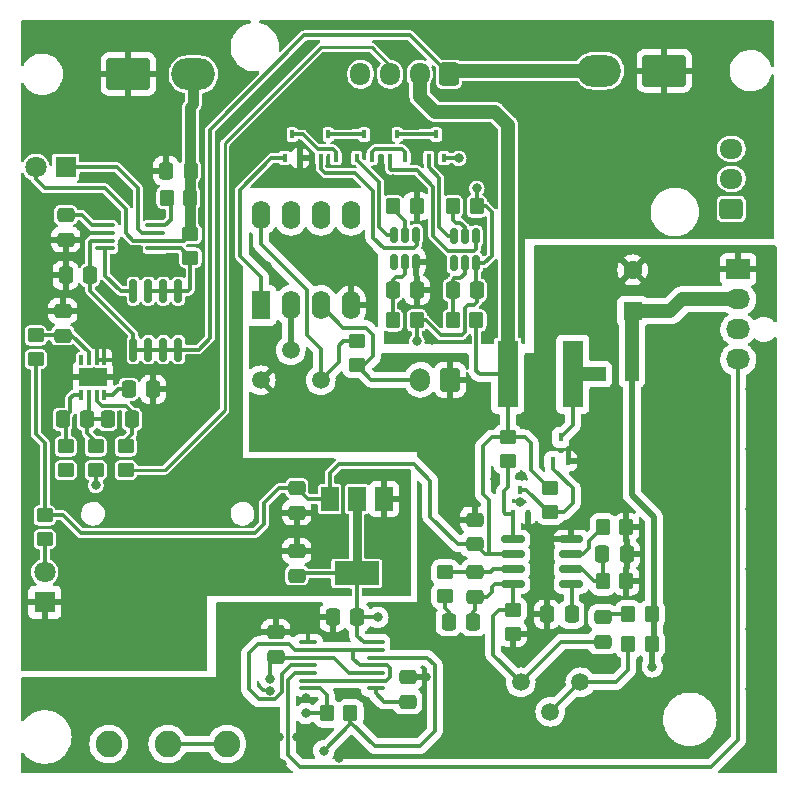
<source format=gtl>
G04 #@! TF.GenerationSoftware,KiCad,Pcbnew,(6.0.5)*
G04 #@! TF.CreationDate,2023-08-18T19:29:43-04:00*
G04 #@! TF.ProjectId,Ki_PCB,4b695f50-4342-42e6-9b69-6361645f7063,rev?*
G04 #@! TF.SameCoordinates,Original*
G04 #@! TF.FileFunction,Copper,L1,Top*
G04 #@! TF.FilePolarity,Positive*
%FSLAX46Y46*%
G04 Gerber Fmt 4.6, Leading zero omitted, Abs format (unit mm)*
G04 Created by KiCad (PCBNEW (6.0.5)) date 2023-08-18 19:29:43*
%MOMM*%
%LPD*%
G01*
G04 APERTURE LIST*
G04 Aperture macros list*
%AMRoundRect*
0 Rectangle with rounded corners*
0 $1 Rounding radius*
0 $2 $3 $4 $5 $6 $7 $8 $9 X,Y pos of 4 corners*
0 Add a 4 corners polygon primitive as box body*
4,1,4,$2,$3,$4,$5,$6,$7,$8,$9,$2,$3,0*
0 Add four circle primitives for the rounded corners*
1,1,$1+$1,$2,$3*
1,1,$1+$1,$4,$5*
1,1,$1+$1,$6,$7*
1,1,$1+$1,$8,$9*
0 Add four rect primitives between the rounded corners*
20,1,$1+$1,$2,$3,$4,$5,0*
20,1,$1+$1,$4,$5,$6,$7,0*
20,1,$1+$1,$6,$7,$8,$9,0*
20,1,$1+$1,$8,$9,$2,$3,0*%
G04 Aperture macros list end*
G04 #@! TA.AperFunction,SMDPad,CuDef*
%ADD10RoundRect,0.150000X-0.150000X0.825000X-0.150000X-0.825000X0.150000X-0.825000X0.150000X0.825000X0*%
G04 #@! TD*
G04 #@! TA.AperFunction,SMDPad,CuDef*
%ADD11RoundRect,0.100000X0.712500X0.100000X-0.712500X0.100000X-0.712500X-0.100000X0.712500X-0.100000X0*%
G04 #@! TD*
G04 #@! TA.AperFunction,SMDPad,CuDef*
%ADD12RoundRect,0.250000X0.337500X0.475000X-0.337500X0.475000X-0.337500X-0.475000X0.337500X-0.475000X0*%
G04 #@! TD*
G04 #@! TA.AperFunction,SMDPad,CuDef*
%ADD13RoundRect,0.250000X-0.450000X0.350000X-0.450000X-0.350000X0.450000X-0.350000X0.450000X0.350000X0*%
G04 #@! TD*
G04 #@! TA.AperFunction,SMDPad,CuDef*
%ADD14RoundRect,0.250000X0.450000X-0.350000X0.450000X0.350000X-0.450000X0.350000X-0.450000X-0.350000X0*%
G04 #@! TD*
G04 #@! TA.AperFunction,SMDPad,CuDef*
%ADD15RoundRect,0.150000X-0.825000X-0.150000X0.825000X-0.150000X0.825000X0.150000X-0.825000X0.150000X0*%
G04 #@! TD*
G04 #@! TA.AperFunction,ComponentPad*
%ADD16RoundRect,0.250000X0.600000X0.750000X-0.600000X0.750000X-0.600000X-0.750000X0.600000X-0.750000X0*%
G04 #@! TD*
G04 #@! TA.AperFunction,ComponentPad*
%ADD17O,1.700000X2.000000*%
G04 #@! TD*
G04 #@! TA.AperFunction,SMDPad,CuDef*
%ADD18RoundRect,0.250000X0.475000X-0.337500X0.475000X0.337500X-0.475000X0.337500X-0.475000X-0.337500X0*%
G04 #@! TD*
G04 #@! TA.AperFunction,ComponentPad*
%ADD19C,1.500000*%
G04 #@! TD*
G04 #@! TA.AperFunction,ComponentPad*
%ADD20O,2.030000X1.730000*%
G04 #@! TD*
G04 #@! TA.AperFunction,ComponentPad*
%ADD21R,2.030000X1.730000*%
G04 #@! TD*
G04 #@! TA.AperFunction,SMDPad,CuDef*
%ADD22R,0.350000X0.850000*%
G04 #@! TD*
G04 #@! TA.AperFunction,SMDPad,CuDef*
%ADD23R,2.400000X1.650000*%
G04 #@! TD*
G04 #@! TA.AperFunction,SMDPad,CuDef*
%ADD24RoundRect,0.250000X-0.350000X-0.450000X0.350000X-0.450000X0.350000X0.450000X-0.350000X0.450000X0*%
G04 #@! TD*
G04 #@! TA.AperFunction,SMDPad,CuDef*
%ADD25RoundRect,0.250000X-0.475000X0.337500X-0.475000X-0.337500X0.475000X-0.337500X0.475000X0.337500X0*%
G04 #@! TD*
G04 #@! TA.AperFunction,ComponentPad*
%ADD26R,1.800000X1.800000*%
G04 #@! TD*
G04 #@! TA.AperFunction,ComponentPad*
%ADD27C,1.800000*%
G04 #@! TD*
G04 #@! TA.AperFunction,ComponentPad*
%ADD28C,2.250000*%
G04 #@! TD*
G04 #@! TA.AperFunction,SMDPad,CuDef*
%ADD29R,0.450000X0.700000*%
G04 #@! TD*
G04 #@! TA.AperFunction,SMDPad,CuDef*
%ADD30RoundRect,0.250000X-0.337500X-0.475000X0.337500X-0.475000X0.337500X0.475000X-0.337500X0.475000X0*%
G04 #@! TD*
G04 #@! TA.AperFunction,SMDPad,CuDef*
%ADD31RoundRect,0.100000X-0.637500X-0.100000X0.637500X-0.100000X0.637500X0.100000X-0.637500X0.100000X0*%
G04 #@! TD*
G04 #@! TA.AperFunction,SMDPad,CuDef*
%ADD32R,1.800000X5.700000*%
G04 #@! TD*
G04 #@! TA.AperFunction,ComponentPad*
%ADD33R,1.600000X2.400000*%
G04 #@! TD*
G04 #@! TA.AperFunction,ComponentPad*
%ADD34O,1.600000X2.400000*%
G04 #@! TD*
G04 #@! TA.AperFunction,SMDPad,CuDef*
%ADD35RoundRect,0.250000X0.350000X0.450000X-0.350000X0.450000X-0.350000X-0.450000X0.350000X-0.450000X0*%
G04 #@! TD*
G04 #@! TA.AperFunction,SMDPad,CuDef*
%ADD36R,1.200000X1.200000*%
G04 #@! TD*
G04 #@! TA.AperFunction,ComponentPad*
%ADD37RoundRect,0.250000X0.725000X-0.600000X0.725000X0.600000X-0.725000X0.600000X-0.725000X-0.600000X0*%
G04 #@! TD*
G04 #@! TA.AperFunction,ComponentPad*
%ADD38O,1.950000X1.700000*%
G04 #@! TD*
G04 #@! TA.AperFunction,SMDPad,CuDef*
%ADD39RoundRect,0.150000X-0.150000X0.512500X-0.150000X-0.512500X0.150000X-0.512500X0.150000X0.512500X0*%
G04 #@! TD*
G04 #@! TA.AperFunction,ComponentPad*
%ADD40O,3.700000X2.700000*%
G04 #@! TD*
G04 #@! TA.AperFunction,ComponentPad*
%ADD41RoundRect,0.250001X-1.599999X1.099999X-1.599999X-1.099999X1.599999X-1.099999X1.599999X1.099999X0*%
G04 #@! TD*
G04 #@! TA.AperFunction,ComponentPad*
%ADD42R,1.600000X1.600000*%
G04 #@! TD*
G04 #@! TA.AperFunction,ComponentPad*
%ADD43C,1.600000*%
G04 #@! TD*
G04 #@! TA.AperFunction,SMDPad,CuDef*
%ADD44R,1.500000X2.000000*%
G04 #@! TD*
G04 #@! TA.AperFunction,SMDPad,CuDef*
%ADD45R,3.800000X2.000000*%
G04 #@! TD*
G04 #@! TA.AperFunction,ComponentPad*
%ADD46RoundRect,0.250001X1.599999X-1.099999X1.599999X1.099999X-1.599999X1.099999X-1.599999X-1.099999X0*%
G04 #@! TD*
G04 #@! TA.AperFunction,ComponentPad*
%ADD47RoundRect,0.250000X0.600000X0.725000X-0.600000X0.725000X-0.600000X-0.725000X0.600000X-0.725000X0*%
G04 #@! TD*
G04 #@! TA.AperFunction,ComponentPad*
%ADD48O,1.700000X1.950000*%
G04 #@! TD*
G04 #@! TA.AperFunction,ViaPad*
%ADD49C,0.800000*%
G04 #@! TD*
G04 #@! TA.AperFunction,Conductor*
%ADD50C,0.304800*%
G04 #@! TD*
G04 #@! TA.AperFunction,Conductor*
%ADD51C,1.193800*%
G04 #@! TD*
G04 #@! TA.AperFunction,Conductor*
%ADD52C,0.750000*%
G04 #@! TD*
G04 #@! TA.AperFunction,Conductor*
%ADD53C,0.508000*%
G04 #@! TD*
G04 #@! TA.AperFunction,Conductor*
%ADD54C,0.889000*%
G04 #@! TD*
G04 #@! TA.AperFunction,Conductor*
%ADD55C,0.500000*%
G04 #@! TD*
G04 #@! TA.AperFunction,Conductor*
%ADD56C,0.250000*%
G04 #@! TD*
G04 APERTURE END LIST*
D10*
X86299851Y-101492987D03*
X85029851Y-101492987D03*
X83759851Y-101492987D03*
X82489851Y-101492987D03*
X82489851Y-106442987D03*
X83759851Y-106442987D03*
X85029851Y-106442987D03*
X86299851Y-106442987D03*
D11*
X84354351Y-97872987D03*
X84354351Y-97222987D03*
X84354351Y-96572987D03*
X84354351Y-95922987D03*
X80129351Y-95922987D03*
X80129351Y-96572987D03*
X80129351Y-97222987D03*
X80129351Y-97872987D03*
D12*
X124278351Y-123778336D03*
X122203351Y-123778336D03*
X119595351Y-128858336D03*
X117520351Y-128858336D03*
D13*
X114186851Y-113879987D03*
X114186851Y-115879987D03*
D14*
X108905851Y-127318336D03*
X108905851Y-125318336D03*
D15*
X114620851Y-122508336D03*
X114620851Y-123778336D03*
X114620851Y-125048336D03*
X114620851Y-126318336D03*
X119570851Y-126318336D03*
X119570851Y-125048336D03*
X119570851Y-123778336D03*
X119570851Y-122508336D03*
D16*
X109286851Y-109001987D03*
D17*
X106786851Y-109001987D03*
D18*
X111445851Y-127355836D03*
X111445851Y-125280836D03*
D19*
X115295851Y-134613336D03*
X117795851Y-137113336D03*
X120345851Y-134613336D03*
D20*
X133716851Y-107269987D03*
X133716851Y-104729987D03*
X133716851Y-102189987D03*
D21*
X133716851Y-99649987D03*
D22*
X78085852Y-110268988D03*
X78735850Y-110268988D03*
X79385852Y-110268988D03*
X80035850Y-110268988D03*
X80035850Y-107318986D03*
X79385852Y-107318986D03*
X78735850Y-107318986D03*
X78085852Y-107318986D03*
D23*
X79060851Y-108793987D03*
D24*
X109540851Y-103967987D03*
X111540851Y-103967987D03*
D25*
X96332851Y-118170487D03*
X96332851Y-120245487D03*
D24*
X106476851Y-103967987D03*
X104476851Y-103967987D03*
D26*
X74996851Y-127848987D03*
D27*
X74996851Y-125308987D03*
D14*
X87321851Y-96659987D03*
X87321851Y-98659987D03*
X101412851Y-107761987D03*
X101412851Y-105761987D03*
D12*
X101434351Y-129113987D03*
X99359351Y-129113987D03*
D28*
X80410851Y-139843487D03*
X85410851Y-139843487D03*
X90410851Y-139843487D03*
D29*
X107493851Y-90235987D03*
X108793851Y-90235987D03*
X108143851Y-88235987D03*
D13*
X114620851Y-128493336D03*
X114620851Y-130493336D03*
D30*
X82087351Y-109809987D03*
X84162351Y-109809987D03*
D25*
X111380851Y-120835836D03*
X111380851Y-122910836D03*
D13*
X76774851Y-114651987D03*
X76774851Y-116651987D03*
D31*
X97280351Y-131227987D03*
X97280351Y-131877987D03*
X97280351Y-132527987D03*
X97280351Y-133177987D03*
X97280351Y-133827987D03*
X97280351Y-134477987D03*
X97280351Y-135127987D03*
X103005351Y-135127987D03*
X103005351Y-134477987D03*
X103005351Y-133827987D03*
X103005351Y-133177987D03*
X103005351Y-132527987D03*
X103005351Y-131877987D03*
X103005351Y-131227987D03*
D29*
X95301851Y-90235987D03*
X96601851Y-90235987D03*
X95951851Y-88235987D03*
D12*
X106514351Y-101427987D03*
X104439351Y-101427987D03*
D32*
X114200851Y-108538336D03*
X119700851Y-108538336D03*
D24*
X104476851Y-94315987D03*
X106476851Y-94315987D03*
D30*
X80309351Y-112349987D03*
X82384351Y-112349987D03*
D33*
X93294851Y-102712987D03*
D34*
X95834851Y-102712987D03*
X98374851Y-102712987D03*
X100914851Y-102712987D03*
X100914851Y-95092987D03*
X98374851Y-95092987D03*
X95834851Y-95092987D03*
X93294851Y-95092987D03*
D12*
X111264151Y-129493336D03*
X109189151Y-129493336D03*
D13*
X117795851Y-118206336D03*
X117795851Y-120206336D03*
D25*
X76774851Y-95056487D03*
X76774851Y-97131487D03*
D29*
X114605851Y-120333336D03*
X115905851Y-120333336D03*
X115255851Y-118333336D03*
D18*
X122240851Y-131165836D03*
X122240851Y-129090836D03*
X105730851Y-136247487D03*
X105730851Y-134172487D03*
D24*
X98872851Y-137241987D03*
X100872851Y-137241987D03*
D30*
X76499351Y-112349987D03*
X78574351Y-112349987D03*
D35*
X124240851Y-126064336D03*
X122240851Y-126064336D03*
D36*
X124700851Y-108538336D03*
X121900851Y-108538336D03*
D35*
X124240851Y-121492336D03*
X122240851Y-121492336D03*
X126415851Y-131398336D03*
X124415851Y-131398336D03*
D14*
X74996851Y-122493987D03*
X74996851Y-120493987D03*
D29*
X118034851Y-115888336D03*
X119334851Y-115888336D03*
X118684851Y-113888336D03*
D26*
X76774851Y-91013987D03*
D27*
X74234851Y-91013987D03*
D37*
X133116851Y-94529987D03*
D38*
X133116851Y-91989987D03*
X133116851Y-89449987D03*
D12*
X87343351Y-91309987D03*
X85268351Y-91309987D03*
D24*
X111556851Y-94315987D03*
X109556851Y-94315987D03*
D35*
X87305851Y-93595987D03*
X85305851Y-93595987D03*
D12*
X78828351Y-100157987D03*
X76753351Y-100157987D03*
D13*
X74234851Y-107253987D03*
X74234851Y-105253987D03*
D29*
X101397851Y-90235987D03*
X102697851Y-90235987D03*
X102047851Y-88235987D03*
X104191851Y-90235987D03*
X105491851Y-90235987D03*
X104841851Y-88235987D03*
X98349851Y-90235987D03*
X99649851Y-90235987D03*
X98999851Y-88235987D03*
D18*
X94554851Y-132437487D03*
X94554851Y-130362487D03*
D13*
X81854851Y-114651987D03*
X81854851Y-116651987D03*
D18*
X76520851Y-105259487D03*
X76520851Y-103184487D03*
D39*
X111506851Y-99130987D03*
X110556851Y-99130987D03*
X109606851Y-99130987D03*
X109606851Y-96855987D03*
X110556851Y-96855987D03*
X111506851Y-96855987D03*
D12*
X109519351Y-101427987D03*
X111594351Y-101427987D03*
D13*
X79314851Y-116651987D03*
X79314851Y-114651987D03*
D19*
X98364851Y-109047987D03*
X95824851Y-106507987D03*
X93284851Y-109047987D03*
D40*
X121956851Y-82829987D03*
D41*
X127456851Y-82829987D03*
D42*
X124780851Y-103207638D03*
D43*
X124780851Y-99707638D03*
D44*
X103712851Y-119105987D03*
X101412851Y-119105987D03*
D45*
X101412851Y-125405987D03*
D44*
X99112851Y-119105987D03*
D18*
X96332851Y-125579487D03*
X96332851Y-123504487D03*
D39*
X106426851Y-96734487D03*
X105476851Y-96734487D03*
X104526851Y-96734487D03*
X104526851Y-99009487D03*
X105476851Y-99009487D03*
X106426851Y-99009487D03*
D35*
X126415851Y-128858336D03*
X124415851Y-128858336D03*
D40*
X87581851Y-83139987D03*
D46*
X82081851Y-83139987D03*
D47*
X109226851Y-83125987D03*
D48*
X106726851Y-83125987D03*
X104226851Y-83125987D03*
X101726851Y-83125987D03*
D49*
X111572851Y-92791987D03*
X112842851Y-92918987D03*
X108016851Y-99649987D03*
X81854851Y-98379987D03*
X74488851Y-97109987D03*
X107762851Y-105618987D03*
X81346851Y-92791987D03*
X115636851Y-91013987D03*
X115636851Y-92918987D03*
X79822851Y-94061987D03*
X104460851Y-92029987D03*
X78044851Y-117937987D03*
X112842851Y-91013987D03*
X97856851Y-116159987D03*
X102936851Y-122509987D03*
X112842851Y-102697987D03*
X99126851Y-122509987D03*
X103190851Y-129113987D03*
X97094851Y-137241987D03*
X94046851Y-134320987D03*
X121986851Y-112349987D03*
X115255851Y-119333336D03*
X110556851Y-112349987D03*
X116906851Y-122763987D03*
X74996851Y-135463987D03*
X117160851Y-126319987D03*
X105476851Y-131399987D03*
X94046851Y-135320490D03*
X101158851Y-113619987D03*
X110048851Y-90251987D03*
X134686851Y-119969987D03*
X96332851Y-139273987D03*
X96332851Y-98125987D03*
X97856851Y-129113987D03*
X104206851Y-137749987D03*
X94046851Y-113619987D03*
X99380851Y-98125987D03*
X91760851Y-136987987D03*
X101666851Y-140289987D03*
X97094851Y-135971987D03*
X104460851Y-128214487D03*
X121986851Y-117429987D03*
X93792851Y-99395987D03*
X111826851Y-139019987D03*
X85156851Y-135209987D03*
X134686851Y-109809987D03*
X95062851Y-141559987D03*
X134686851Y-130129987D03*
X102428851Y-99141987D03*
X134686851Y-135209987D03*
X110556851Y-117429987D03*
X116906851Y-112857987D03*
X107254851Y-134193987D03*
X134686851Y-114889987D03*
X115382851Y-117175987D03*
X99888851Y-141062087D03*
X134686851Y-125049987D03*
X113096851Y-117429987D03*
X134686851Y-140289987D03*
X94808851Y-139273987D03*
X126431851Y-133304987D03*
X98618851Y-140416987D03*
X79314851Y-117937987D03*
X106492851Y-105745987D03*
D50*
X79314851Y-116651987D02*
X79314851Y-117937987D01*
X82489851Y-105110987D02*
X78828351Y-101449487D01*
X82489851Y-106442987D02*
X82489851Y-105110987D01*
X78828351Y-101449487D02*
X78828351Y-100157987D01*
X86299851Y-106442987D02*
X82489851Y-106442987D01*
X88966851Y-105491987D02*
X88015851Y-106442987D01*
X88015851Y-106442987D02*
X86299851Y-106442987D01*
X96967851Y-79837987D02*
X105938851Y-79837987D01*
X105938851Y-79837987D02*
X109226851Y-83125987D01*
X88966851Y-87838987D02*
X96967851Y-79837987D01*
X88966851Y-105491987D02*
X88966851Y-87838987D01*
X80129351Y-100210487D02*
X80129351Y-97872987D01*
X81411851Y-101492987D02*
X80129351Y-100210487D01*
X82489851Y-101492987D02*
X81411851Y-101492987D01*
X87321851Y-101294987D02*
X87123851Y-101492987D01*
X87321851Y-98659987D02*
X87321851Y-101294987D01*
X87123851Y-101492987D02*
X83759851Y-101492987D01*
X111556851Y-92807987D02*
X111572851Y-92791987D01*
X111556851Y-94315987D02*
X111556851Y-92807987D01*
X114186851Y-118117987D02*
X114186851Y-115879987D01*
X113858851Y-120223987D02*
X113858851Y-118445987D01*
X113858851Y-118445987D02*
X114186851Y-118117987D01*
X113968200Y-120333336D02*
X113858851Y-120223987D01*
X114605851Y-120333336D02*
X113968200Y-120333336D01*
X114620851Y-120348336D02*
X114605851Y-120333336D01*
X114620851Y-122508336D02*
X114620851Y-120348336D01*
X81854851Y-96601987D02*
X82475851Y-97222987D01*
X82475851Y-97222987D02*
X84354351Y-97222987D01*
X81854851Y-94569987D02*
X81854851Y-96601987D01*
X74996851Y-92791987D02*
X80076851Y-92791987D01*
X80076851Y-92791987D02*
X81854851Y-94569987D01*
X74234851Y-92029987D02*
X74996851Y-92791987D01*
X74234851Y-91013987D02*
X74234851Y-92029987D01*
X106492851Y-105745987D02*
X106492851Y-103983987D01*
X106492851Y-103983987D02*
X106476851Y-103967987D01*
X74996851Y-114381987D02*
X74996851Y-120493987D01*
X74234851Y-113619987D02*
X74996851Y-114381987D01*
X74234851Y-107253987D02*
X74234851Y-113619987D01*
X76515351Y-105253987D02*
X76520851Y-105259487D01*
X74234851Y-105253987D02*
X76515351Y-105253987D01*
X78735850Y-106665162D02*
X78735850Y-107318986D01*
X77330175Y-105259487D02*
X78735850Y-106665162D01*
X76520851Y-105259487D02*
X77330175Y-105259487D01*
X78806851Y-100136487D02*
X78828351Y-100157987D01*
X78806851Y-97363987D02*
X78806851Y-100136487D01*
X116144851Y-116667987D02*
X116144851Y-114381987D01*
X92776851Y-122001987D02*
X78044851Y-122001987D01*
X112587200Y-119206336D02*
X112587200Y-123778336D01*
D51*
X108016851Y-86314987D02*
X113096851Y-86314987D01*
D50*
X115636851Y-113873987D02*
X114192851Y-113873987D01*
X114200851Y-113865987D02*
X114200851Y-108538336D01*
X111380851Y-122910836D02*
X112248351Y-123778336D01*
X111540851Y-103967987D02*
X111540851Y-108253987D01*
X99888851Y-116159987D02*
X99112851Y-116935987D01*
X109941700Y-122910836D02*
X107635851Y-120604987D01*
D51*
X106726851Y-83125987D02*
X106726851Y-85024987D01*
D50*
X117795851Y-118206336D02*
X117683200Y-118206336D01*
X76520851Y-120477987D02*
X75012851Y-120477987D01*
X78044851Y-122001987D02*
X76520851Y-120477987D01*
X75012851Y-120477987D02*
X74996851Y-120493987D01*
X112587200Y-123778336D02*
X112844502Y-123778336D01*
D51*
X114200851Y-87418987D02*
X114200851Y-108538336D01*
D50*
X96311351Y-118191987D02*
X94808851Y-118191987D01*
X107635851Y-117556987D02*
X106238851Y-116159987D01*
X114186851Y-113879987D02*
X112836851Y-113879987D01*
X99112851Y-116935987D02*
X99112851Y-119105987D01*
X112844502Y-123778336D02*
X114620851Y-123778336D01*
X111826851Y-108539987D02*
X111828502Y-108538336D01*
X114192851Y-113873987D02*
X114186851Y-113879987D01*
X117683200Y-118206336D02*
X116144851Y-116667987D01*
X116144851Y-114381987D02*
X115636851Y-113873987D01*
X111828502Y-108538336D02*
X114200851Y-108538336D01*
X112080851Y-118699987D02*
X112587200Y-119206336D01*
X112248351Y-123778336D02*
X112587200Y-123778336D01*
X94808851Y-118191987D02*
X93538851Y-119461987D01*
X93538851Y-121239987D02*
X92776851Y-122001987D01*
X107635851Y-120604987D02*
X107635851Y-117556987D01*
X112080851Y-114635987D02*
X112080851Y-118699987D01*
D51*
X113096851Y-86314987D02*
X114200851Y-87418987D01*
D50*
X96332851Y-118170487D02*
X97268351Y-119105987D01*
X93538851Y-119461987D02*
X93538851Y-121239987D01*
X111540851Y-108253987D02*
X111826851Y-108539987D01*
X114186851Y-113879987D02*
X114200851Y-113865987D01*
X111380851Y-122910836D02*
X109941700Y-122910836D01*
X96332851Y-118170487D02*
X96311351Y-118191987D01*
X106238851Y-116159987D02*
X99888851Y-116159987D01*
D51*
X106726851Y-85024987D02*
X108016851Y-86314987D01*
D50*
X112836851Y-113879987D02*
X112080851Y-114635987D01*
X97268351Y-119105987D02*
X99112851Y-119105987D01*
X98872851Y-137241987D02*
X97094851Y-137241987D01*
D52*
X101412851Y-119105987D02*
X101412851Y-125405987D01*
D50*
X97280351Y-135127987D02*
X98282851Y-135127987D01*
X98872851Y-135717987D02*
X98872851Y-137241987D01*
X101434351Y-130659487D02*
X102002851Y-131227987D01*
X101412851Y-129092487D02*
X101434351Y-129113987D01*
X101434351Y-129113987D02*
X103190851Y-129113987D01*
X102002851Y-131227987D02*
X103005351Y-131227987D01*
X96332851Y-125579487D02*
X96506351Y-125405987D01*
X101412851Y-125405987D02*
X101412851Y-129092487D01*
X98282851Y-135127987D02*
X98872851Y-135717987D01*
X96506351Y-125405987D02*
X101412851Y-125405987D01*
X101434351Y-129113987D02*
X101434351Y-130659487D01*
X94645351Y-132527987D02*
X94554851Y-132437487D01*
X97280351Y-132527987D02*
X94645351Y-132527987D01*
X100792851Y-133827987D02*
X103005351Y-133827987D01*
X94046851Y-134320987D02*
X94046851Y-132945487D01*
X97280351Y-132527987D02*
X99492851Y-132527987D01*
X99492851Y-132527987D02*
X100792851Y-133827987D01*
X94046851Y-132945487D02*
X94554851Y-132437487D01*
X90410851Y-139843487D02*
X85410851Y-139843487D01*
X108809851Y-90251987D02*
X108793851Y-90235987D01*
X110048851Y-90251987D02*
X108809851Y-90251987D01*
X119334851Y-115888336D02*
X119334851Y-115763987D01*
D53*
X133659200Y-99707638D02*
X133716851Y-99649987D01*
D50*
X103005351Y-135532487D02*
X103005351Y-135127987D01*
X103720351Y-136247487D02*
X103005351Y-135532487D01*
X105730851Y-136247487D02*
X103720351Y-136247487D01*
D54*
X87305851Y-93595987D02*
X87305851Y-96643987D01*
X87305851Y-96643987D02*
X87321851Y-96659987D01*
X87581851Y-85667987D02*
X87315851Y-85933987D01*
X87315851Y-85933987D02*
X87315851Y-91282487D01*
X87305851Y-93595987D02*
X87305851Y-91347487D01*
D50*
X87321851Y-96659987D02*
X86758851Y-97222987D01*
D54*
X87305851Y-91347487D02*
X87343351Y-91309987D01*
X87581851Y-83139987D02*
X87581851Y-85667987D01*
D50*
X86758851Y-97222987D02*
X84354351Y-97222987D01*
D54*
X87315851Y-91282487D02*
X87343351Y-91309987D01*
D50*
X79016851Y-95922987D02*
X78150351Y-95056487D01*
X78150351Y-95056487D02*
X77028851Y-95056487D01*
X80129351Y-95922987D02*
X79016851Y-95922987D01*
X77442850Y-110268988D02*
X78085852Y-110268988D01*
X76774851Y-112625487D02*
X76499351Y-112349987D01*
X77149851Y-110561987D02*
X77442850Y-110268988D01*
X77149851Y-111699487D02*
X77149851Y-110561987D01*
X76774851Y-114651987D02*
X76774851Y-112625487D01*
X76499351Y-112349987D02*
X77149851Y-111699487D01*
X78735850Y-110268988D02*
X78735850Y-112188488D01*
X78546851Y-113482987D02*
X78546851Y-112377487D01*
X78735850Y-112188488D02*
X78574351Y-112349987D01*
X79314851Y-114651987D02*
X79314851Y-114250987D01*
X79314851Y-114250987D02*
X78546851Y-113482987D01*
X78546851Y-112377487D02*
X78574351Y-112349987D01*
X80309351Y-112349987D02*
X78574351Y-112349987D01*
X79385852Y-110268988D02*
X79385852Y-110765988D01*
X79816851Y-111196987D02*
X81848851Y-111196987D01*
X81854851Y-114111987D02*
X82384351Y-113582487D01*
X82384351Y-113582487D02*
X82384351Y-112349987D01*
X81854851Y-114651987D02*
X81854851Y-114111987D01*
X81848851Y-111196987D02*
X82384351Y-111732487D01*
X79385852Y-110765988D02*
X79816851Y-111196987D01*
X82384351Y-111732487D02*
X82384351Y-112349987D01*
X110175851Y-100411987D02*
X109667851Y-100411987D01*
X110556851Y-99130987D02*
X110556851Y-100030987D01*
X109540851Y-103967987D02*
X109540851Y-101449487D01*
X109519351Y-100560487D02*
X109519351Y-101427987D01*
X109667851Y-100411987D02*
X109519351Y-100560487D01*
X110556851Y-100030987D02*
X110175851Y-100411987D01*
X109540851Y-101449487D02*
X109519351Y-101427987D01*
X111445851Y-127355836D02*
X112442002Y-127355836D01*
X112969851Y-132287336D02*
X115295851Y-134613336D01*
X115295851Y-134613336D02*
X118743351Y-131165836D01*
X114620851Y-128493336D02*
X114606502Y-128478987D01*
X112842851Y-126573987D02*
X113098502Y-126318336D01*
X118743351Y-131165836D02*
X122240851Y-131165836D01*
X114606502Y-128478987D02*
X113477851Y-128478987D01*
X113098502Y-126318336D02*
X114620851Y-126318336D01*
X114620851Y-126318336D02*
X114620851Y-128493336D01*
X112842851Y-126954987D02*
X112842851Y-126573987D01*
X113477851Y-128478987D02*
X112969851Y-128986987D01*
X111264151Y-128660687D02*
X111445851Y-128478987D01*
X112969851Y-128986987D02*
X112969851Y-132287336D01*
X111264151Y-129493336D02*
X111264151Y-128660687D01*
X111445851Y-128478987D02*
X111445851Y-127355836D01*
X112442002Y-127355836D02*
X112842851Y-126954987D01*
X112739002Y-125280836D02*
X112971502Y-125048336D01*
X111408351Y-125318336D02*
X111445851Y-125280836D01*
X108905851Y-125318336D02*
X111408351Y-125318336D01*
X112971502Y-125048336D02*
X114620851Y-125048336D01*
X111445851Y-125280836D02*
X112739002Y-125280836D01*
X100253851Y-105761987D02*
X101412851Y-105761987D01*
X93294851Y-97500987D02*
X97222931Y-101429067D01*
D55*
X124700851Y-108538336D02*
X124700851Y-118746987D01*
D51*
X127954200Y-103207638D02*
X128971851Y-102189987D01*
D50*
X97222931Y-101429067D02*
X97222931Y-105239067D01*
D51*
X128971851Y-102189987D02*
X133716851Y-102189987D01*
D50*
X93294851Y-95092987D02*
X93294851Y-97500987D01*
D51*
X124700851Y-108538336D02*
X124700851Y-103287638D01*
D53*
X124700851Y-103287638D02*
X124780851Y-103207638D01*
D55*
X126558851Y-120604987D02*
X126558851Y-131255336D01*
X124700851Y-118746987D02*
X126558851Y-120604987D01*
D50*
X98364851Y-106380987D02*
X98364851Y-109047987D01*
D55*
X126415851Y-131398336D02*
X126415851Y-133288987D01*
X126415851Y-133288987D02*
X126431851Y-133304987D01*
D51*
X124780851Y-103207638D02*
X127954200Y-103207638D01*
D50*
X98364851Y-109047987D02*
X99888851Y-107523987D01*
X97222931Y-105239067D02*
X98364851Y-106380987D01*
D55*
X126558851Y-131255336D02*
X126415851Y-131398336D01*
D50*
X99888851Y-107523987D02*
X99888851Y-106126987D01*
X99888851Y-106126987D02*
X100253851Y-105761987D01*
X74996851Y-125308987D02*
X74996851Y-122493987D01*
X80129351Y-97222987D02*
X78947851Y-97222987D01*
D51*
X109522851Y-82829987D02*
X121956851Y-82829987D01*
D53*
X109226851Y-83125987D02*
X109522851Y-82829987D01*
D50*
X78947851Y-97222987D02*
X78806851Y-97363987D01*
D56*
X102682851Y-80853987D02*
X104226851Y-82397987D01*
X90236851Y-111587987D02*
X90236851Y-88981987D01*
X81860851Y-116657987D02*
X85166851Y-116657987D01*
X104226851Y-82397987D02*
X104226851Y-83125987D01*
X98364851Y-80853987D02*
X102682851Y-80853987D01*
X85166851Y-116657987D02*
X90236851Y-111587987D01*
X90236851Y-88981987D02*
X98364851Y-80853987D01*
X81854851Y-116651987D02*
X81860851Y-116657987D01*
D50*
X96586851Y-141813987D02*
X131384851Y-141813987D01*
X131384851Y-141813987D02*
X133716851Y-139481987D01*
X95570851Y-140797987D02*
X96586851Y-141813987D01*
X96190851Y-133827987D02*
X95570851Y-134447987D01*
X133716851Y-139481987D02*
X133716851Y-107269987D01*
X95570851Y-134447987D02*
X95570851Y-140797987D01*
X97280351Y-133827987D02*
X96190851Y-133827987D01*
X102063851Y-107761987D02*
X102809851Y-107015987D01*
X106786851Y-109001987D02*
X102652851Y-109001987D01*
X101412851Y-107761987D02*
X102063851Y-107761987D01*
X102809851Y-105237987D02*
X102174851Y-104602987D01*
X100264851Y-104602987D02*
X98374851Y-102712987D01*
X102652851Y-109001987D02*
X101412851Y-107761987D01*
X102174851Y-104602987D02*
X100264851Y-104602987D01*
X102809851Y-107015987D02*
X102809851Y-105237987D01*
X107493851Y-90235987D02*
X107493851Y-90998987D01*
X108397851Y-91902987D02*
X108397851Y-96093987D01*
X108397851Y-96093987D02*
X109159851Y-96855987D01*
X107493851Y-90998987D02*
X108397851Y-91902987D01*
X109159851Y-96855987D02*
X109606851Y-96855987D01*
X106730851Y-88235987D02*
X104841851Y-88235987D01*
X106746851Y-88219987D02*
X108016851Y-88219987D01*
X106746851Y-88219987D02*
X106730851Y-88235987D01*
X111318851Y-98116567D02*
X111506851Y-97928567D01*
X107889851Y-96855987D02*
X109150431Y-98116567D01*
X106492851Y-91267987D02*
X107889851Y-92664987D01*
X107889851Y-92664987D02*
X107889851Y-96855987D01*
X109150431Y-98116567D02*
X111318851Y-98116567D01*
X104191851Y-91125987D02*
X104333851Y-91267987D01*
X111506851Y-97928567D02*
X111506851Y-96855987D01*
X104191851Y-91125987D02*
X104191851Y-90235987D01*
X104333851Y-91267987D02*
X106492851Y-91267987D01*
X101031851Y-88219987D02*
X102031851Y-88219987D01*
X101015851Y-88235987D02*
X98999851Y-88235987D01*
X102031851Y-88219987D02*
X102047851Y-88235987D01*
X101031851Y-88219987D02*
X101015851Y-88235987D01*
X100872851Y-137971987D02*
X102936851Y-140035987D01*
X106746851Y-140035987D02*
X108016851Y-138765987D01*
X100872851Y-137241987D02*
X100872851Y-137971987D01*
X107366851Y-132527987D02*
X103005351Y-132527987D01*
X102936851Y-140035987D02*
X106746851Y-140035987D01*
X108016851Y-138765987D02*
X108016851Y-133177987D01*
X108016851Y-133177987D02*
X107366851Y-132527987D01*
X98618851Y-140416987D02*
X100872851Y-138162987D01*
X100872851Y-138162987D02*
X100872851Y-137241987D01*
X85664851Y-95458987D02*
X85664851Y-93954987D01*
X85664851Y-93954987D02*
X85305851Y-93595987D01*
X85200851Y-95922987D02*
X85664851Y-95458987D01*
X84354351Y-95922987D02*
X85200851Y-95922987D01*
X110556851Y-96855987D02*
X110556851Y-96093987D01*
X109556851Y-95474987D02*
X109556851Y-94315987D01*
X110175851Y-95712987D02*
X109794851Y-95712987D01*
X109794851Y-95712987D02*
X109556851Y-95474987D01*
X110556851Y-96093987D02*
X110175851Y-95712987D01*
X105476851Y-95585987D02*
X105476851Y-96734487D01*
X104476851Y-94585987D02*
X105476851Y-95585987D01*
X104476851Y-94315987D02*
X104476851Y-94585987D01*
D55*
X95834851Y-102712987D02*
X95834851Y-106497987D01*
X95834851Y-106497987D02*
X95824851Y-106507987D01*
D50*
X95697851Y-131399987D02*
X96175851Y-131877987D01*
X92268851Y-132161987D02*
X93030851Y-131399987D01*
X103005351Y-133177987D02*
X101666851Y-133177987D01*
X101128851Y-131877987D02*
X97280351Y-131877987D01*
X93131265Y-136072401D02*
X92268851Y-135209987D01*
X95824851Y-133177987D02*
X95062851Y-133939987D01*
X103952851Y-133177987D02*
X103005351Y-133177987D01*
X95062851Y-133939987D02*
X95062851Y-135463987D01*
X101666851Y-133177987D02*
X101128851Y-132639987D01*
X97280351Y-133177987D02*
X95824851Y-133177987D01*
X93030851Y-131399987D02*
X95697851Y-131399987D01*
X104206851Y-134193987D02*
X104206851Y-133431987D01*
X101128851Y-132639987D02*
X101128851Y-131877987D01*
X103005351Y-131877987D02*
X101128851Y-131877987D01*
X96175851Y-131877987D02*
X97280351Y-131877987D01*
X103922851Y-134477987D02*
X104206851Y-134193987D01*
X92268851Y-135209987D02*
X92268851Y-132161987D01*
X95062851Y-135463987D02*
X94454437Y-136072401D01*
X104206851Y-133431987D02*
X103952851Y-133177987D01*
X103005351Y-134477987D02*
X97280351Y-134477987D01*
X94454437Y-136072401D02*
X93131265Y-136072401D01*
X103005351Y-134477987D02*
X103922851Y-134477987D01*
X101397851Y-90235987D02*
X101397851Y-90363987D01*
X103958351Y-96734487D02*
X104526851Y-96734487D01*
X103317851Y-92283987D02*
X103317851Y-96093987D01*
X101397851Y-90363987D02*
X103317851Y-92283987D01*
X103317851Y-96093987D02*
X103958351Y-96734487D01*
X106238851Y-97871987D02*
X106492851Y-97617987D01*
X102809851Y-96982987D02*
X103698851Y-97871987D01*
X102809851Y-93045987D02*
X102809851Y-96982987D01*
X106492851Y-97617987D02*
X106492851Y-96800487D01*
X98745851Y-91521987D02*
X101285851Y-91521987D01*
X103698851Y-97871987D02*
X106238851Y-97871987D01*
X98349851Y-90235987D02*
X98349851Y-91125987D01*
X101285851Y-91521987D02*
X102809851Y-93045987D01*
X106492851Y-96800487D02*
X106426851Y-96734487D01*
X98349851Y-91125987D02*
X98745851Y-91521987D01*
X111506851Y-99130987D02*
X111506851Y-101340487D01*
X112218851Y-99130987D02*
X112842851Y-98506987D01*
X111318851Y-102697987D02*
X110810851Y-102697987D01*
X111594351Y-101427987D02*
X111594351Y-102422487D01*
X112842851Y-94823987D02*
X112334851Y-94315987D01*
X110302851Y-105237987D02*
X108524851Y-105237987D01*
X110556851Y-104983987D02*
X110302851Y-105237987D01*
X108524851Y-105237987D02*
X107254851Y-103967987D01*
X111594351Y-102422487D02*
X111318851Y-102697987D01*
X110810851Y-102697987D02*
X110556851Y-102951987D01*
X111506851Y-99130987D02*
X112218851Y-99130987D01*
X112842851Y-98506987D02*
X112842851Y-94823987D01*
X111506851Y-101340487D02*
X111594351Y-101427987D01*
X112334851Y-94315987D02*
X111556851Y-94315987D01*
X107254851Y-103967987D02*
X106476851Y-103967987D01*
X110556851Y-102951987D02*
X110556851Y-104983987D01*
X82077351Y-109799987D02*
X82087351Y-109809987D01*
X80035850Y-110268988D02*
X80744850Y-110268988D01*
X80744850Y-110268988D02*
X81213851Y-109799987D01*
X81213851Y-109799987D02*
X82077351Y-109799987D01*
X104439351Y-101427987D02*
X104439351Y-103930487D01*
X105476851Y-99009487D02*
X105476851Y-100030987D01*
X104439351Y-100560487D02*
X104439351Y-101427987D01*
X105222851Y-100284987D02*
X104714851Y-100284987D01*
X104439351Y-103930487D02*
X104476851Y-103967987D01*
X105476851Y-100030987D02*
X105222851Y-100284987D01*
X104714851Y-100284987D02*
X104439351Y-100560487D01*
X122240851Y-126064336D02*
X122240851Y-123815836D01*
X120461200Y-125048336D02*
X121477200Y-126064336D01*
X121477200Y-126064336D02*
X122240851Y-126064336D01*
X122240851Y-123815836D02*
X122203351Y-123778336D01*
X119570851Y-125048336D02*
X120461200Y-125048336D01*
X119595351Y-126342836D02*
X119570851Y-126318336D01*
X119595351Y-128858336D02*
X119595351Y-126342836D01*
X109189151Y-129493336D02*
X109189151Y-128635287D01*
X108905851Y-128351987D02*
X108905851Y-127318336D01*
X109189151Y-128635287D02*
X108905851Y-128351987D01*
X122473351Y-128858336D02*
X122240851Y-129090836D01*
X124415851Y-128858336D02*
X122473351Y-128858336D01*
X84354351Y-96572987D02*
X83222851Y-96572987D01*
X82870851Y-92791987D02*
X81092851Y-91013987D01*
X83222851Y-96572987D02*
X82870851Y-96220987D01*
X82870851Y-96220987D02*
X82870851Y-92791987D01*
X81092851Y-91013987D02*
X76774851Y-91013987D01*
X118684851Y-113888336D02*
X119700851Y-112872336D01*
X119700851Y-112872336D02*
X119700851Y-108538336D01*
D51*
X119700851Y-108538336D02*
X121900851Y-108538336D01*
D50*
X119570851Y-123778336D02*
X120591502Y-123778336D01*
X120591502Y-123778336D02*
X121097851Y-123271987D01*
X121097851Y-122635336D02*
X122240851Y-121492336D01*
X121097851Y-123271987D02*
X121097851Y-122635336D01*
X124415851Y-133542987D02*
X124415851Y-131398336D01*
X120345851Y-134613336D02*
X123345502Y-134613336D01*
X117795851Y-137113336D02*
X120295851Y-134613336D01*
X123345502Y-134613336D02*
X124415851Y-133542987D01*
X120295851Y-134613336D02*
X120345851Y-134613336D01*
X84354351Y-97872987D02*
X86534851Y-97872987D01*
X86534851Y-97872987D02*
X87321851Y-98659987D01*
X105491851Y-89758987D02*
X105222851Y-89489987D01*
X105491851Y-90235987D02*
X105491851Y-89758987D01*
X102936851Y-89489987D02*
X102697851Y-89728987D01*
X105222851Y-89489987D02*
X102936851Y-89489987D01*
X102697851Y-90235987D02*
X102697851Y-89728987D01*
X98110851Y-89489987D02*
X96856851Y-88235987D01*
X99649851Y-90235987D02*
X99649851Y-89758987D01*
X99649851Y-89758987D02*
X99380851Y-89489987D01*
X96856851Y-88235987D02*
X95951851Y-88235987D01*
X99380851Y-89489987D02*
X98110851Y-89489987D01*
X117651200Y-120206336D02*
X115778200Y-118333336D01*
X118956502Y-120206336D02*
X119700851Y-119461987D01*
X117795851Y-120206336D02*
X117651200Y-120206336D01*
X119700851Y-119461987D02*
X119700851Y-118191987D01*
X118034851Y-116525987D02*
X118034851Y-115888336D01*
X119700851Y-118191987D02*
X118034851Y-116525987D01*
X115778200Y-118333336D02*
X115255851Y-118333336D01*
X117795851Y-120206336D02*
X118956502Y-120206336D01*
X117668851Y-120333336D02*
X117795851Y-120206336D01*
X93294851Y-102712987D02*
X93294851Y-100294987D01*
X91506851Y-98506987D02*
X91506851Y-92918987D01*
X95301851Y-90235987D02*
X94189851Y-90235987D01*
X91506851Y-92918987D02*
X94189851Y-90235987D01*
X93294851Y-100294987D02*
X91506851Y-98506987D01*
G04 #@! TA.AperFunction,Conductor*
G36*
X91607951Y-135182724D02*
G01*
X91607659Y-135191295D01*
X91604009Y-135244830D01*
X91605314Y-135252307D01*
X91605314Y-135252308D01*
X91614219Y-135303330D01*
X91615181Y-135309852D01*
X91622314Y-135368792D01*
X91625000Y-135375900D01*
X91626711Y-135382866D01*
X91628130Y-135388055D01*
X91630207Y-135394934D01*
X91631512Y-135402411D01*
X91655380Y-135456782D01*
X91657863Y-135462868D01*
X91678857Y-135518428D01*
X91683160Y-135524689D01*
X91686466Y-135531013D01*
X91689122Y-135535785D01*
X91692757Y-135541931D01*
X91695809Y-135548883D01*
X91700431Y-135554906D01*
X91731953Y-135595988D01*
X91735824Y-135601315D01*
X91760851Y-135637729D01*
X91760851Y-138920162D01*
X91739051Y-138884588D01*
X91736467Y-138880371D01*
X91569482Y-138684856D01*
X91373967Y-138517871D01*
X91154738Y-138383527D01*
X91150168Y-138381634D01*
X91150164Y-138381632D01*
X90921764Y-138287026D01*
X90921762Y-138287025D01*
X90917191Y-138285132D01*
X90825288Y-138263068D01*
X90671990Y-138226264D01*
X90671984Y-138226263D01*
X90667177Y-138225109D01*
X90410851Y-138204936D01*
X90154525Y-138225109D01*
X90149718Y-138226263D01*
X90149712Y-138226264D01*
X89996414Y-138263068D01*
X89904511Y-138285132D01*
X89899940Y-138287025D01*
X89899938Y-138287026D01*
X89671538Y-138381632D01*
X89671534Y-138381634D01*
X89666964Y-138383527D01*
X89447735Y-138517871D01*
X89252220Y-138684856D01*
X89085235Y-138880371D01*
X88950891Y-139099600D01*
X88948996Y-139104175D01*
X88948735Y-139104805D01*
X88948572Y-139105008D01*
X88946750Y-139108583D01*
X88945999Y-139108200D01*
X88904186Y-139160086D01*
X88832326Y-139182587D01*
X86989376Y-139182587D01*
X86921255Y-139162585D01*
X86875774Y-139108164D01*
X86874952Y-139108583D01*
X86873121Y-139104989D01*
X86872967Y-139104805D01*
X86872706Y-139104175D01*
X86870811Y-139099600D01*
X86736467Y-138880371D01*
X86569482Y-138684856D01*
X86373967Y-138517871D01*
X86154738Y-138383527D01*
X86150168Y-138381634D01*
X86150164Y-138381632D01*
X85921764Y-138287026D01*
X85921762Y-138287025D01*
X85917191Y-138285132D01*
X85825288Y-138263068D01*
X85671990Y-138226264D01*
X85671984Y-138226263D01*
X85667177Y-138225109D01*
X85410851Y-138204936D01*
X85154525Y-138225109D01*
X85149718Y-138226263D01*
X85149712Y-138226264D01*
X84996414Y-138263068D01*
X84904511Y-138285132D01*
X84899940Y-138287025D01*
X84899938Y-138287026D01*
X84671538Y-138381632D01*
X84671534Y-138381634D01*
X84666964Y-138383527D01*
X84447735Y-138517871D01*
X84252220Y-138684856D01*
X84085235Y-138880371D01*
X83950891Y-139099600D01*
X83948998Y-139104170D01*
X83948996Y-139104174D01*
X83854390Y-139332574D01*
X83852496Y-139337147D01*
X83851341Y-139341959D01*
X83802496Y-139545413D01*
X83792473Y-139587161D01*
X83772300Y-139843487D01*
X83792473Y-140099813D01*
X83793627Y-140104620D01*
X83793628Y-140104626D01*
X83816773Y-140201031D01*
X83852496Y-140349827D01*
X83854389Y-140354398D01*
X83854390Y-140354400D01*
X83948659Y-140581985D01*
X83950891Y-140587374D01*
X84085235Y-140806603D01*
X84252220Y-141002118D01*
X84447735Y-141169103D01*
X84666964Y-141303447D01*
X84671534Y-141305340D01*
X84671538Y-141305342D01*
X84760937Y-141342372D01*
X84904511Y-141401842D01*
X84991353Y-141422691D01*
X85149712Y-141460710D01*
X85149718Y-141460711D01*
X85154525Y-141461865D01*
X85410851Y-141482038D01*
X85667177Y-141461865D01*
X85671984Y-141460711D01*
X85671990Y-141460710D01*
X85830349Y-141422691D01*
X85917191Y-141401842D01*
X86060765Y-141342372D01*
X86150164Y-141305342D01*
X86150168Y-141305340D01*
X86154738Y-141303447D01*
X86373967Y-141169103D01*
X86569482Y-141002118D01*
X86736467Y-140806603D01*
X86870811Y-140587374D01*
X86872967Y-140582169D01*
X86873130Y-140581966D01*
X86874952Y-140578391D01*
X86875703Y-140578774D01*
X86917516Y-140526888D01*
X86989376Y-140504387D01*
X88832326Y-140504387D01*
X88900447Y-140524389D01*
X88945928Y-140578810D01*
X88946750Y-140578391D01*
X88948581Y-140581985D01*
X88948735Y-140582169D01*
X88950891Y-140587374D01*
X89085235Y-140806603D01*
X89252220Y-141002118D01*
X89447735Y-141169103D01*
X89666964Y-141303447D01*
X89671534Y-141305340D01*
X89671538Y-141305342D01*
X89760937Y-141342372D01*
X89904511Y-141401842D01*
X89991353Y-141422691D01*
X90149712Y-141460710D01*
X90149718Y-141460711D01*
X90154525Y-141461865D01*
X90410851Y-141482038D01*
X90667177Y-141461865D01*
X90671984Y-141460711D01*
X90671990Y-141460710D01*
X90830349Y-141422691D01*
X90917191Y-141401842D01*
X91060765Y-141342372D01*
X91150164Y-141305342D01*
X91150168Y-141305340D01*
X91154738Y-141303447D01*
X91373967Y-141169103D01*
X91569482Y-141002118D01*
X91736467Y-140806603D01*
X91760851Y-140766812D01*
X91760851Y-142321487D01*
X73091351Y-142321487D01*
X73023230Y-142301485D01*
X72976737Y-142247829D01*
X72965351Y-142195487D01*
X72965351Y-140690191D01*
X72985353Y-140622070D01*
X73039009Y-140575577D01*
X73109283Y-140565473D01*
X73173863Y-140594967D01*
X73196114Y-140620187D01*
X73201218Y-140627825D01*
X73203932Y-140630919D01*
X73203936Y-140630925D01*
X73323107Y-140766812D01*
X73396424Y-140850414D01*
X73399513Y-140853123D01*
X73615913Y-141042902D01*
X73615919Y-141042906D01*
X73619013Y-141045620D01*
X73622439Y-141047909D01*
X73622444Y-141047913D01*
X73799005Y-141165887D01*
X73865178Y-141210102D01*
X73868877Y-141211926D01*
X73868882Y-141211929D01*
X74005164Y-141279135D01*
X74130706Y-141341046D01*
X74134611Y-141342371D01*
X74134612Y-141342372D01*
X74407141Y-141434883D01*
X74407145Y-141434884D01*
X74411054Y-141436211D01*
X74415098Y-141437015D01*
X74415104Y-141437017D01*
X74697386Y-141493167D01*
X74697392Y-141493168D01*
X74701425Y-141493970D01*
X74705530Y-141494239D01*
X74705537Y-141494240D01*
X74992732Y-141513063D01*
X74996851Y-141513333D01*
X75000970Y-141513063D01*
X75288165Y-141494240D01*
X75288172Y-141494239D01*
X75292277Y-141493970D01*
X75296310Y-141493168D01*
X75296316Y-141493167D01*
X75578598Y-141437017D01*
X75578604Y-141437015D01*
X75582648Y-141436211D01*
X75586557Y-141434884D01*
X75586561Y-141434883D01*
X75859090Y-141342372D01*
X75859091Y-141342371D01*
X75862996Y-141341046D01*
X75988538Y-141279135D01*
X76124820Y-141211929D01*
X76124825Y-141211926D01*
X76128524Y-141210102D01*
X76194697Y-141165887D01*
X76371258Y-141047913D01*
X76371263Y-141047909D01*
X76374689Y-141045620D01*
X76377783Y-141042906D01*
X76377789Y-141042902D01*
X76594189Y-140853123D01*
X76597278Y-140850414D01*
X76670595Y-140766812D01*
X76789766Y-140630925D01*
X76789770Y-140630919D01*
X76792484Y-140627825D01*
X76796330Y-140622070D01*
X76954672Y-140385093D01*
X76956966Y-140381660D01*
X76972665Y-140349827D01*
X77086086Y-140119830D01*
X77087910Y-140116132D01*
X77093450Y-140099813D01*
X77180460Y-139843487D01*
X78772300Y-139843487D01*
X78792473Y-140099813D01*
X78793627Y-140104620D01*
X78793628Y-140104626D01*
X78816773Y-140201031D01*
X78852496Y-140349827D01*
X78854389Y-140354398D01*
X78854390Y-140354400D01*
X78948659Y-140581985D01*
X78950891Y-140587374D01*
X79085235Y-140806603D01*
X79252220Y-141002118D01*
X79447735Y-141169103D01*
X79666964Y-141303447D01*
X79671534Y-141305340D01*
X79671538Y-141305342D01*
X79760937Y-141342372D01*
X79904511Y-141401842D01*
X79991353Y-141422691D01*
X80149712Y-141460710D01*
X80149718Y-141460711D01*
X80154525Y-141461865D01*
X80410851Y-141482038D01*
X80667177Y-141461865D01*
X80671984Y-141460711D01*
X80671990Y-141460710D01*
X80830349Y-141422691D01*
X80917191Y-141401842D01*
X81060765Y-141342372D01*
X81150164Y-141305342D01*
X81150168Y-141305340D01*
X81154738Y-141303447D01*
X81373967Y-141169103D01*
X81569482Y-141002118D01*
X81736467Y-140806603D01*
X81870811Y-140587374D01*
X81873044Y-140581985D01*
X81967312Y-140354400D01*
X81967313Y-140354398D01*
X81969206Y-140349827D01*
X82004929Y-140201031D01*
X82028074Y-140104626D01*
X82028075Y-140104620D01*
X82029229Y-140099813D01*
X82049402Y-139843487D01*
X82029229Y-139587161D01*
X82019207Y-139545413D01*
X81970361Y-139341959D01*
X81969206Y-139337147D01*
X81967312Y-139332574D01*
X81872706Y-139104174D01*
X81872704Y-139104170D01*
X81870811Y-139099600D01*
X81736467Y-138880371D01*
X81569482Y-138684856D01*
X81373967Y-138517871D01*
X81154738Y-138383527D01*
X81150168Y-138381634D01*
X81150164Y-138381632D01*
X80921764Y-138287026D01*
X80921762Y-138287025D01*
X80917191Y-138285132D01*
X80825288Y-138263068D01*
X80671990Y-138226264D01*
X80671984Y-138226263D01*
X80667177Y-138225109D01*
X80410851Y-138204936D01*
X80154525Y-138225109D01*
X80149718Y-138226263D01*
X80149712Y-138226264D01*
X79996414Y-138263068D01*
X79904511Y-138285132D01*
X79899940Y-138287025D01*
X79899938Y-138287026D01*
X79671538Y-138381632D01*
X79671534Y-138381634D01*
X79666964Y-138383527D01*
X79447735Y-138517871D01*
X79252220Y-138684856D01*
X79085235Y-138880371D01*
X78950891Y-139099600D01*
X78948998Y-139104170D01*
X78948996Y-139104174D01*
X78854390Y-139332574D01*
X78852496Y-139337147D01*
X78851341Y-139341959D01*
X78802496Y-139545413D01*
X78792473Y-139587161D01*
X78772300Y-139843487D01*
X77180460Y-139843487D01*
X77181747Y-139839697D01*
X77181748Y-139839693D01*
X77183075Y-139835784D01*
X77215136Y-139674605D01*
X77240031Y-139549452D01*
X77240032Y-139549446D01*
X77240834Y-139545413D01*
X77260197Y-139249987D01*
X77258843Y-139229327D01*
X77241104Y-138958673D01*
X77241103Y-138958666D01*
X77240834Y-138954561D01*
X77226916Y-138884588D01*
X77183881Y-138668240D01*
X77183879Y-138668234D01*
X77183075Y-138664190D01*
X77132530Y-138515287D01*
X77089236Y-138387748D01*
X77089235Y-138387747D01*
X77087910Y-138383842D01*
X77010201Y-138226264D01*
X76958793Y-138122018D01*
X76958790Y-138122013D01*
X76956966Y-138118314D01*
X76833919Y-137934161D01*
X76794777Y-137875580D01*
X76794771Y-137875572D01*
X76792484Y-137872149D01*
X76789770Y-137869055D01*
X76789766Y-137869049D01*
X76599987Y-137652649D01*
X76597278Y-137649560D01*
X76594189Y-137646851D01*
X76377789Y-137457072D01*
X76377783Y-137457068D01*
X76374689Y-137454354D01*
X76371263Y-137452065D01*
X76371258Y-137452061D01*
X76131957Y-137292166D01*
X76128524Y-137289872D01*
X76124825Y-137288048D01*
X76124820Y-137288045D01*
X75988538Y-137220839D01*
X75862996Y-137158928D01*
X75859090Y-137157602D01*
X75586561Y-137065091D01*
X75586557Y-137065090D01*
X75582648Y-137063763D01*
X75578604Y-137062959D01*
X75578598Y-137062957D01*
X75296316Y-137006807D01*
X75296310Y-137006806D01*
X75292277Y-137006004D01*
X75288172Y-137005735D01*
X75288165Y-137005734D01*
X75000970Y-136986911D01*
X74996851Y-136986641D01*
X74992732Y-136986911D01*
X74705537Y-137005734D01*
X74705530Y-137005735D01*
X74701425Y-137006004D01*
X74697392Y-137006806D01*
X74697386Y-137006807D01*
X74415104Y-137062957D01*
X74415098Y-137062959D01*
X74411054Y-137063763D01*
X74407145Y-137065090D01*
X74407141Y-137065091D01*
X74134612Y-137157602D01*
X74130706Y-137158928D01*
X74005164Y-137220839D01*
X73868882Y-137288045D01*
X73868877Y-137288048D01*
X73865178Y-137289872D01*
X73861745Y-137292166D01*
X73622444Y-137452061D01*
X73622439Y-137452065D01*
X73619013Y-137454354D01*
X73615919Y-137457068D01*
X73615913Y-137457072D01*
X73399513Y-137646851D01*
X73396424Y-137649560D01*
X73393715Y-137652649D01*
X73203936Y-137869049D01*
X73203932Y-137869055D01*
X73201218Y-137872149D01*
X73196116Y-137879785D01*
X73141641Y-137925312D01*
X73071198Y-137934161D01*
X73007154Y-137903521D01*
X72969841Y-137843120D01*
X72965351Y-137809783D01*
X72965351Y-134319987D01*
X72985353Y-134251866D01*
X73039009Y-134205373D01*
X73091351Y-134193987D01*
X91607951Y-134193987D01*
X91607951Y-135182724D01*
G37*
G04 #@! TD.AperFunction*
G04 #@! TA.AperFunction,Conductor*
G36*
X136915666Y-105360740D02*
G01*
X136946626Y-105424630D01*
X136948351Y-105445406D01*
X136948351Y-142195487D01*
X136928349Y-142263608D01*
X136874693Y-142310101D01*
X136822351Y-142321487D01*
X132116195Y-142321487D01*
X132048074Y-142301485D01*
X132001581Y-142247829D01*
X131991477Y-142177555D01*
X132020971Y-142112975D01*
X132027100Y-142106392D01*
X134164890Y-139968601D01*
X134171156Y-139962747D01*
X134205878Y-139932457D01*
X134211603Y-139927463D01*
X134245744Y-139878885D01*
X134249676Y-139873591D01*
X134281628Y-139832842D01*
X134286314Y-139826866D01*
X134289440Y-139819942D01*
X134293153Y-139813811D01*
X134295789Y-139809191D01*
X134299211Y-139802809D01*
X134303582Y-139796590D01*
X134325150Y-139741273D01*
X134327705Y-139735194D01*
X134349012Y-139688002D01*
X134352140Y-139681075D01*
X134353526Y-139673599D01*
X134355681Y-139666721D01*
X134357141Y-139661596D01*
X134358929Y-139654632D01*
X134361689Y-139647553D01*
X134369438Y-139588687D01*
X134370469Y-139582176D01*
X134377245Y-139545620D01*
X134381291Y-139523790D01*
X134377960Y-139466019D01*
X134377751Y-139458767D01*
X134377751Y-108627735D01*
X134397753Y-108559614D01*
X134451999Y-108512854D01*
X134537248Y-108474452D01*
X134730603Y-108344278D01*
X134749004Y-108326725D01*
X134895404Y-108187065D01*
X134899261Y-108183386D01*
X135038399Y-107996378D01*
X135045478Y-107982456D01*
X135094110Y-107886803D01*
X135144039Y-107788599D01*
X135213161Y-107565992D01*
X135214217Y-107558024D01*
X135243087Y-107340206D01*
X135243087Y-107340202D01*
X135243787Y-107334922D01*
X135235042Y-107101994D01*
X135187177Y-106873870D01*
X135101559Y-106657073D01*
X134980638Y-106457800D01*
X134896523Y-106360866D01*
X134831369Y-106285783D01*
X134831367Y-106285781D01*
X134827869Y-106281750D01*
X134753360Y-106220656D01*
X134651751Y-106137341D01*
X134651745Y-106137337D01*
X134647623Y-106133957D01*
X134603853Y-106109042D01*
X134554547Y-106057960D01*
X134540685Y-105988330D01*
X134566668Y-105922259D01*
X134595816Y-105895022D01*
X134695396Y-105827981D01*
X134726177Y-105807258D01*
X134726179Y-105807256D01*
X134730603Y-105804278D01*
X134899261Y-105643386D01*
X134917557Y-105618796D01*
X134980689Y-105533943D01*
X135037399Y-105491230D01*
X135108200Y-105485957D01*
X135162769Y-105512635D01*
X135271216Y-105603633D01*
X135271222Y-105603637D01*
X135275940Y-105607596D01*
X135281332Y-105610560D01*
X135281336Y-105610563D01*
X135427787Y-105691075D01*
X135457846Y-105707600D01*
X135655712Y-105770366D01*
X135661829Y-105771052D01*
X135661833Y-105771053D01*
X135738449Y-105779646D01*
X135817264Y-105788487D01*
X135929088Y-105788487D01*
X135932144Y-105788187D01*
X135932151Y-105788187D01*
X136077317Y-105773953D01*
X136077320Y-105773952D01*
X136083443Y-105773352D01*
X136217810Y-105732785D01*
X136276258Y-105715139D01*
X136276261Y-105715138D01*
X136282166Y-105713355D01*
X136289486Y-105709463D01*
X136460004Y-105618796D01*
X136460006Y-105618795D01*
X136465450Y-105615900D01*
X136525322Y-105567070D01*
X136621540Y-105488597D01*
X136621543Y-105488594D01*
X136626315Y-105484702D01*
X136725269Y-105365088D01*
X136784100Y-105325352D01*
X136855078Y-105323731D01*
X136915666Y-105360740D01*
G37*
G04 #@! TD.AperFunction*
G04 #@! TA.AperFunction,Conductor*
G36*
X98508694Y-127863989D02*
G01*
X98555187Y-127917645D01*
X98565291Y-127987919D01*
X98535797Y-128052499D01*
X98529746Y-128059005D01*
X98428112Y-128160816D01*
X98419100Y-128172227D01*
X98334035Y-128310230D01*
X98327888Y-128323411D01*
X98276713Y-128477697D01*
X98273846Y-128491073D01*
X98264179Y-128585425D01*
X98263851Y-128591842D01*
X98263851Y-128841872D01*
X98268326Y-128857111D01*
X98269716Y-128858316D01*
X98277399Y-128859987D01*
X99487351Y-128859987D01*
X99555472Y-128879989D01*
X99601965Y-128933645D01*
X99613351Y-128985987D01*
X99613351Y-130328871D01*
X99617826Y-130344110D01*
X99619216Y-130345315D01*
X99626899Y-130346986D01*
X99743946Y-130346986D01*
X99750465Y-130346649D01*
X99846057Y-130336730D01*
X99859451Y-130333838D01*
X100013635Y-130282399D01*
X100026813Y-130276226D01*
X100164658Y-130190924D01*
X100176059Y-130181888D01*
X100290589Y-130067159D01*
X100297645Y-130058225D01*
X100355563Y-130017164D01*
X100426486Y-130013934D01*
X100487897Y-130049561D01*
X100494697Y-130057394D01*
X100498373Y-130063335D01*
X100623548Y-130188292D01*
X100629778Y-130192132D01*
X100629779Y-130192133D01*
X100713567Y-130243781D01*
X100761061Y-130296554D01*
X100773451Y-130351041D01*
X100773451Y-130632224D01*
X100773159Y-130640795D01*
X100769509Y-130694330D01*
X100778415Y-130745356D01*
X100779719Y-130752830D01*
X100780681Y-130759352D01*
X100781450Y-130765703D01*
X100786879Y-130810562D01*
X100787814Y-130818292D01*
X100790500Y-130825400D01*
X100792211Y-130832366D01*
X100793630Y-130837555D01*
X100795707Y-130844434D01*
X100797012Y-130851911D01*
X100820880Y-130906282D01*
X100823365Y-130912373D01*
X100835246Y-130943815D01*
X100844357Y-130967928D01*
X100848660Y-130974189D01*
X100851966Y-130980513D01*
X100854622Y-130985285D01*
X100858258Y-130991433D01*
X100861309Y-130998383D01*
X100873588Y-131014386D01*
X100899187Y-131080603D01*
X100884922Y-131150152D01*
X100835321Y-131200948D01*
X100773624Y-131217087D01*
X98651850Y-131217087D01*
X98583729Y-131197085D01*
X98537236Y-131143429D01*
X98526990Y-131096326D01*
X98526120Y-131096383D01*
X98525312Y-131084052D01*
X98511279Y-130977454D01*
X98507041Y-130961639D01*
X98452098Y-130828994D01*
X98443910Y-130814811D01*
X98356507Y-130700907D01*
X98344931Y-130689331D01*
X98231027Y-130601928D01*
X98216844Y-130593740D01*
X98084201Y-130538797D01*
X98068383Y-130534559D01*
X97961785Y-130520525D01*
X97953576Y-130519987D01*
X97498466Y-130519987D01*
X97483227Y-130524462D01*
X97482022Y-130525852D01*
X97480351Y-130533535D01*
X97480351Y-131043487D01*
X97460349Y-131111608D01*
X97406693Y-131158101D01*
X97354352Y-131169487D01*
X97280352Y-131169487D01*
X97206350Y-131169488D01*
X97138231Y-131149486D01*
X97091738Y-131095831D01*
X97080351Y-131043488D01*
X97080351Y-130538103D01*
X97075876Y-130522864D01*
X97074486Y-130521659D01*
X97066803Y-130519988D01*
X96607128Y-130519988D01*
X96598916Y-130520526D01*
X96492318Y-130534559D01*
X96476503Y-130538797D01*
X96343858Y-130593740D01*
X96329675Y-130601928D01*
X96215771Y-130689331D01*
X96204195Y-130700907D01*
X96151275Y-130769873D01*
X96093937Y-130811740D01*
X96023066Y-130815962D01*
X96005553Y-130810565D01*
X95957123Y-130791683D01*
X95951058Y-130789133D01*
X95943304Y-130785632D01*
X95896939Y-130764698D01*
X95889465Y-130763313D01*
X95882430Y-130761108D01*
X95868527Y-130757141D01*
X95867977Y-130756926D01*
X95811814Y-130713496D01*
X95787851Y-130639574D01*
X95787851Y-130634602D01*
X95783376Y-130619363D01*
X95781986Y-130618158D01*
X95774303Y-130616487D01*
X93339967Y-130616487D01*
X93324728Y-130620962D01*
X93323523Y-130622352D01*
X93319713Y-130639869D01*
X93285689Y-130702181D01*
X93223377Y-130736207D01*
X93196592Y-130739087D01*
X93058118Y-130739087D01*
X93049548Y-130738795D01*
X93003584Y-130735661D01*
X93003580Y-130735661D01*
X92996008Y-130735145D01*
X92988531Y-130736450D01*
X92988530Y-130736450D01*
X92975094Y-130738795D01*
X92937498Y-130745357D01*
X92931018Y-130746314D01*
X92872046Y-130753450D01*
X92864938Y-130756136D01*
X92857952Y-130757852D01*
X92852826Y-130759254D01*
X92845916Y-130761340D01*
X92838428Y-130762647D01*
X92821967Y-130769873D01*
X92784074Y-130786507D01*
X92777966Y-130789000D01*
X92774018Y-130790492D01*
X92722410Y-130809993D01*
X92716152Y-130814294D01*
X92709824Y-130817602D01*
X92705059Y-130820255D01*
X92698910Y-130823892D01*
X92691955Y-130826945D01*
X92644840Y-130863098D01*
X92639536Y-130866951D01*
X92596843Y-130896293D01*
X92596840Y-130896295D01*
X92590580Y-130900598D01*
X92585525Y-130906272D01*
X92552075Y-130943815D01*
X92547094Y-130949091D01*
X91820812Y-131675373D01*
X91814547Y-131681226D01*
X91774099Y-131716511D01*
X91769732Y-131722725D01*
X91739960Y-131765086D01*
X91736028Y-131770380D01*
X91699388Y-131817108D01*
X91696262Y-131824032D01*
X91692549Y-131830163D01*
X91689913Y-131834783D01*
X91686491Y-131841165D01*
X91682120Y-131847384D01*
X91662099Y-131898736D01*
X91660553Y-131902700D01*
X91657997Y-131908779D01*
X91633562Y-131962899D01*
X91632176Y-131970375D01*
X91630021Y-131977253D01*
X91628561Y-131982378D01*
X91626773Y-131989342D01*
X91624013Y-131996421D01*
X91623021Y-132003953D01*
X91623021Y-132003955D01*
X91621754Y-132013583D01*
X91616896Y-132050488D01*
X91616265Y-132055279D01*
X91615235Y-132061785D01*
X91604411Y-132120184D01*
X91604848Y-132127764D01*
X91604848Y-132127765D01*
X91607742Y-132177954D01*
X91607951Y-132185207D01*
X91607951Y-135182724D01*
X91607659Y-135191295D01*
X91604009Y-135244830D01*
X91605314Y-135252307D01*
X91605314Y-135252308D01*
X91614219Y-135303330D01*
X91615182Y-135309856D01*
X91620356Y-135352609D01*
X91622314Y-135368792D01*
X91625000Y-135375900D01*
X91626711Y-135382866D01*
X91628130Y-135388055D01*
X91630207Y-135394934D01*
X91631512Y-135402411D01*
X91655380Y-135456782D01*
X91657863Y-135462868D01*
X91678857Y-135518428D01*
X91683160Y-135524689D01*
X91686466Y-135531013D01*
X91689122Y-135535785D01*
X91692757Y-135541931D01*
X91695809Y-135548883D01*
X91715233Y-135574197D01*
X91731953Y-135595988D01*
X91735824Y-135601315D01*
X91769462Y-135650258D01*
X91775138Y-135655315D01*
X91812670Y-135688755D01*
X91817946Y-135693736D01*
X92644658Y-136520448D01*
X92650511Y-136526713D01*
X92685789Y-136567153D01*
X92708848Y-136583359D01*
X92734358Y-136601288D01*
X92739651Y-136605219D01*
X92786387Y-136641864D01*
X92793315Y-136644992D01*
X92799471Y-136648720D01*
X92804090Y-136651355D01*
X92810446Y-136654763D01*
X92816662Y-136659132D01*
X92823741Y-136661892D01*
X92871963Y-136680693D01*
X92878044Y-136683249D01*
X92905252Y-136695534D01*
X92932177Y-136707691D01*
X92939640Y-136709074D01*
X92946458Y-136711211D01*
X92951643Y-136712688D01*
X92958620Y-136714479D01*
X92965699Y-136717239D01*
X92973232Y-136718231D01*
X92973233Y-136718231D01*
X92985539Y-136719851D01*
X93024573Y-136724990D01*
X93031070Y-136726019D01*
X93089463Y-136736841D01*
X93097044Y-136736404D01*
X93097045Y-136736404D01*
X93147233Y-136733510D01*
X93154486Y-136733301D01*
X94427174Y-136733301D01*
X94435745Y-136733593D01*
X94489280Y-136737243D01*
X94496757Y-136735938D01*
X94496758Y-136735938D01*
X94522063Y-136731522D01*
X94547784Y-136727032D01*
X94554302Y-136726071D01*
X94572660Y-136723849D01*
X94605699Y-136719851D01*
X94605701Y-136719851D01*
X94613242Y-136718938D01*
X94620350Y-136716252D01*
X94627316Y-136714541D01*
X94632505Y-136713122D01*
X94639384Y-136711045D01*
X94646861Y-136709740D01*
X94701232Y-136685872D01*
X94707323Y-136683387D01*
X94739415Y-136671261D01*
X94810207Y-136665893D01*
X94872664Y-136699651D01*
X94906956Y-136761817D01*
X94909951Y-136789127D01*
X94909951Y-140770724D01*
X94909659Y-140779295D01*
X94906009Y-140832830D01*
X94907314Y-140840307D01*
X94907314Y-140840308D01*
X94916219Y-140891330D01*
X94917181Y-140897852D01*
X94924314Y-140956792D01*
X94927000Y-140963900D01*
X94928711Y-140970866D01*
X94930130Y-140976055D01*
X94932207Y-140982934D01*
X94933512Y-140990411D01*
X94957380Y-141044782D01*
X94959863Y-141050868D01*
X94980857Y-141106428D01*
X94985160Y-141112689D01*
X94988466Y-141119013D01*
X94991122Y-141123785D01*
X94994757Y-141129931D01*
X94997809Y-141136883D01*
X95002431Y-141142906D01*
X95033953Y-141183988D01*
X95037824Y-141189315D01*
X95071462Y-141238258D01*
X95077138Y-141243315D01*
X95114670Y-141276755D01*
X95119928Y-141281718D01*
X95944604Y-142106394D01*
X95978628Y-142168704D01*
X95973564Y-142239519D01*
X95931017Y-142296355D01*
X95864497Y-142321166D01*
X95855508Y-142321487D01*
X89474851Y-142321487D01*
X89474851Y-141185720D01*
X89623407Y-141276755D01*
X89666964Y-141303447D01*
X89671534Y-141305340D01*
X89671538Y-141305342D01*
X89899938Y-141399948D01*
X89904511Y-141401842D01*
X89991353Y-141422691D01*
X90149712Y-141460710D01*
X90149718Y-141460711D01*
X90154525Y-141461865D01*
X90410851Y-141482038D01*
X90667177Y-141461865D01*
X90671984Y-141460711D01*
X90671990Y-141460710D01*
X90830349Y-141422691D01*
X90917191Y-141401842D01*
X90921764Y-141399948D01*
X91150164Y-141305342D01*
X91150168Y-141305340D01*
X91154738Y-141303447D01*
X91373967Y-141169103D01*
X91569482Y-141002118D01*
X91736467Y-140806603D01*
X91870811Y-140587374D01*
X91877644Y-140570879D01*
X91967312Y-140354400D01*
X91967313Y-140354398D01*
X91969206Y-140349827D01*
X92029229Y-140099813D01*
X92049402Y-139843487D01*
X92029229Y-139587161D01*
X92028033Y-139582176D01*
X91990055Y-139423989D01*
X91969206Y-139337147D01*
X91967312Y-139332574D01*
X91872706Y-139104174D01*
X91872704Y-139104170D01*
X91870811Y-139099600D01*
X91736467Y-138880371D01*
X91569482Y-138684856D01*
X91373967Y-138517871D01*
X91154738Y-138383527D01*
X91150168Y-138381634D01*
X91150164Y-138381632D01*
X90921764Y-138287026D01*
X90921762Y-138287025D01*
X90917191Y-138285132D01*
X90830349Y-138264283D01*
X90671990Y-138226264D01*
X90671984Y-138226263D01*
X90667177Y-138225109D01*
X90410851Y-138204936D01*
X90154525Y-138225109D01*
X90149718Y-138226263D01*
X90149712Y-138226264D01*
X89991353Y-138264283D01*
X89904511Y-138285132D01*
X89899940Y-138287025D01*
X89899938Y-138287026D01*
X89671538Y-138381632D01*
X89671534Y-138381634D01*
X89666964Y-138383527D01*
X89662744Y-138386113D01*
X89558231Y-138450159D01*
X89474851Y-138501254D01*
X89474851Y-130090372D01*
X93321851Y-130090372D01*
X93326326Y-130105611D01*
X93327716Y-130106816D01*
X93335399Y-130108487D01*
X94282736Y-130108487D01*
X94297975Y-130104012D01*
X94299180Y-130102622D01*
X94300851Y-130094939D01*
X94300851Y-130090372D01*
X94808851Y-130090372D01*
X94813326Y-130105611D01*
X94814716Y-130106816D01*
X94822399Y-130108487D01*
X95769735Y-130108487D01*
X95784974Y-130104012D01*
X95786179Y-130102622D01*
X95787850Y-130094939D01*
X95787850Y-129977892D01*
X95787513Y-129971373D01*
X95777594Y-129875781D01*
X95774702Y-129862387D01*
X95723263Y-129708203D01*
X95717090Y-129695025D01*
X95680615Y-129636082D01*
X98263852Y-129636082D01*
X98264189Y-129642601D01*
X98274108Y-129738193D01*
X98277000Y-129751587D01*
X98328439Y-129905771D01*
X98334612Y-129918949D01*
X98419914Y-130056794D01*
X98428950Y-130068195D01*
X98543680Y-130182726D01*
X98555091Y-130191738D01*
X98693094Y-130276803D01*
X98706275Y-130282950D01*
X98860561Y-130334125D01*
X98873937Y-130336992D01*
X98968289Y-130346659D01*
X98974705Y-130346987D01*
X99087236Y-130346987D01*
X99102475Y-130342512D01*
X99103680Y-130341122D01*
X99105351Y-130333439D01*
X99105351Y-129386102D01*
X99100876Y-129370863D01*
X99099486Y-129369658D01*
X99091803Y-129367987D01*
X98281967Y-129367987D01*
X98266728Y-129372462D01*
X98265523Y-129373852D01*
X98263852Y-129381535D01*
X98263852Y-129636082D01*
X95680615Y-129636082D01*
X95631788Y-129557180D01*
X95622752Y-129545779D01*
X95508022Y-129431248D01*
X95496611Y-129422236D01*
X95358608Y-129337171D01*
X95345427Y-129331024D01*
X95191141Y-129279849D01*
X95177765Y-129276982D01*
X95083413Y-129267315D01*
X95076996Y-129266987D01*
X94826966Y-129266987D01*
X94811727Y-129271462D01*
X94810522Y-129272852D01*
X94808851Y-129280535D01*
X94808851Y-130090372D01*
X94300851Y-130090372D01*
X94300851Y-129285103D01*
X94296376Y-129269864D01*
X94294986Y-129268659D01*
X94287303Y-129266988D01*
X94032756Y-129266988D01*
X94026237Y-129267325D01*
X93930645Y-129277244D01*
X93917251Y-129280136D01*
X93763067Y-129331575D01*
X93749889Y-129337748D01*
X93612044Y-129423050D01*
X93600643Y-129432086D01*
X93486112Y-129546816D01*
X93477100Y-129558227D01*
X93392035Y-129696230D01*
X93385888Y-129709411D01*
X93334713Y-129863697D01*
X93331846Y-129877073D01*
X93322179Y-129971425D01*
X93321851Y-129977841D01*
X93321851Y-130090372D01*
X89474851Y-130090372D01*
X89474851Y-127969987D01*
X89494853Y-127901866D01*
X89548509Y-127855373D01*
X89600851Y-127843987D01*
X98440573Y-127843987D01*
X98508694Y-127863989D01*
G37*
G04 #@! TD.AperFunction*
G04 #@! TA.AperFunction,Conductor*
G36*
X96440263Y-137874165D02*
G01*
X96451387Y-137885079D01*
X96483598Y-137920853D01*
X96535456Y-137958530D01*
X96612891Y-138014790D01*
X96638099Y-138033105D01*
X96644127Y-138035789D01*
X96644129Y-138035790D01*
X96806532Y-138108096D01*
X96812563Y-138110781D01*
X96905964Y-138130634D01*
X96992907Y-138149115D01*
X96992912Y-138149115D01*
X96999364Y-138150487D01*
X97190338Y-138150487D01*
X97196790Y-138149115D01*
X97196795Y-138149115D01*
X97283738Y-138130634D01*
X97377139Y-138110781D01*
X97383170Y-138108096D01*
X97545573Y-138035790D01*
X97545575Y-138035789D01*
X97551603Y-138033105D01*
X97576812Y-138014790D01*
X97643541Y-137966308D01*
X97710409Y-137942449D01*
X97779560Y-137958530D01*
X97830480Y-138013471D01*
X97831301Y-138015933D01*
X97924373Y-138166335D01*
X98049548Y-138291292D01*
X98055778Y-138295132D01*
X98055779Y-138295133D01*
X98154569Y-138356028D01*
X98200113Y-138384102D01*
X98279856Y-138410551D01*
X98361462Y-138437619D01*
X98361464Y-138437619D01*
X98367990Y-138439784D01*
X98374826Y-138440484D01*
X98374829Y-138440485D01*
X98417882Y-138444896D01*
X98472451Y-138450487D01*
X99273251Y-138450487D01*
X99276495Y-138450150D01*
X99276503Y-138450150D01*
X99341231Y-138443434D01*
X99411052Y-138456299D01*
X99462834Y-138504870D01*
X99480136Y-138573726D01*
X99457465Y-138641006D01*
X99443329Y-138657856D01*
X98629603Y-139471582D01*
X98567291Y-139505608D01*
X98540508Y-139508487D01*
X98523364Y-139508487D01*
X98516912Y-139509859D01*
X98516907Y-139509859D01*
X98451369Y-139523790D01*
X98336563Y-139548193D01*
X98330533Y-139550878D01*
X98330532Y-139550878D01*
X98168129Y-139623184D01*
X98168127Y-139623185D01*
X98162099Y-139625869D01*
X98007598Y-139738121D01*
X97879811Y-139880043D01*
X97784324Y-140045431D01*
X97725309Y-140227059D01*
X97705347Y-140416987D01*
X97706037Y-140423552D01*
X97721522Y-140570879D01*
X97725309Y-140606915D01*
X97784324Y-140788543D01*
X97787627Y-140794265D01*
X97787628Y-140794266D01*
X97876509Y-140948213D01*
X97876512Y-140948218D01*
X97879811Y-140953931D01*
X97880669Y-140954884D01*
X97903865Y-141019892D01*
X97887786Y-141089044D01*
X97836873Y-141138525D01*
X97778071Y-141153087D01*
X96912796Y-141153087D01*
X96844675Y-141133085D01*
X96823701Y-141116183D01*
X96268656Y-140561139D01*
X96234631Y-140498826D01*
X96231751Y-140472043D01*
X96231751Y-137969389D01*
X96251753Y-137901268D01*
X96305409Y-137854775D01*
X96375683Y-137844671D01*
X96440263Y-137874165D01*
G37*
G04 #@! TD.AperFunction*
G04 #@! TA.AperFunction,Conductor*
G36*
X132771792Y-103315389D02*
G01*
X132778267Y-103320100D01*
X132781949Y-103322631D01*
X132786079Y-103326017D01*
X132790717Y-103328657D01*
X132829849Y-103350932D01*
X132879155Y-103402014D01*
X132893017Y-103471644D01*
X132867034Y-103537715D01*
X132837886Y-103564952D01*
X132703099Y-103655696D01*
X132534441Y-103816588D01*
X132531258Y-103820865D01*
X132531258Y-103820866D01*
X132513991Y-103844074D01*
X132395303Y-104003596D01*
X132392887Y-104008347D01*
X132392885Y-104008351D01*
X132349095Y-104094481D01*
X132289663Y-104211375D01*
X132220541Y-104433982D01*
X132219840Y-104439271D01*
X132206146Y-104542594D01*
X132189915Y-104665052D01*
X132198660Y-104897980D01*
X132246525Y-105126104D01*
X132248483Y-105131063D01*
X132248484Y-105131065D01*
X132264828Y-105172450D01*
X132332143Y-105342901D01*
X132381737Y-105424630D01*
X132422151Y-105491230D01*
X132453064Y-105542174D01*
X132456559Y-105546202D01*
X132456560Y-105546203D01*
X132598231Y-105709463D01*
X132605833Y-105718224D01*
X132639692Y-105745987D01*
X132781951Y-105862633D01*
X132781957Y-105862637D01*
X132786079Y-105866017D01*
X132821517Y-105886189D01*
X132829849Y-105890932D01*
X132879155Y-105942014D01*
X132893017Y-106011644D01*
X132867034Y-106077715D01*
X132837886Y-106104952D01*
X132798924Y-106131183D01*
X132713693Y-106188564D01*
X132703099Y-106195696D01*
X132699242Y-106199375D01*
X132699240Y-106199377D01*
X132657950Y-106238766D01*
X132534441Y-106356588D01*
X132395303Y-106543596D01*
X132392887Y-106548347D01*
X132392885Y-106548351D01*
X132342483Y-106647486D01*
X132289663Y-106751375D01*
X132220541Y-106973982D01*
X132219840Y-106979271D01*
X132190868Y-107197863D01*
X132189915Y-107205052D01*
X132198660Y-107437980D01*
X132246525Y-107666104D01*
X132248483Y-107671063D01*
X132248484Y-107671065D01*
X132280677Y-107752581D01*
X132332143Y-107882901D01*
X132386327Y-107972194D01*
X132450205Y-108077462D01*
X132453064Y-108082174D01*
X132456559Y-108086202D01*
X132456560Y-108086203D01*
X132586504Y-108235949D01*
X132605833Y-108258224D01*
X132609964Y-108261611D01*
X132781951Y-108402633D01*
X132781957Y-108402637D01*
X132786079Y-108406017D01*
X132952525Y-108500763D01*
X132988651Y-108521327D01*
X132987923Y-108522606D01*
X133036247Y-108564853D01*
X133055951Y-108632507D01*
X133055951Y-139156043D01*
X133035949Y-139224164D01*
X133019046Y-139245138D01*
X131148003Y-141116182D01*
X131085691Y-141150207D01*
X131058908Y-141153087D01*
X99459631Y-141153087D01*
X99391510Y-141133085D01*
X99345017Y-141079429D01*
X99334913Y-141009155D01*
X99356866Y-140955069D01*
X99357891Y-140953931D01*
X99361190Y-140948218D01*
X99361193Y-140948213D01*
X99450074Y-140794266D01*
X99450075Y-140794265D01*
X99453378Y-140788543D01*
X99512393Y-140606915D01*
X99516181Y-140570879D01*
X99525207Y-140484995D01*
X99552220Y-140419338D01*
X99561422Y-140409070D01*
X100879256Y-139091236D01*
X100941568Y-139057210D01*
X101012383Y-139062275D01*
X101057446Y-139091236D01*
X102450237Y-140484026D01*
X102456090Y-140490291D01*
X102491375Y-140530739D01*
X102534631Y-140561139D01*
X102539945Y-140564874D01*
X102545241Y-140568806D01*
X102591973Y-140605450D01*
X102598900Y-140608577D01*
X102605057Y-140612306D01*
X102609676Y-140614941D01*
X102616032Y-140618349D01*
X102622248Y-140622718D01*
X102629327Y-140625478D01*
X102677549Y-140644279D01*
X102683630Y-140646835D01*
X102737763Y-140671277D01*
X102745237Y-140672662D01*
X102752071Y-140674804D01*
X102757219Y-140676271D01*
X102764204Y-140678064D01*
X102771285Y-140680825D01*
X102795608Y-140684027D01*
X102830140Y-140688573D01*
X102836656Y-140689605D01*
X102887579Y-140699043D01*
X102887581Y-140699043D01*
X102895048Y-140700427D01*
X102902628Y-140699990D01*
X102902629Y-140699990D01*
X102952819Y-140697096D01*
X102960072Y-140696887D01*
X106719588Y-140696887D01*
X106728159Y-140697179D01*
X106781694Y-140700829D01*
X106789171Y-140699524D01*
X106789172Y-140699524D01*
X106814477Y-140695108D01*
X106840198Y-140690618D01*
X106846716Y-140689657D01*
X106865074Y-140687435D01*
X106898113Y-140683437D01*
X106898115Y-140683437D01*
X106905656Y-140682524D01*
X106912764Y-140679838D01*
X106919730Y-140678127D01*
X106924919Y-140676708D01*
X106931798Y-140674631D01*
X106939275Y-140673326D01*
X106993646Y-140649458D01*
X106999737Y-140646973D01*
X107000103Y-140646835D01*
X107017133Y-140640400D01*
X107048187Y-140628666D01*
X107048189Y-140628665D01*
X107055292Y-140625981D01*
X107061553Y-140621678D01*
X107067877Y-140618372D01*
X107072649Y-140615716D01*
X107078795Y-140612081D01*
X107085747Y-140609029D01*
X107132852Y-140572885D01*
X107138185Y-140569010D01*
X107138479Y-140568808D01*
X107187122Y-140535376D01*
X107225620Y-140492167D01*
X107230600Y-140486892D01*
X108464898Y-139252594D01*
X108471164Y-139246740D01*
X108505876Y-139216459D01*
X108511603Y-139211463D01*
X108545733Y-139162900D01*
X108549665Y-139157605D01*
X108581628Y-139116842D01*
X108586314Y-139110866D01*
X108589440Y-139103942D01*
X108593153Y-139097811D01*
X108595789Y-139093191D01*
X108599211Y-139086809D01*
X108603582Y-139080590D01*
X108625150Y-139025273D01*
X108627705Y-139019194D01*
X108652140Y-138965075D01*
X108653526Y-138957599D01*
X108655681Y-138950721D01*
X108657141Y-138945596D01*
X108658929Y-138938632D01*
X108661689Y-138931553D01*
X108663656Y-138916615D01*
X108667805Y-138885093D01*
X108669438Y-138872687D01*
X108670469Y-138866176D01*
X108679907Y-138815255D01*
X108681291Y-138807790D01*
X108677960Y-138750019D01*
X108677751Y-138742767D01*
X108677751Y-133205250D01*
X108678043Y-133196679D01*
X108681176Y-133150720D01*
X108681693Y-133143144D01*
X108676792Y-133115059D01*
X108671482Y-133084638D01*
X108670524Y-133078154D01*
X108663388Y-133019182D01*
X108660702Y-133012074D01*
X108658986Y-133005088D01*
X108657584Y-132999962D01*
X108655498Y-132993052D01*
X108654191Y-132985564D01*
X108630331Y-132931210D01*
X108627838Y-132925102D01*
X108609529Y-132876649D01*
X108606845Y-132869546D01*
X108602544Y-132863288D01*
X108599236Y-132856960D01*
X108596583Y-132852195D01*
X108592946Y-132846046D01*
X108589893Y-132839091D01*
X108553740Y-132791976D01*
X108549887Y-132786672D01*
X108520545Y-132743979D01*
X108520543Y-132743976D01*
X108516240Y-132737716D01*
X108473022Y-132699210D01*
X108467747Y-132694230D01*
X107853465Y-132079948D01*
X107847611Y-132073682D01*
X107817321Y-132038960D01*
X107812327Y-132033235D01*
X107763749Y-131999094D01*
X107758455Y-131995162D01*
X107717706Y-131963210D01*
X107717707Y-131963210D01*
X107711730Y-131958524D01*
X107704806Y-131955398D01*
X107698675Y-131951685D01*
X107694055Y-131949049D01*
X107687673Y-131945627D01*
X107681454Y-131941256D01*
X107626137Y-131919688D01*
X107620058Y-131917133D01*
X107565939Y-131892698D01*
X107558463Y-131891312D01*
X107551585Y-131889157D01*
X107546460Y-131887697D01*
X107539496Y-131885909D01*
X107532417Y-131883149D01*
X107524885Y-131882157D01*
X107524883Y-131882157D01*
X107499655Y-131878836D01*
X107473551Y-131875400D01*
X107467053Y-131874371D01*
X107408654Y-131863547D01*
X107401074Y-131863984D01*
X107401073Y-131863984D01*
X107350884Y-131866878D01*
X107343631Y-131867087D01*
X104377350Y-131867087D01*
X104309229Y-131847085D01*
X104262736Y-131793429D01*
X104252481Y-131746289D01*
X104251620Y-131746345D01*
X104251350Y-131742224D01*
X104251350Y-131738103D01*
X104235689Y-131619137D01*
X104228262Y-131601206D01*
X104220672Y-131530617D01*
X104228262Y-131504767D01*
X104232529Y-131494467D01*
X104232530Y-131494464D01*
X104235689Y-131486837D01*
X104251351Y-131367872D01*
X104251350Y-131088103D01*
X104241646Y-131014383D01*
X104236767Y-130977324D01*
X104236767Y-130977322D01*
X104235689Y-130969137D01*
X104194294Y-130869199D01*
X104177535Y-130828739D01*
X104177534Y-130828737D01*
X104174375Y-130821111D01*
X104157430Y-130799028D01*
X104081865Y-130700551D01*
X104081864Y-130700550D01*
X104076838Y-130694000D01*
X104070288Y-130688974D01*
X104070285Y-130688971D01*
X104003886Y-130638022D01*
X103949726Y-130596463D01*
X103801701Y-130535149D01*
X103793513Y-130534071D01*
X103686823Y-130520025D01*
X103686822Y-130520025D01*
X103682736Y-130519487D01*
X103005434Y-130519487D01*
X102327967Y-130519488D01*
X102314615Y-130521246D01*
X102302121Y-130522890D01*
X102231972Y-130511950D01*
X102196582Y-130487063D01*
X102142988Y-130433469D01*
X102108962Y-130371157D01*
X102114027Y-130300342D01*
X102156574Y-130243506D01*
X102165780Y-130237230D01*
X102239971Y-130191319D01*
X102246199Y-130187465D01*
X102371156Y-130062290D01*
X102377751Y-130051592D01*
X102460124Y-129917958D01*
X102460124Y-129917957D01*
X102463966Y-129911725D01*
X102466272Y-129904773D01*
X102469334Y-129898206D01*
X102516251Y-129844920D01*
X102584528Y-129825458D01*
X102657589Y-129849517D01*
X102734099Y-129905105D01*
X102740127Y-129907789D01*
X102740129Y-129907790D01*
X102897582Y-129977892D01*
X102908563Y-129982781D01*
X102999955Y-130002207D01*
X103088907Y-130021115D01*
X103088912Y-130021115D01*
X103095364Y-130022487D01*
X103286338Y-130022487D01*
X103292790Y-130021115D01*
X103292795Y-130021115D01*
X103381747Y-130002207D01*
X103473139Y-129982781D01*
X103484120Y-129977892D01*
X103641573Y-129907790D01*
X103641575Y-129907789D01*
X103647603Y-129905105D01*
X103659508Y-129896456D01*
X103724112Y-129849518D01*
X103802104Y-129792853D01*
X103851320Y-129738193D01*
X103925472Y-129655839D01*
X103925473Y-129655838D01*
X103929891Y-129650931D01*
X104025378Y-129485543D01*
X104084393Y-129303915D01*
X104086923Y-129279849D01*
X104103665Y-129120552D01*
X104104355Y-129113987D01*
X104089005Y-128967936D01*
X104085083Y-128930622D01*
X104085083Y-128930620D01*
X104084393Y-128924059D01*
X104025378Y-128742431D01*
X103997642Y-128694390D01*
X103946213Y-128605314D01*
X103929891Y-128577043D01*
X103912169Y-128557360D01*
X103806526Y-128440032D01*
X103806525Y-128440031D01*
X103802104Y-128435121D01*
X103656986Y-128329686D01*
X103652945Y-128326750D01*
X103652944Y-128326749D01*
X103647603Y-128322869D01*
X103641575Y-128320185D01*
X103641573Y-128320184D01*
X103479170Y-128247878D01*
X103479169Y-128247878D01*
X103473139Y-128245193D01*
X103364242Y-128222046D01*
X103292795Y-128206859D01*
X103292790Y-128206859D01*
X103286338Y-128205487D01*
X103095364Y-128205487D01*
X103088912Y-128206859D01*
X103088907Y-128206859D01*
X103017460Y-128222046D01*
X102908563Y-128245193D01*
X102902533Y-128247878D01*
X102902532Y-128247878D01*
X102740129Y-128320184D01*
X102740127Y-128320185D01*
X102734099Y-128322869D01*
X102728758Y-128326749D01*
X102728757Y-128326750D01*
X102657468Y-128378545D01*
X102590601Y-128402403D01*
X102521449Y-128386323D01*
X102471969Y-128335409D01*
X102469026Y-128328522D01*
X102468824Y-128328617D01*
X102465720Y-128321991D01*
X102463401Y-128315041D01*
X102370329Y-128164639D01*
X102359703Y-128154031D01*
X102264666Y-128059160D01*
X102230587Y-127996878D01*
X102235590Y-127926057D01*
X102278087Y-127869185D01*
X102344586Y-127844316D01*
X102353684Y-127843987D01*
X106492851Y-127843987D01*
X106492851Y-117652831D01*
X106512853Y-117584710D01*
X106566509Y-117538217D01*
X106636783Y-117528113D01*
X106701363Y-117557607D01*
X106707946Y-117563736D01*
X106938046Y-117793836D01*
X106972072Y-117856148D01*
X106974951Y-117882931D01*
X106974951Y-120577724D01*
X106974659Y-120586295D01*
X106971009Y-120639830D01*
X106972314Y-120647307D01*
X106972314Y-120647308D01*
X106981219Y-120698330D01*
X106982181Y-120704852D01*
X106989314Y-120763792D01*
X106992000Y-120770900D01*
X106993711Y-120777866D01*
X106995130Y-120783055D01*
X106997207Y-120789934D01*
X106998512Y-120797411D01*
X107022380Y-120851782D01*
X107024863Y-120857868D01*
X107025821Y-120860403D01*
X107041841Y-120902799D01*
X107045857Y-120913428D01*
X107050160Y-120919689D01*
X107053466Y-120926013D01*
X107056122Y-120930785D01*
X107059757Y-120936931D01*
X107062809Y-120943883D01*
X107067431Y-120949906D01*
X107098953Y-120990988D01*
X107102824Y-120996315D01*
X107136462Y-121045258D01*
X107142138Y-121050315D01*
X107179670Y-121083755D01*
X107184946Y-121088736D01*
X109455086Y-123358875D01*
X109460939Y-123365140D01*
X109496224Y-123405588D01*
X109544799Y-123439727D01*
X109550093Y-123443659D01*
X109596821Y-123480299D01*
X109603747Y-123483426D01*
X109609876Y-123487138D01*
X109614515Y-123489785D01*
X109620882Y-123493199D01*
X109627097Y-123497567D01*
X109634172Y-123500326D01*
X109634175Y-123500327D01*
X109682403Y-123519130D01*
X109688481Y-123521685D01*
X109742612Y-123546126D01*
X109750080Y-123547510D01*
X109756896Y-123549646D01*
X109762068Y-123551120D01*
X109769053Y-123552913D01*
X109776134Y-123555674D01*
X109783671Y-123556666D01*
X109783670Y-123556666D01*
X109834989Y-123563422D01*
X109841505Y-123564454D01*
X109892428Y-123573892D01*
X109892430Y-123573892D01*
X109899897Y-123575276D01*
X109907477Y-123574839D01*
X109907478Y-123574839D01*
X109957668Y-123571945D01*
X109964921Y-123571736D01*
X110143761Y-123571736D01*
X110211882Y-123591738D01*
X110250905Y-123631433D01*
X110307373Y-123722684D01*
X110432548Y-123847641D01*
X110438778Y-123851481D01*
X110438779Y-123851482D01*
X110513413Y-123897487D01*
X110583113Y-123940451D01*
X110628099Y-123955372D01*
X110723545Y-123987030D01*
X110781905Y-124027460D01*
X110809142Y-124093025D01*
X110796609Y-124162906D01*
X110748284Y-124214918D01*
X110723753Y-124226147D01*
X110646905Y-124251786D01*
X110496503Y-124344858D01*
X110371546Y-124470033D01*
X110367706Y-124476263D01*
X110367705Y-124476264D01*
X110359329Y-124489853D01*
X110305437Y-124577282D01*
X110292942Y-124597552D01*
X110240170Y-124645045D01*
X110185682Y-124657436D01*
X110125676Y-124657436D01*
X110057555Y-124637434D01*
X110018532Y-124597739D01*
X110018417Y-124597552D01*
X109954329Y-124493988D01*
X109829154Y-124369031D01*
X109822923Y-124365190D01*
X109684819Y-124280061D01*
X109684817Y-124280060D01*
X109678589Y-124276221D01*
X109597931Y-124249468D01*
X109517240Y-124222704D01*
X109517238Y-124222704D01*
X109510712Y-124220539D01*
X109503876Y-124219839D01*
X109503873Y-124219838D01*
X109455851Y-124214918D01*
X109406251Y-124209836D01*
X108405451Y-124209836D01*
X108402205Y-124210173D01*
X108402201Y-124210173D01*
X108306543Y-124220098D01*
X108306539Y-124220099D01*
X108299685Y-124220810D01*
X108293149Y-124222991D01*
X108293147Y-124222991D01*
X108206839Y-124251786D01*
X108131905Y-124276786D01*
X107981503Y-124369858D01*
X107856546Y-124495033D01*
X107852706Y-124501263D01*
X107852705Y-124501264D01*
X107774640Y-124627909D01*
X107763736Y-124645598D01*
X107761432Y-124652545D01*
X107711599Y-124802788D01*
X107708054Y-124813475D01*
X107707354Y-124820311D01*
X107707353Y-124820314D01*
X107704041Y-124852641D01*
X107697351Y-124917936D01*
X107697351Y-125718736D01*
X107697688Y-125721982D01*
X107697688Y-125721986D01*
X107706682Y-125808665D01*
X107708325Y-125824502D01*
X107710506Y-125831038D01*
X107710506Y-125831040D01*
X107735093Y-125904735D01*
X107764301Y-125992282D01*
X107857373Y-126142684D01*
X107862555Y-126147857D01*
X107943960Y-126229120D01*
X107978039Y-126291402D01*
X107973036Y-126362222D01*
X107944115Y-126407311D01*
X107941729Y-126409701D01*
X107856546Y-126495033D01*
X107852706Y-126501263D01*
X107852705Y-126501264D01*
X107768908Y-126637208D01*
X107763736Y-126645598D01*
X107708054Y-126813475D01*
X107707354Y-126820311D01*
X107707353Y-126820314D01*
X107706370Y-126829912D01*
X107697351Y-126917936D01*
X107697351Y-127718736D01*
X107697688Y-127721982D01*
X107697688Y-127721986D01*
X107706806Y-127809858D01*
X107708325Y-127824502D01*
X107710506Y-127831038D01*
X107710506Y-127831040D01*
X107745201Y-127935033D01*
X107764301Y-127992282D01*
X107857373Y-128142684D01*
X107862555Y-128147857D01*
X107885605Y-128170867D01*
X107982548Y-128267641D01*
X107988778Y-128271481D01*
X107988779Y-128271482D01*
X108092488Y-128335409D01*
X108133113Y-128360451D01*
X108165067Y-128371050D01*
X108169814Y-128372624D01*
X108228174Y-128413054D01*
X108255234Y-128477079D01*
X108256087Y-128484126D01*
X108256341Y-128486221D01*
X108244667Y-128556251D01*
X108238513Y-128567473D01*
X108182671Y-128658066D01*
X108159536Y-128695598D01*
X108103854Y-128863475D01*
X108093151Y-128967936D01*
X108093151Y-130018736D01*
X108093488Y-130021982D01*
X108093488Y-130021986D01*
X108103118Y-130114793D01*
X108104125Y-130124502D01*
X108106306Y-130131038D01*
X108106306Y-130131040D01*
X108141553Y-130236687D01*
X108160101Y-130292282D01*
X108253173Y-130442684D01*
X108378348Y-130567641D01*
X108384578Y-130571481D01*
X108384579Y-130571482D01*
X108521741Y-130656030D01*
X108528913Y-130660451D01*
X108564088Y-130672118D01*
X108690262Y-130713968D01*
X108690264Y-130713968D01*
X108696790Y-130716133D01*
X108703626Y-130716833D01*
X108703629Y-130716834D01*
X108746682Y-130721245D01*
X108801251Y-130726836D01*
X109577051Y-130726836D01*
X109580297Y-130726499D01*
X109580301Y-130726499D01*
X109675959Y-130716574D01*
X109675963Y-130716573D01*
X109682817Y-130715862D01*
X109689353Y-130713681D01*
X109689355Y-130713681D01*
X109830931Y-130666447D01*
X109850597Y-130659886D01*
X110000999Y-130566814D01*
X110125956Y-130441639D01*
X110128557Y-130437420D01*
X110185681Y-130396919D01*
X110256604Y-130393687D01*
X110318016Y-130429312D01*
X110324573Y-130436866D01*
X110328173Y-130442684D01*
X110453348Y-130567641D01*
X110459578Y-130571481D01*
X110459579Y-130571482D01*
X110596741Y-130656030D01*
X110603913Y-130660451D01*
X110639088Y-130672118D01*
X110765262Y-130713968D01*
X110765264Y-130713968D01*
X110771790Y-130716133D01*
X110778626Y-130716833D01*
X110778629Y-130716834D01*
X110821682Y-130721245D01*
X110876251Y-130726836D01*
X111652051Y-130726836D01*
X111655297Y-130726499D01*
X111655301Y-130726499D01*
X111750959Y-130716574D01*
X111750963Y-130716573D01*
X111757817Y-130715862D01*
X111764353Y-130713681D01*
X111764355Y-130713681D01*
X111905931Y-130666447D01*
X111925597Y-130659886D01*
X112075999Y-130566814D01*
X112093778Y-130549004D01*
X112156061Y-130514925D01*
X112226881Y-130519928D01*
X112283753Y-130562425D01*
X112308622Y-130628924D01*
X112308951Y-130638022D01*
X112308951Y-132260073D01*
X112308659Y-132268644D01*
X112305009Y-132322179D01*
X112306314Y-132329656D01*
X112306314Y-132329657D01*
X112315219Y-132380679D01*
X112316182Y-132387205D01*
X112320128Y-132419810D01*
X112323314Y-132446141D01*
X112326000Y-132453249D01*
X112327711Y-132460215D01*
X112329130Y-132465404D01*
X112331207Y-132472283D01*
X112332512Y-132479760D01*
X112356380Y-132534131D01*
X112358863Y-132540217D01*
X112360383Y-132544239D01*
X112367702Y-132563608D01*
X112379857Y-132595777D01*
X112384160Y-132602038D01*
X112387466Y-132608362D01*
X112390122Y-132613134D01*
X112393757Y-132619280D01*
X112396809Y-132626232D01*
X112401431Y-132632255D01*
X112432953Y-132673337D01*
X112436824Y-132678664D01*
X112470462Y-132727607D01*
X112513670Y-132766104D01*
X112518946Y-132771085D01*
X114019334Y-134271473D01*
X114053360Y-134333785D01*
X114052208Y-134382898D01*
X114054115Y-134383234D01*
X114053160Y-134388650D01*
X114051736Y-134393965D01*
X114032544Y-134613336D01*
X114051736Y-134832707D01*
X114108731Y-135045412D01*
X114142126Y-135117028D01*
X114199469Y-135240002D01*
X114199472Y-135240007D01*
X114201795Y-135244989D01*
X114204951Y-135249496D01*
X114204952Y-135249498D01*
X114316890Y-135409361D01*
X114328102Y-135425374D01*
X114483813Y-135581085D01*
X114488322Y-135584242D01*
X114488324Y-135584244D01*
X114536701Y-135618118D01*
X114664197Y-135707392D01*
X114863775Y-135800456D01*
X115076480Y-135857451D01*
X115295851Y-135876643D01*
X115515222Y-135857451D01*
X115727927Y-135800456D01*
X115927505Y-135707392D01*
X116055001Y-135618118D01*
X116103378Y-135584244D01*
X116103380Y-135584242D01*
X116107889Y-135581085D01*
X116263600Y-135425374D01*
X116274813Y-135409361D01*
X116386750Y-135249498D01*
X116386751Y-135249496D01*
X116389907Y-135244989D01*
X116392230Y-135240007D01*
X116392233Y-135240002D01*
X116449576Y-135117028D01*
X116482971Y-135045412D01*
X116539966Y-134832707D01*
X116559158Y-134613336D01*
X116539966Y-134393965D01*
X116538542Y-134388650D01*
X116537587Y-134383234D01*
X116539985Y-134382811D01*
X116541474Y-134322116D01*
X116572368Y-134271473D01*
X118980200Y-131863641D01*
X119042512Y-131829615D01*
X119069295Y-131826736D01*
X121003761Y-131826736D01*
X121071882Y-131846738D01*
X121110905Y-131886433D01*
X121167373Y-131977684D01*
X121172555Y-131982857D01*
X121193690Y-132003955D01*
X121292548Y-132102641D01*
X121298778Y-132106481D01*
X121298779Y-132106482D01*
X121420609Y-132181579D01*
X121443113Y-132195451D01*
X121522856Y-132221900D01*
X121604462Y-132248968D01*
X121604464Y-132248968D01*
X121610990Y-132251133D01*
X121617826Y-132251833D01*
X121617829Y-132251834D01*
X121660882Y-132256245D01*
X121715451Y-132261836D01*
X122766251Y-132261836D01*
X122769497Y-132261499D01*
X122769501Y-132261499D01*
X122865159Y-132251574D01*
X122865163Y-132251573D01*
X122872017Y-132250862D01*
X122878553Y-132248681D01*
X122878555Y-132248681D01*
X123010657Y-132204608D01*
X123039797Y-132194886D01*
X123076325Y-132172282D01*
X123098263Y-132158706D01*
X123187886Y-132103246D01*
X123256335Y-132084408D01*
X123324105Y-132105569D01*
X123368667Y-132158805D01*
X123368878Y-132158706D01*
X123369251Y-132159502D01*
X123369676Y-132160010D01*
X123370529Y-132162230D01*
X123371982Y-132165332D01*
X123374301Y-132172282D01*
X123467373Y-132322684D01*
X123592548Y-132447641D01*
X123598778Y-132451481D01*
X123598779Y-132451482D01*
X123695067Y-132510835D01*
X123742560Y-132563608D01*
X123754951Y-132618095D01*
X123754951Y-133217042D01*
X123734949Y-133285163D01*
X123718047Y-133306137D01*
X123108654Y-133915531D01*
X123046341Y-133949556D01*
X123019558Y-133952436D01*
X121485020Y-133952436D01*
X121416899Y-133932434D01*
X121381807Y-133898707D01*
X121316759Y-133805809D01*
X121316757Y-133805806D01*
X121313600Y-133801298D01*
X121157889Y-133645587D01*
X120977505Y-133519280D01*
X120777927Y-133426216D01*
X120565222Y-133369221D01*
X120345851Y-133350029D01*
X120126480Y-133369221D01*
X119913775Y-133426216D01*
X119820413Y-133469751D01*
X119719185Y-133516954D01*
X119719180Y-133516957D01*
X119714198Y-133519280D01*
X119709691Y-133522436D01*
X119709689Y-133522437D01*
X119538324Y-133642428D01*
X119538321Y-133642430D01*
X119533813Y-133645587D01*
X119378102Y-133801298D01*
X119374945Y-133805806D01*
X119374943Y-133805809D01*
X119272274Y-133952436D01*
X119251795Y-133981683D01*
X119249472Y-133986665D01*
X119249469Y-133986670D01*
X119222509Y-134044487D01*
X119158731Y-134181260D01*
X119101736Y-134393965D01*
X119082544Y-134613336D01*
X119088163Y-134677556D01*
X119099841Y-134811041D01*
X119085852Y-134880646D01*
X119063419Y-134911114D01*
X118137713Y-135836821D01*
X118075402Y-135870845D01*
X118026287Y-135869686D01*
X118025949Y-135871600D01*
X118020542Y-135870646D01*
X118015222Y-135869221D01*
X117795851Y-135850029D01*
X117576480Y-135869221D01*
X117363775Y-135926216D01*
X117331241Y-135941387D01*
X117169185Y-136016954D01*
X117169180Y-136016957D01*
X117164198Y-136019280D01*
X117159691Y-136022436D01*
X117159689Y-136022437D01*
X116988324Y-136142428D01*
X116988321Y-136142430D01*
X116983813Y-136145587D01*
X116828102Y-136301298D01*
X116824945Y-136305806D01*
X116824943Y-136305809D01*
X116714863Y-136463020D01*
X116701795Y-136481683D01*
X116699472Y-136486665D01*
X116699469Y-136486670D01*
X116655442Y-136581087D01*
X116608731Y-136681260D01*
X116551736Y-136893965D01*
X116532544Y-137113336D01*
X116551736Y-137332707D01*
X116608731Y-137545412D01*
X116611056Y-137550397D01*
X116699469Y-137740002D01*
X116699472Y-137740007D01*
X116701795Y-137744989D01*
X116704951Y-137749496D01*
X116704952Y-137749498D01*
X116821498Y-137915942D01*
X116828102Y-137925374D01*
X116983813Y-138081085D01*
X116988322Y-138084242D01*
X116988324Y-138084244D01*
X117063092Y-138136597D01*
X117164197Y-138207392D01*
X117363775Y-138300456D01*
X117576480Y-138357451D01*
X117795851Y-138376643D01*
X118015222Y-138357451D01*
X118227927Y-138300456D01*
X118427505Y-138207392D01*
X118528610Y-138136597D01*
X118603378Y-138084244D01*
X118603380Y-138084242D01*
X118607889Y-138081085D01*
X118763600Y-137925374D01*
X118770205Y-137915942D01*
X118886408Y-137749987D01*
X127343505Y-137749987D01*
X127343775Y-137754106D01*
X127361807Y-138029224D01*
X127362868Y-138045413D01*
X127363670Y-138049446D01*
X127363671Y-138049452D01*
X127419821Y-138331734D01*
X127420627Y-138335784D01*
X127421954Y-138339693D01*
X127421955Y-138339697D01*
X127481560Y-138515287D01*
X127515792Y-138616132D01*
X127549683Y-138684856D01*
X127644244Y-138876606D01*
X127646736Y-138881660D01*
X127649030Y-138885093D01*
X127795415Y-139104174D01*
X127811218Y-139127825D01*
X127813932Y-139130919D01*
X127813936Y-139130925D01*
X127920638Y-139252594D01*
X128006424Y-139350414D01*
X128009513Y-139353123D01*
X128225913Y-139542902D01*
X128225919Y-139542906D01*
X128229013Y-139545620D01*
X128232439Y-139547909D01*
X128232444Y-139547913D01*
X128370291Y-139640019D01*
X128475178Y-139710102D01*
X128478877Y-139711926D01*
X128478882Y-139711929D01*
X128541953Y-139743032D01*
X128740706Y-139841046D01*
X128744611Y-139842371D01*
X128744612Y-139842372D01*
X129017141Y-139934883D01*
X129017145Y-139934884D01*
X129021054Y-139936211D01*
X129025098Y-139937015D01*
X129025104Y-139937017D01*
X129307386Y-139993167D01*
X129307392Y-139993168D01*
X129311425Y-139993970D01*
X129315530Y-139994239D01*
X129315537Y-139994240D01*
X129602732Y-140013063D01*
X129606851Y-140013333D01*
X129610970Y-140013063D01*
X129898165Y-139994240D01*
X129898172Y-139994239D01*
X129902277Y-139993970D01*
X129906310Y-139993168D01*
X129906316Y-139993167D01*
X130188598Y-139937017D01*
X130188604Y-139937015D01*
X130192648Y-139936211D01*
X130196557Y-139934884D01*
X130196561Y-139934883D01*
X130469090Y-139842372D01*
X130469091Y-139842371D01*
X130472996Y-139841046D01*
X130671749Y-139743032D01*
X130734820Y-139711929D01*
X130734825Y-139711926D01*
X130738524Y-139710102D01*
X130843411Y-139640019D01*
X130981258Y-139547913D01*
X130981263Y-139547909D01*
X130984689Y-139545620D01*
X130987783Y-139542906D01*
X130987789Y-139542902D01*
X131204189Y-139353123D01*
X131207278Y-139350414D01*
X131293064Y-139252594D01*
X131399766Y-139130925D01*
X131399770Y-139130919D01*
X131402484Y-139127825D01*
X131418288Y-139104174D01*
X131564672Y-138885093D01*
X131566966Y-138881660D01*
X131569459Y-138876606D01*
X131664019Y-138684856D01*
X131697910Y-138616132D01*
X131732142Y-138515287D01*
X131791747Y-138339697D01*
X131791748Y-138339693D01*
X131793075Y-138335784D01*
X131793881Y-138331734D01*
X131850031Y-138049452D01*
X131850032Y-138049446D01*
X131850834Y-138045413D01*
X131851896Y-138029224D01*
X131869927Y-137754106D01*
X131870197Y-137749987D01*
X131861254Y-137613543D01*
X131851104Y-137458673D01*
X131851103Y-137458666D01*
X131850834Y-137454561D01*
X131826751Y-137333485D01*
X131793881Y-137168240D01*
X131793879Y-137168234D01*
X131793075Y-137164190D01*
X131775813Y-137113336D01*
X131699236Y-136887748D01*
X131699235Y-136887747D01*
X131697910Y-136883842D01*
X131620302Y-136726468D01*
X131568793Y-136622018D01*
X131568790Y-136622013D01*
X131566966Y-136618314D01*
X131493582Y-136508487D01*
X131404777Y-136375580D01*
X131404773Y-136375575D01*
X131402484Y-136372149D01*
X131399770Y-136369055D01*
X131399766Y-136369049D01*
X131209987Y-136152649D01*
X131207278Y-136149560D01*
X131146143Y-136095946D01*
X130987789Y-135957072D01*
X130987783Y-135957068D01*
X130984689Y-135954354D01*
X130981263Y-135952065D01*
X130981258Y-135952061D01*
X130741957Y-135792166D01*
X130738524Y-135789872D01*
X130734825Y-135788048D01*
X130734820Y-135788045D01*
X130564869Y-135704235D01*
X130472996Y-135658928D01*
X130462671Y-135655423D01*
X130196561Y-135565091D01*
X130196557Y-135565090D01*
X130192648Y-135563763D01*
X130188604Y-135562959D01*
X130188598Y-135562957D01*
X129906316Y-135506807D01*
X129906310Y-135506806D01*
X129902277Y-135506004D01*
X129898172Y-135505735D01*
X129898165Y-135505734D01*
X129610970Y-135486911D01*
X129606851Y-135486641D01*
X129602732Y-135486911D01*
X129315537Y-135505734D01*
X129315530Y-135505735D01*
X129311425Y-135506004D01*
X129307392Y-135506806D01*
X129307386Y-135506807D01*
X129025104Y-135562957D01*
X129025098Y-135562959D01*
X129021054Y-135563763D01*
X129017145Y-135565090D01*
X129017141Y-135565091D01*
X128751031Y-135655423D01*
X128740706Y-135658928D01*
X128648833Y-135704235D01*
X128478882Y-135788045D01*
X128478877Y-135788048D01*
X128475178Y-135789872D01*
X128471745Y-135792166D01*
X128232444Y-135952061D01*
X128232439Y-135952065D01*
X128229013Y-135954354D01*
X128225919Y-135957068D01*
X128225913Y-135957072D01*
X128067559Y-136095946D01*
X128006424Y-136149560D01*
X128003715Y-136152649D01*
X127813936Y-136369049D01*
X127813932Y-136369055D01*
X127811218Y-136372149D01*
X127808929Y-136375575D01*
X127808925Y-136375580D01*
X127720120Y-136508487D01*
X127646736Y-136618314D01*
X127644912Y-136622013D01*
X127644909Y-136622018D01*
X127593400Y-136726468D01*
X127515792Y-136883842D01*
X127514467Y-136887747D01*
X127514466Y-136887748D01*
X127437890Y-137113336D01*
X127420627Y-137164190D01*
X127419823Y-137168234D01*
X127419821Y-137168240D01*
X127386952Y-137333485D01*
X127362868Y-137454561D01*
X127362599Y-137458666D01*
X127362598Y-137458673D01*
X127352448Y-137613543D01*
X127343505Y-137749987D01*
X118886408Y-137749987D01*
X118886750Y-137749498D01*
X118886751Y-137749496D01*
X118889907Y-137744989D01*
X118892230Y-137740007D01*
X118892233Y-137740002D01*
X118980646Y-137550397D01*
X118982971Y-137545412D01*
X119039966Y-137332707D01*
X119059158Y-137113336D01*
X119039966Y-136893965D01*
X119038541Y-136888645D01*
X119037587Y-136883238D01*
X119039992Y-136882814D01*
X119041460Y-136822154D01*
X119072367Y-136771473D01*
X119964554Y-135879286D01*
X120026866Y-135845260D01*
X120086261Y-135846675D01*
X120121160Y-135856026D01*
X120121166Y-135856027D01*
X120126480Y-135857451D01*
X120345851Y-135876643D01*
X120565222Y-135857451D01*
X120777927Y-135800456D01*
X120977505Y-135707392D01*
X121105001Y-135618118D01*
X121153378Y-135584244D01*
X121153380Y-135584242D01*
X121157889Y-135581085D01*
X121313600Y-135425374D01*
X121324683Y-135409546D01*
X121381807Y-135327965D01*
X121437264Y-135283637D01*
X121485020Y-135274236D01*
X123318239Y-135274236D01*
X123326810Y-135274528D01*
X123380345Y-135278178D01*
X123387822Y-135276873D01*
X123387823Y-135276873D01*
X123413128Y-135272457D01*
X123438849Y-135267967D01*
X123445367Y-135267006D01*
X123463725Y-135264784D01*
X123496764Y-135260786D01*
X123496766Y-135260786D01*
X123504307Y-135259873D01*
X123511415Y-135257187D01*
X123518381Y-135255476D01*
X123523570Y-135254057D01*
X123530449Y-135251980D01*
X123537926Y-135250675D01*
X123592297Y-135226807D01*
X123598388Y-135224322D01*
X123646838Y-135206015D01*
X123646840Y-135206014D01*
X123653943Y-135203330D01*
X123660204Y-135199027D01*
X123666528Y-135195721D01*
X123671300Y-135193065D01*
X123677446Y-135189430D01*
X123684398Y-135186378D01*
X123731503Y-135150234D01*
X123736836Y-135146359D01*
X123785773Y-135112725D01*
X123824271Y-135069516D01*
X123829251Y-135064241D01*
X124863890Y-134029601D01*
X124870156Y-134023747D01*
X124904878Y-133993457D01*
X124910603Y-133988463D01*
X124944744Y-133939885D01*
X124948676Y-133934591D01*
X124952376Y-133929873D01*
X124985314Y-133887866D01*
X124988440Y-133880942D01*
X124992153Y-133874811D01*
X124994789Y-133870191D01*
X124998211Y-133863809D01*
X125002582Y-133857590D01*
X125024150Y-133802273D01*
X125026705Y-133796194D01*
X125048012Y-133749002D01*
X125051140Y-133742075D01*
X125052526Y-133734599D01*
X125054681Y-133727721D01*
X125056141Y-133722596D01*
X125057929Y-133715632D01*
X125060689Y-133708553D01*
X125062304Y-133696289D01*
X125068437Y-133649695D01*
X125069469Y-133643176D01*
X125069608Y-133642428D01*
X125080291Y-133584790D01*
X125079389Y-133569137D01*
X125076960Y-133527020D01*
X125076751Y-133519767D01*
X125076751Y-132618161D01*
X125096753Y-132550040D01*
X125136447Y-132511018D01*
X125240199Y-132446814D01*
X125326635Y-132360227D01*
X125388917Y-132326148D01*
X125459737Y-132331151D01*
X125504826Y-132360072D01*
X125543658Y-132398836D01*
X125592548Y-132447641D01*
X125598779Y-132451482D01*
X125604524Y-132456019D01*
X125603474Y-132457349D01*
X125644959Y-132503443D01*
X125657351Y-132557933D01*
X125657351Y-132795700D01*
X125640470Y-132858700D01*
X125597324Y-132933431D01*
X125538309Y-133115059D01*
X125518347Y-133304987D01*
X125519037Y-133311552D01*
X125536442Y-133477147D01*
X125538309Y-133494915D01*
X125597324Y-133676543D01*
X125600627Y-133682265D01*
X125600628Y-133682266D01*
X125603998Y-133688103D01*
X125692811Y-133841931D01*
X125697229Y-133846838D01*
X125697230Y-133846839D01*
X125781012Y-133939888D01*
X125820598Y-133983853D01*
X125975099Y-134096105D01*
X125981127Y-134098789D01*
X125981129Y-134098790D01*
X126093335Y-134148747D01*
X126149563Y-134173781D01*
X126242963Y-134193634D01*
X126329907Y-134212115D01*
X126329912Y-134212115D01*
X126336364Y-134213487D01*
X126527338Y-134213487D01*
X126533790Y-134212115D01*
X126533795Y-134212115D01*
X126620739Y-134193634D01*
X126714139Y-134173781D01*
X126770367Y-134148747D01*
X126882573Y-134098790D01*
X126882575Y-134098789D01*
X126888603Y-134096105D01*
X127043104Y-133983853D01*
X127082690Y-133939888D01*
X127166472Y-133846839D01*
X127166473Y-133846838D01*
X127170891Y-133841931D01*
X127259704Y-133688103D01*
X127263074Y-133682266D01*
X127263075Y-133682265D01*
X127266378Y-133676543D01*
X127325393Y-133494915D01*
X127327261Y-133477147D01*
X127344665Y-133311552D01*
X127345355Y-133304987D01*
X127325393Y-133115059D01*
X127266378Y-132933431D01*
X127191232Y-132803274D01*
X127174351Y-132740275D01*
X127174351Y-132557764D01*
X127194353Y-132489643D01*
X127228739Y-132455841D01*
X127228239Y-132455211D01*
X127233971Y-132450668D01*
X127240199Y-132446814D01*
X127365156Y-132321639D01*
X127369493Y-132314603D01*
X127454126Y-132177304D01*
X127454127Y-132177302D01*
X127457966Y-132171074D01*
X127503685Y-132033235D01*
X127511483Y-132009725D01*
X127511483Y-132009723D01*
X127513648Y-132003197D01*
X127514472Y-131995162D01*
X127524023Y-131901934D01*
X127524351Y-131898736D01*
X127524351Y-130897936D01*
X127523578Y-130890482D01*
X127514089Y-130799028D01*
X127514088Y-130799024D01*
X127513377Y-130792170D01*
X127503528Y-130762647D01*
X127459719Y-130631338D01*
X127457401Y-130624390D01*
X127364329Y-130473988D01*
X127359146Y-130468814D01*
X127354331Y-130464007D01*
X127320253Y-130401724D01*
X127317351Y-130374836D01*
X127317351Y-129881654D01*
X127337353Y-129813533D01*
X127354179Y-129792636D01*
X127359981Y-129786824D01*
X127359985Y-129786819D01*
X127365156Y-129781639D01*
X127383252Y-129752282D01*
X127454126Y-129637304D01*
X127454127Y-129637302D01*
X127457966Y-129631074D01*
X127513648Y-129463197D01*
X127515021Y-129449803D01*
X127521547Y-129386102D01*
X127524351Y-129358736D01*
X127524351Y-128357936D01*
X127524014Y-128354686D01*
X127514089Y-128259028D01*
X127514088Y-128259024D01*
X127513377Y-128252170D01*
X127511050Y-128245193D01*
X127459719Y-128091338D01*
X127457401Y-128084390D01*
X127364329Y-127933988D01*
X127356384Y-127926057D01*
X127354331Y-127924007D01*
X127320253Y-127861724D01*
X127317351Y-127834836D01*
X127317351Y-120672057D01*
X127318784Y-120653107D01*
X127320950Y-120638872D01*
X127320950Y-120638868D01*
X127322050Y-120631638D01*
X127318820Y-120591920D01*
X127317766Y-120578969D01*
X127317351Y-120568754D01*
X127317351Y-120560694D01*
X127314056Y-120532428D01*
X127313629Y-120528108D01*
X127308304Y-120462647D01*
X127307711Y-120455351D01*
X127305456Y-120448390D01*
X127304269Y-120442450D01*
X127302880Y-120436575D01*
X127302033Y-120429306D01*
X127277115Y-120360657D01*
X127275698Y-120356529D01*
X127255458Y-120294051D01*
X127255457Y-120294049D01*
X127253202Y-120287088D01*
X127249406Y-120280833D01*
X127246900Y-120275359D01*
X127244181Y-120269929D01*
X127241684Y-120263050D01*
X127201665Y-120202011D01*
X127199318Y-120198292D01*
X127189893Y-120182760D01*
X127161446Y-120135880D01*
X127154048Y-120127503D01*
X127154075Y-120127479D01*
X127151422Y-120124487D01*
X127148719Y-120121254D01*
X127144707Y-120115135D01*
X127088468Y-120061859D01*
X127086026Y-120059481D01*
X125496256Y-118469711D01*
X125462230Y-118407399D01*
X125459351Y-118380616D01*
X125459351Y-109709345D01*
X125479353Y-109641224D01*
X125533009Y-109594731D01*
X125538545Y-109592433D01*
X125539148Y-109592103D01*
X125547556Y-109588951D01*
X125664112Y-109501597D01*
X125751466Y-109385041D01*
X125802596Y-109248652D01*
X125809351Y-109186470D01*
X125809351Y-107890202D01*
X125806988Y-107868449D01*
X125806251Y-107854842D01*
X125806251Y-104537247D01*
X125826253Y-104469126D01*
X125856686Y-104436421D01*
X125859941Y-104433982D01*
X125898470Y-104405106D01*
X125936929Y-104376283D01*
X125936932Y-104376280D01*
X125944112Y-104370899D01*
X125949581Y-104363602D01*
X125949675Y-104363477D01*
X125949912Y-104363300D01*
X125955845Y-104357367D01*
X125956701Y-104358223D01*
X126006532Y-104320960D01*
X126050504Y-104313038D01*
X127850199Y-104313038D01*
X127860958Y-104313946D01*
X127860980Y-104313640D01*
X127866958Y-104314079D01*
X127872874Y-104315085D01*
X127965301Y-104313068D01*
X127968049Y-104313038D01*
X128006899Y-104313038D01*
X128014241Y-104312338D01*
X128023431Y-104311800D01*
X128065116Y-104310890D01*
X128077757Y-104310614D01*
X128077758Y-104310614D01*
X128083755Y-104310483D01*
X128116414Y-104303452D01*
X128130952Y-104301202D01*
X128135914Y-104300729D01*
X128158210Y-104298602D01*
X128158216Y-104298601D01*
X128164177Y-104298032D01*
X128183245Y-104292438D01*
X128222044Y-104281056D01*
X128230994Y-104278783D01*
X128284095Y-104267351D01*
X128284098Y-104267350D01*
X128289960Y-104266088D01*
X128320698Y-104253009D01*
X128334532Y-104248056D01*
X128366577Y-104238655D01*
X128409646Y-104216473D01*
X128420199Y-104211038D01*
X128428557Y-104207114D01*
X128478533Y-104185849D01*
X128478537Y-104185847D01*
X128484050Y-104183501D01*
X128489018Y-104180156D01*
X128489026Y-104180152D01*
X128511746Y-104164856D01*
X128524419Y-104157361D01*
X128548763Y-104144823D01*
X128548765Y-104144822D01*
X128554098Y-104142075D01*
X128601536Y-104104812D01*
X128608991Y-104099385D01*
X128659022Y-104065703D01*
X128663147Y-104061963D01*
X128683671Y-104041439D01*
X128694933Y-104031448D01*
X128700997Y-104026685D01*
X128719973Y-104011779D01*
X128723905Y-104007248D01*
X128723910Y-104007243D01*
X128760644Y-103964911D01*
X128766714Y-103958396D01*
X129392818Y-103332292D01*
X129455130Y-103298266D01*
X129481913Y-103295387D01*
X132703671Y-103295387D01*
X132771792Y-103315389D01*
G37*
G04 #@! TD.AperFunction*
G04 #@! TA.AperFunction,Conductor*
G36*
X107109027Y-133208889D02*
G01*
X107130001Y-133225791D01*
X107319046Y-133414835D01*
X107353071Y-133477147D01*
X107355951Y-133503931D01*
X107355951Y-138440042D01*
X107335949Y-138508163D01*
X107319047Y-138529137D01*
X106510003Y-139338182D01*
X106447690Y-139372207D01*
X106420907Y-139375087D01*
X103262794Y-139375087D01*
X103194673Y-139355085D01*
X103173699Y-139338182D01*
X101953818Y-138118301D01*
X101919792Y-138055989D01*
X101923320Y-137989539D01*
X101968483Y-137853376D01*
X101968483Y-137853374D01*
X101970648Y-137846848D01*
X101981351Y-137742387D01*
X101981351Y-136741587D01*
X101980847Y-136736726D01*
X101971089Y-136642679D01*
X101971088Y-136642675D01*
X101970377Y-136635821D01*
X101960168Y-136605219D01*
X101916719Y-136474989D01*
X101914401Y-136468041D01*
X101821329Y-136317639D01*
X101804960Y-136301298D01*
X101701334Y-136197853D01*
X101696154Y-136192682D01*
X101631209Y-136152649D01*
X101551819Y-136103712D01*
X101551817Y-136103711D01*
X101545589Y-136099872D01*
X101385105Y-136046642D01*
X101384240Y-136046355D01*
X101384238Y-136046355D01*
X101377712Y-136044190D01*
X101370876Y-136043490D01*
X101370873Y-136043489D01*
X101327820Y-136039078D01*
X101273251Y-136033487D01*
X100472451Y-136033487D01*
X100469205Y-136033824D01*
X100469201Y-136033824D01*
X100373543Y-136043749D01*
X100373539Y-136043750D01*
X100366685Y-136044461D01*
X100360149Y-136046642D01*
X100360147Y-136046642D01*
X100276602Y-136074515D01*
X100198905Y-136100437D01*
X100048503Y-136193509D01*
X100043330Y-136198691D01*
X99962067Y-136280096D01*
X99899785Y-136314175D01*
X99828965Y-136309172D01*
X99783876Y-136280251D01*
X99701334Y-136197853D01*
X99696154Y-136192682D01*
X99626198Y-136149560D01*
X99593635Y-136129488D01*
X99546142Y-136076715D01*
X99533751Y-136022228D01*
X99533751Y-135745250D01*
X99534043Y-135736679D01*
X99535881Y-135709717D01*
X99537693Y-135683144D01*
X99527482Y-135624640D01*
X99526520Y-135618118D01*
X99520301Y-135566725D01*
X99520301Y-135566723D01*
X99519388Y-135559182D01*
X99516702Y-135552074D01*
X99514991Y-135545108D01*
X99513572Y-135539919D01*
X99511495Y-135533040D01*
X99510190Y-135525563D01*
X99486322Y-135471192D01*
X99483837Y-135465101D01*
X99481828Y-135459785D01*
X99462845Y-135409546D01*
X99458542Y-135403285D01*
X99455236Y-135396961D01*
X99452580Y-135392189D01*
X99448944Y-135386041D01*
X99445893Y-135379091D01*
X99437991Y-135368792D01*
X99417118Y-135341590D01*
X99391518Y-135275370D01*
X99405783Y-135205821D01*
X99455385Y-135155025D01*
X99517081Y-135138887D01*
X101633352Y-135138887D01*
X101701473Y-135158889D01*
X101747966Y-135212545D01*
X101758221Y-135259685D01*
X101759082Y-135259629D01*
X101759352Y-135263750D01*
X101759352Y-135267871D01*
X101759890Y-135271956D01*
X101759890Y-135271960D01*
X101773935Y-135378649D01*
X101775013Y-135386837D01*
X101798241Y-135442915D01*
X101832475Y-135525563D01*
X101836327Y-135534863D01*
X101841353Y-135541413D01*
X101868805Y-135577188D01*
X101933864Y-135661974D01*
X101940414Y-135667000D01*
X101940417Y-135667003D01*
X101996084Y-135709717D01*
X102060976Y-135759511D01*
X102209001Y-135820825D01*
X102217189Y-135821903D01*
X102302118Y-135833084D01*
X102327966Y-135836487D01*
X102343396Y-135836487D01*
X102411517Y-135856489D01*
X102443360Y-135885785D01*
X102468453Y-135918488D01*
X102472324Y-135923815D01*
X102505962Y-135972758D01*
X102511638Y-135977815D01*
X102549170Y-136011255D01*
X102554446Y-136016236D01*
X103233744Y-136695534D01*
X103239597Y-136701799D01*
X103274875Y-136742239D01*
X103323444Y-136776374D01*
X103328737Y-136780305D01*
X103352508Y-136798943D01*
X103375473Y-136816950D01*
X103382401Y-136820078D01*
X103388557Y-136823806D01*
X103393176Y-136826441D01*
X103399532Y-136829849D01*
X103405748Y-136834218D01*
X103412827Y-136836978D01*
X103461049Y-136855779D01*
X103467130Y-136858335D01*
X103521263Y-136882777D01*
X103528737Y-136884162D01*
X103535571Y-136886304D01*
X103540719Y-136887771D01*
X103547704Y-136889564D01*
X103554785Y-136892325D01*
X103562322Y-136893317D01*
X103562321Y-136893317D01*
X103613640Y-136900073D01*
X103620156Y-136901105D01*
X103671079Y-136910543D01*
X103671081Y-136910543D01*
X103678548Y-136911927D01*
X103686128Y-136911490D01*
X103686129Y-136911490D01*
X103736319Y-136908596D01*
X103743572Y-136908387D01*
X104493761Y-136908387D01*
X104561882Y-136928389D01*
X104600905Y-136968084D01*
X104657373Y-137059335D01*
X104782548Y-137184292D01*
X104788778Y-137188132D01*
X104788779Y-137188133D01*
X104925941Y-137272681D01*
X104933113Y-137277102D01*
X105012856Y-137303551D01*
X105094462Y-137330619D01*
X105094464Y-137330619D01*
X105100990Y-137332784D01*
X105107826Y-137333484D01*
X105107829Y-137333485D01*
X105150882Y-137337896D01*
X105205451Y-137343487D01*
X106256251Y-137343487D01*
X106259497Y-137343150D01*
X106259501Y-137343150D01*
X106355159Y-137333225D01*
X106355163Y-137333224D01*
X106362017Y-137332513D01*
X106368553Y-137330332D01*
X106368555Y-137330332D01*
X106500657Y-137286259D01*
X106529797Y-137276537D01*
X106680199Y-137183465D01*
X106695398Y-137168240D01*
X106799985Y-137063470D01*
X106805156Y-137058290D01*
X106860760Y-136968084D01*
X106894126Y-136913955D01*
X106894127Y-136913953D01*
X106897966Y-136907725D01*
X106953648Y-136739848D01*
X106955127Y-136725419D01*
X106959107Y-136686571D01*
X106964351Y-136635387D01*
X106964351Y-135859587D01*
X106963409Y-135850508D01*
X106954089Y-135760679D01*
X106954088Y-135760675D01*
X106953377Y-135753821D01*
X106950518Y-135745250D01*
X106899719Y-135592989D01*
X106897401Y-135586041D01*
X106804329Y-135435639D01*
X106679154Y-135310682D01*
X106674616Y-135307885D01*
X106634027Y-135250634D01*
X106630797Y-135179711D01*
X106666423Y-135118300D01*
X106674919Y-135110925D01*
X106685058Y-135102889D01*
X106799590Y-134988158D01*
X106808602Y-134976747D01*
X106893667Y-134838744D01*
X106899814Y-134825563D01*
X106950989Y-134671277D01*
X106953856Y-134657901D01*
X106963523Y-134563549D01*
X106963851Y-134557133D01*
X106963851Y-134444602D01*
X106959376Y-134429363D01*
X106957986Y-134428158D01*
X106950303Y-134426487D01*
X105602851Y-134426487D01*
X105534730Y-134406485D01*
X105488237Y-134352829D01*
X105476851Y-134300487D01*
X105476851Y-134044487D01*
X105496853Y-133976366D01*
X105550509Y-133929873D01*
X105602851Y-133918487D01*
X106945735Y-133918487D01*
X106960974Y-133914012D01*
X106962179Y-133912622D01*
X106963850Y-133904939D01*
X106963850Y-133787892D01*
X106963513Y-133781373D01*
X106953594Y-133685781D01*
X106950702Y-133672387D01*
X106899263Y-133518203D01*
X106893089Y-133505025D01*
X106816458Y-133381190D01*
X106797620Y-133312738D01*
X106818781Y-133244968D01*
X106873222Y-133199397D01*
X106923602Y-133188887D01*
X107040906Y-133188887D01*
X107109027Y-133208889D01*
G37*
G04 #@! TD.AperFunction*
G04 #@! TA.AperFunction,Conductor*
G36*
X96405969Y-135788503D02*
G01*
X96484001Y-135820825D01*
X96492189Y-135821903D01*
X96577118Y-135833084D01*
X96602966Y-135836487D01*
X97280268Y-135836487D01*
X97957735Y-135836486D01*
X97971087Y-135834728D01*
X97983581Y-135833084D01*
X98053730Y-135844024D01*
X98089120Y-135868910D01*
X98161598Y-135941387D01*
X98195623Y-136003699D01*
X98190559Y-136074515D01*
X98148013Y-136131351D01*
X98138808Y-136137626D01*
X98048503Y-136193509D01*
X97923546Y-136318684D01*
X97919706Y-136324914D01*
X97919705Y-136324915D01*
X97896477Y-136362598D01*
X97830736Y-136469249D01*
X97830238Y-136470749D01*
X97784880Y-136522265D01*
X97716603Y-136541726D01*
X97643541Y-136517666D01*
X97556945Y-136454750D01*
X97556944Y-136454749D01*
X97551603Y-136450869D01*
X97545575Y-136448185D01*
X97545573Y-136448184D01*
X97383170Y-136375878D01*
X97383169Y-136375878D01*
X97377139Y-136373193D01*
X97283739Y-136353340D01*
X97196795Y-136334859D01*
X97196790Y-136334859D01*
X97190338Y-136333487D01*
X96999364Y-136333487D01*
X96992912Y-136334859D01*
X96992907Y-136334859D01*
X96905963Y-136353340D01*
X96812563Y-136373193D01*
X96806533Y-136375878D01*
X96806532Y-136375878D01*
X96644129Y-136448184D01*
X96644127Y-136448185D01*
X96638099Y-136450869D01*
X96632758Y-136454749D01*
X96632757Y-136454750D01*
X96614464Y-136468041D01*
X96483598Y-136563121D01*
X96479177Y-136568031D01*
X96479176Y-136568032D01*
X96451387Y-136598895D01*
X96390941Y-136636135D01*
X96319958Y-136634783D01*
X96260973Y-136595270D01*
X96232715Y-136530139D01*
X96231751Y-136514585D01*
X96231751Y-135904912D01*
X96251753Y-135836791D01*
X96305409Y-135790298D01*
X96375683Y-135780194D01*
X96405969Y-135788503D01*
G37*
G04 #@! TD.AperFunction*
G04 #@! TA.AperFunction,Conductor*
G36*
X93138263Y-134523182D02*
G01*
X93175584Y-134579470D01*
X93212324Y-134692543D01*
X93307811Y-134857931D01*
X93312229Y-134862838D01*
X93312230Y-134862839D01*
X93431176Y-134994942D01*
X93435598Y-134999853D01*
X93590099Y-135112105D01*
X93596127Y-135114789D01*
X93596129Y-135114790D01*
X93721019Y-135170394D01*
X93775114Y-135216374D01*
X93795764Y-135284301D01*
X93776412Y-135352609D01*
X93723201Y-135399611D01*
X93669770Y-135411501D01*
X93457208Y-135411501D01*
X93389087Y-135391499D01*
X93368113Y-135374596D01*
X92966656Y-134973139D01*
X92932630Y-134910827D01*
X92929751Y-134884044D01*
X92929751Y-134618406D01*
X92949753Y-134550285D01*
X93003409Y-134503792D01*
X93073683Y-134493688D01*
X93138263Y-134523182D01*
G37*
G04 #@! TD.AperFunction*
G04 #@! TA.AperFunction,Conductor*
G36*
X136890472Y-97637989D02*
G01*
X136936965Y-97691645D01*
X136948351Y-97743987D01*
X136948351Y-104015529D01*
X136928349Y-104083650D01*
X136874693Y-104130143D01*
X136804419Y-104140247D01*
X136739839Y-104110753D01*
X136724155Y-104094481D01*
X136640645Y-103990616D01*
X136640640Y-103990611D01*
X136636780Y-103985810D01*
X136624222Y-103975272D01*
X136482480Y-103856337D01*
X136477762Y-103852378D01*
X136472370Y-103849414D01*
X136472366Y-103849411D01*
X136301253Y-103755341D01*
X136295856Y-103752374D01*
X136097990Y-103689608D01*
X136091873Y-103688922D01*
X136091869Y-103688921D01*
X136015253Y-103680328D01*
X135936438Y-103671487D01*
X135824614Y-103671487D01*
X135821558Y-103671787D01*
X135821551Y-103671787D01*
X135676385Y-103686021D01*
X135676382Y-103686022D01*
X135670259Y-103686622D01*
X135538305Y-103726461D01*
X135477444Y-103744835D01*
X135477441Y-103744836D01*
X135471536Y-103746619D01*
X135466091Y-103749514D01*
X135466089Y-103749515D01*
X135293698Y-103841178D01*
X135293696Y-103841179D01*
X135288252Y-103844074D01*
X135164369Y-103945111D01*
X135098938Y-103972664D01*
X135028997Y-103960469D01*
X134983091Y-103921843D01*
X134980638Y-103917800D01*
X134852154Y-103769736D01*
X134831369Y-103745783D01*
X134831367Y-103745781D01*
X134827869Y-103741750D01*
X134766550Y-103691471D01*
X134651751Y-103597341D01*
X134651745Y-103597337D01*
X134647623Y-103593957D01*
X134603853Y-103569042D01*
X134554547Y-103517960D01*
X134540685Y-103448330D01*
X134566668Y-103382259D01*
X134595816Y-103355022D01*
X134730603Y-103264278D01*
X134899261Y-103103386D01*
X135038399Y-102916378D01*
X135084415Y-102825872D01*
X135112587Y-102770461D01*
X135144039Y-102708599D01*
X135213161Y-102485992D01*
X135219141Y-102440872D01*
X135243087Y-102260206D01*
X135243087Y-102260202D01*
X135243787Y-102254922D01*
X135235042Y-102021994D01*
X135187177Y-101793870D01*
X135101559Y-101577073D01*
X135033463Y-101464853D01*
X134983406Y-101382361D01*
X134983404Y-101382358D01*
X134980638Y-101377800D01*
X134966513Y-101361522D01*
X134828705Y-101202712D01*
X134799165Y-101138153D01*
X134809219Y-101067872D01*
X134855674Y-101014183D01*
X134879640Y-101002150D01*
X134969905Y-100968311D01*
X134985500Y-100959773D01*
X135087575Y-100883272D01*
X135100136Y-100870711D01*
X135176637Y-100768636D01*
X135185175Y-100753041D01*
X135230329Y-100632593D01*
X135233956Y-100617338D01*
X135239482Y-100566473D01*
X135239851Y-100559659D01*
X135239851Y-99922102D01*
X135235376Y-99906863D01*
X135233986Y-99905658D01*
X135226303Y-99903987D01*
X132211967Y-99903987D01*
X132196728Y-99908462D01*
X132195523Y-99909852D01*
X132193852Y-99917535D01*
X132193852Y-100559656D01*
X132194222Y-100566477D01*
X132199746Y-100617339D01*
X132203372Y-100632591D01*
X132248527Y-100753041D01*
X132257065Y-100768636D01*
X132338947Y-100877891D01*
X132337518Y-100878962D01*
X132366373Y-100931804D01*
X132361308Y-101002619D01*
X132318761Y-101059455D01*
X132252241Y-101084266D01*
X132243252Y-101084587D01*
X129075852Y-101084587D01*
X129065093Y-101083679D01*
X129065071Y-101083985D01*
X129059093Y-101083546D01*
X129053177Y-101082540D01*
X128960751Y-101084557D01*
X128958002Y-101084587D01*
X128919152Y-101084587D01*
X128911810Y-101085287D01*
X128902620Y-101085825D01*
X128860935Y-101086735D01*
X128848294Y-101087011D01*
X128848293Y-101087011D01*
X128842296Y-101087142D01*
X128809637Y-101094173D01*
X128795099Y-101096423D01*
X128790137Y-101096896D01*
X128767841Y-101099023D01*
X128767835Y-101099024D01*
X128761874Y-101099593D01*
X128756123Y-101101280D01*
X128756124Y-101101280D01*
X128704007Y-101116569D01*
X128695057Y-101118842D01*
X128641956Y-101130274D01*
X128641953Y-101130275D01*
X128636091Y-101131537D01*
X128605353Y-101144616D01*
X128591519Y-101149569D01*
X128559474Y-101158970D01*
X128531965Y-101173138D01*
X128505852Y-101186587D01*
X128497494Y-101190511D01*
X128447518Y-101211776D01*
X128447514Y-101211778D01*
X128442001Y-101214124D01*
X128437033Y-101217469D01*
X128437025Y-101217473D01*
X128414305Y-101232769D01*
X128401632Y-101240264D01*
X128377288Y-101252802D01*
X128377286Y-101252803D01*
X128371953Y-101255550D01*
X128367233Y-101259258D01*
X128324518Y-101292811D01*
X128317060Y-101298240D01*
X128267029Y-101331922D01*
X128262904Y-101335662D01*
X128242380Y-101356186D01*
X128231119Y-101366176D01*
X128206078Y-101385846D01*
X128202146Y-101390377D01*
X128202141Y-101390382D01*
X128165407Y-101432714D01*
X128159337Y-101439229D01*
X127533233Y-102065333D01*
X127470921Y-102099359D01*
X127444138Y-102102238D01*
X126050504Y-102102238D01*
X125982383Y-102082236D01*
X125956036Y-102057718D01*
X125955845Y-102057909D01*
X125950536Y-102052600D01*
X125949675Y-102051799D01*
X125949496Y-102051561D01*
X125944112Y-102044377D01*
X125936932Y-102038996D01*
X125936929Y-102038993D01*
X125873353Y-101991346D01*
X125827556Y-101957023D01*
X125691167Y-101905893D01*
X125628985Y-101899138D01*
X123932717Y-101899138D01*
X123870535Y-101905893D01*
X123734146Y-101957023D01*
X123617590Y-102044377D01*
X123530236Y-102160933D01*
X123479106Y-102297322D01*
X123472351Y-102359504D01*
X123472351Y-104055772D01*
X123479106Y-104117954D01*
X123530236Y-104254343D01*
X123570278Y-104307771D01*
X123595125Y-104374275D01*
X123595451Y-104383334D01*
X123595451Y-107854842D01*
X123594714Y-107868449D01*
X123592351Y-107890202D01*
X123592351Y-109186470D01*
X123599106Y-109248652D01*
X123650236Y-109385041D01*
X123737590Y-109501597D01*
X123854146Y-109588951D01*
X123862555Y-109592103D01*
X123870426Y-109596413D01*
X123869515Y-109598077D01*
X123917341Y-109633999D01*
X123942044Y-109700560D01*
X123942351Y-109709345D01*
X123942351Y-118679917D01*
X123940918Y-118698867D01*
X123937652Y-118720336D01*
X123938245Y-118727628D01*
X123938245Y-118727631D01*
X123941936Y-118773005D01*
X123942351Y-118783220D01*
X123942351Y-118791280D01*
X123943351Y-118799856D01*
X123945640Y-118819494D01*
X123946073Y-118823869D01*
X123950921Y-118883465D01*
X123951991Y-118896624D01*
X123954247Y-118903588D01*
X123955438Y-118909547D01*
X123956822Y-118915402D01*
X123957669Y-118922668D01*
X123982586Y-118991314D01*
X123984003Y-118995442D01*
X123990829Y-119016511D01*
X124006500Y-119064886D01*
X124010296Y-119071141D01*
X124012802Y-119076615D01*
X124015521Y-119082045D01*
X124018018Y-119088924D01*
X124022031Y-119095044D01*
X124022031Y-119095045D01*
X124058037Y-119149963D01*
X124060374Y-119153667D01*
X124098256Y-119216094D01*
X124101972Y-119220302D01*
X124101973Y-119220303D01*
X124105654Y-119224471D01*
X124105627Y-119224495D01*
X124108280Y-119227487D01*
X124110983Y-119230720D01*
X124114995Y-119236839D01*
X124120307Y-119241871D01*
X124171234Y-119290115D01*
X124173676Y-119292493D01*
X125013760Y-120132577D01*
X125047786Y-120194889D01*
X125042721Y-120265704D01*
X125000174Y-120322540D01*
X124933654Y-120347351D01*
X124884997Y-120341265D01*
X124752141Y-120297198D01*
X124738765Y-120294331D01*
X124644413Y-120284664D01*
X124637996Y-120284336D01*
X124512966Y-120284336D01*
X124497727Y-120288811D01*
X124496522Y-120290201D01*
X124494851Y-120297884D01*
X124494851Y-121220221D01*
X124499326Y-121235460D01*
X124500716Y-121236665D01*
X124508399Y-121238336D01*
X125330735Y-121238336D01*
X125345974Y-121233861D01*
X125347179Y-121232471D01*
X125348850Y-121224788D01*
X125348850Y-120995241D01*
X125348513Y-120988722D01*
X125338594Y-120893130D01*
X125335702Y-120879736D01*
X125291832Y-120748239D01*
X125289248Y-120677289D01*
X125325432Y-120616205D01*
X125388896Y-120584381D01*
X125459491Y-120591920D01*
X125500451Y-120619268D01*
X125763446Y-120882263D01*
X125797472Y-120944575D01*
X125800351Y-120971358D01*
X125800351Y-127610416D01*
X125780349Y-127678537D01*
X125740654Y-127717560D01*
X125698354Y-127743736D01*
X125591503Y-127809858D01*
X125563145Y-127838266D01*
X125505067Y-127896445D01*
X125442785Y-127930524D01*
X125371965Y-127925521D01*
X125326876Y-127896600D01*
X125244334Y-127814202D01*
X125239154Y-127809031D01*
X125208345Y-127790040D01*
X125094819Y-127720061D01*
X125094817Y-127720060D01*
X125088589Y-127716221D01*
X124968122Y-127676264D01*
X124927240Y-127662704D01*
X124927238Y-127662704D01*
X124920712Y-127660539D01*
X124913876Y-127659839D01*
X124913873Y-127659838D01*
X124870820Y-127655427D01*
X124816251Y-127649836D01*
X124015451Y-127649836D01*
X124012205Y-127650173D01*
X124012201Y-127650173D01*
X123916543Y-127660098D01*
X123916539Y-127660099D01*
X123909685Y-127660810D01*
X123903149Y-127662991D01*
X123903147Y-127662991D01*
X123822420Y-127689924D01*
X123741905Y-127716786D01*
X123591503Y-127809858D01*
X123586330Y-127815040D01*
X123564561Y-127836847D01*
X123466546Y-127935033D01*
X123462706Y-127941263D01*
X123462705Y-127941264D01*
X123384732Y-128067760D01*
X123373736Y-128085598D01*
X123371432Y-128092545D01*
X123368338Y-128099180D01*
X123365321Y-128097773D01*
X123333363Y-128144000D01*
X123267826Y-128171302D01*
X123197932Y-128158839D01*
X123187993Y-128153315D01*
X123066069Y-128078160D01*
X123044819Y-128065061D01*
X123044817Y-128065060D01*
X123038589Y-128061221D01*
X122930929Y-128025512D01*
X122877240Y-128007704D01*
X122877238Y-128007704D01*
X122870712Y-128005539D01*
X122863876Y-128004839D01*
X122863873Y-128004838D01*
X122820820Y-128000427D01*
X122766251Y-127994836D01*
X121715451Y-127994836D01*
X121712205Y-127995173D01*
X121712201Y-127995173D01*
X121616543Y-128005098D01*
X121616539Y-128005099D01*
X121609685Y-128005810D01*
X121603149Y-128007991D01*
X121603147Y-128007991D01*
X121505680Y-128040509D01*
X121441905Y-128061786D01*
X121291503Y-128154858D01*
X121286330Y-128160040D01*
X121278699Y-128167684D01*
X121166546Y-128280033D01*
X121162706Y-128286263D01*
X121162705Y-128286264D01*
X121077679Y-128424202D01*
X121073736Y-128430598D01*
X121049585Y-128503412D01*
X121020604Y-128590788D01*
X121018054Y-128598475D01*
X121007351Y-128702936D01*
X121007351Y-129478736D01*
X121007688Y-129481982D01*
X121007688Y-129481986D01*
X121015599Y-129558227D01*
X121018325Y-129584502D01*
X121020506Y-129591038D01*
X121020506Y-129591040D01*
X121056662Y-129699411D01*
X121074301Y-129752282D01*
X121167373Y-129902684D01*
X121292548Y-130027641D01*
X121296767Y-130030242D01*
X121337268Y-130087366D01*
X121340500Y-130158289D01*
X121304875Y-130219701D01*
X121297321Y-130226258D01*
X121291503Y-130229858D01*
X121286330Y-130235040D01*
X121238503Y-130282950D01*
X121166546Y-130355033D01*
X121162706Y-130361263D01*
X121162705Y-130361264D01*
X121111057Y-130445052D01*
X121058284Y-130492546D01*
X121003797Y-130504936D01*
X118770603Y-130504936D01*
X118762033Y-130504644D01*
X118716083Y-130501511D01*
X118716079Y-130501511D01*
X118708507Y-130500995D01*
X118701030Y-130502300D01*
X118701028Y-130502300D01*
X118664851Y-130508614D01*
X118650013Y-130511204D01*
X118643495Y-130512165D01*
X118630404Y-130513750D01*
X118592088Y-130518386D01*
X118592085Y-130518387D01*
X118584546Y-130519299D01*
X118577438Y-130521985D01*
X118570472Y-130523696D01*
X118565283Y-130525115D01*
X118558404Y-130527192D01*
X118550927Y-130528497D01*
X118543975Y-130531549D01*
X118543974Y-130531549D01*
X118496571Y-130552358D01*
X118490462Y-130554851D01*
X118442015Y-130573157D01*
X118442013Y-130573158D01*
X118434910Y-130575842D01*
X118428653Y-130580142D01*
X118422276Y-130583476D01*
X118417606Y-130586076D01*
X118411409Y-130589741D01*
X118404454Y-130592794D01*
X118398430Y-130597416D01*
X118398429Y-130597417D01*
X118357346Y-130628942D01*
X118352008Y-130632820D01*
X118309339Y-130662145D01*
X118309337Y-130662147D01*
X118303080Y-130666447D01*
X118298028Y-130672117D01*
X118298027Y-130672118D01*
X118264583Y-130709655D01*
X118259602Y-130714931D01*
X116935574Y-132038960D01*
X115637714Y-133336820D01*
X115575402Y-133370846D01*
X115526286Y-133369686D01*
X115525949Y-133371600D01*
X115520542Y-133370646D01*
X115515222Y-133369221D01*
X115295851Y-133350029D01*
X115076480Y-133369221D01*
X115071160Y-133370646D01*
X115065753Y-133371600D01*
X115065329Y-133369195D01*
X115004669Y-133367727D01*
X114953988Y-133336820D01*
X113667656Y-132050488D01*
X113633630Y-131988176D01*
X113630751Y-131961393D01*
X113630751Y-131626561D01*
X113650753Y-131558440D01*
X113704409Y-131511947D01*
X113774683Y-131501843D01*
X113822866Y-131519301D01*
X113842089Y-131531150D01*
X113855275Y-131537299D01*
X114009561Y-131588474D01*
X114022937Y-131591341D01*
X114117289Y-131601008D01*
X114123705Y-131601336D01*
X114348736Y-131601336D01*
X114363975Y-131596861D01*
X114365180Y-131595471D01*
X114366851Y-131587788D01*
X114366851Y-131583220D01*
X114874851Y-131583220D01*
X114879326Y-131598459D01*
X114880716Y-131599664D01*
X114888399Y-131601335D01*
X115117946Y-131601335D01*
X115124465Y-131600998D01*
X115220057Y-131591079D01*
X115233451Y-131588187D01*
X115387635Y-131536748D01*
X115400813Y-131530575D01*
X115538658Y-131445273D01*
X115550059Y-131436237D01*
X115664590Y-131321507D01*
X115673602Y-131310096D01*
X115758667Y-131172093D01*
X115764814Y-131158912D01*
X115815989Y-131004626D01*
X115818856Y-130991250D01*
X115828523Y-130896898D01*
X115828851Y-130890482D01*
X115828851Y-130765451D01*
X115824376Y-130750212D01*
X115822986Y-130749007D01*
X115815303Y-130747336D01*
X114892966Y-130747336D01*
X114877727Y-130751811D01*
X114876522Y-130753201D01*
X114874851Y-130760884D01*
X114874851Y-131583220D01*
X114366851Y-131583220D01*
X114366851Y-130365336D01*
X114386853Y-130297215D01*
X114440509Y-130250722D01*
X114492851Y-130239336D01*
X115810735Y-130239336D01*
X115825974Y-130234861D01*
X115827179Y-130233471D01*
X115828850Y-130225788D01*
X115828850Y-130096241D01*
X115828513Y-130089722D01*
X115818594Y-129994130D01*
X115815702Y-129980736D01*
X115764263Y-129826552D01*
X115758090Y-129813374D01*
X115672788Y-129675529D01*
X115663752Y-129664128D01*
X115582389Y-129582906D01*
X115548310Y-129520623D01*
X115553313Y-129449803D01*
X115582234Y-129404716D01*
X115606477Y-129380431D01*
X116424852Y-129380431D01*
X116425189Y-129386950D01*
X116435108Y-129482542D01*
X116438000Y-129495936D01*
X116489439Y-129650120D01*
X116495612Y-129663298D01*
X116580914Y-129801143D01*
X116589950Y-129812544D01*
X116704680Y-129927075D01*
X116716091Y-129936087D01*
X116854094Y-130021152D01*
X116867275Y-130027299D01*
X117021561Y-130078474D01*
X117034937Y-130081341D01*
X117129289Y-130091008D01*
X117135705Y-130091336D01*
X117248236Y-130091336D01*
X117263475Y-130086861D01*
X117264680Y-130085471D01*
X117266351Y-130077788D01*
X117266351Y-130073220D01*
X117774351Y-130073220D01*
X117778826Y-130088459D01*
X117780216Y-130089664D01*
X117787899Y-130091335D01*
X117904946Y-130091335D01*
X117911465Y-130090998D01*
X118007057Y-130081079D01*
X118020451Y-130078187D01*
X118174635Y-130026748D01*
X118187813Y-130020575D01*
X118325658Y-129935273D01*
X118337059Y-129926237D01*
X118451589Y-129811508D01*
X118458645Y-129802574D01*
X118516563Y-129761513D01*
X118587486Y-129758283D01*
X118648897Y-129793910D01*
X118655697Y-129801743D01*
X118659373Y-129807684D01*
X118784548Y-129932641D01*
X118790778Y-129936481D01*
X118790779Y-129936482D01*
X118928139Y-130021152D01*
X118935113Y-130025451D01*
X118947167Y-130029449D01*
X119096462Y-130078968D01*
X119096464Y-130078968D01*
X119102990Y-130081133D01*
X119109826Y-130081833D01*
X119109829Y-130081834D01*
X119152882Y-130086245D01*
X119207451Y-130091836D01*
X119983251Y-130091836D01*
X119986497Y-130091499D01*
X119986501Y-130091499D01*
X120082159Y-130081574D01*
X120082163Y-130081573D01*
X120089017Y-130080862D01*
X120095553Y-130078681D01*
X120095555Y-130078681D01*
X120243120Y-130029449D01*
X120256797Y-130024886D01*
X120407199Y-129931814D01*
X120433862Y-129905105D01*
X120526985Y-129811819D01*
X120532156Y-129806639D01*
X120574347Y-129738193D01*
X120621126Y-129662304D01*
X120621127Y-129662302D01*
X120624966Y-129656074D01*
X120657420Y-129558227D01*
X120678483Y-129494725D01*
X120678483Y-129494723D01*
X120680648Y-129488197D01*
X120681618Y-129478736D01*
X120689201Y-129404716D01*
X120691351Y-129383736D01*
X120691351Y-128332936D01*
X120690363Y-128323411D01*
X120681089Y-128234028D01*
X120681088Y-128234024D01*
X120680377Y-128227170D01*
X120661277Y-128169919D01*
X120626719Y-128066338D01*
X120624401Y-128059390D01*
X120531329Y-127908988D01*
X120490273Y-127868003D01*
X120411334Y-127789202D01*
X120406154Y-127784031D01*
X120316135Y-127728542D01*
X120268641Y-127675769D01*
X120256251Y-127621282D01*
X120256251Y-127252836D01*
X120276253Y-127184715D01*
X120329909Y-127138222D01*
X120382251Y-127126836D01*
X120462353Y-127126836D01*
X120464801Y-127126643D01*
X120464809Y-127126643D01*
X120493272Y-127124403D01*
X120493277Y-127124402D01*
X120499682Y-127123898D01*
X120599620Y-127094864D01*
X120651839Y-127079693D01*
X120651841Y-127079692D01*
X120659452Y-127077481D01*
X120695423Y-127056208D01*
X120795831Y-126996827D01*
X120795834Y-126996825D01*
X120802658Y-126992789D01*
X120920304Y-126875143D01*
X120965963Y-126797939D01*
X121017852Y-126749490D01*
X121087702Y-126736784D01*
X121153333Y-126763859D01*
X121193936Y-126822203D01*
X121196981Y-126831331D01*
X121196984Y-126831338D01*
X121199301Y-126838282D01*
X121292373Y-126988684D01*
X121417548Y-127113641D01*
X121423778Y-127117481D01*
X121423779Y-127117482D01*
X121561139Y-127202152D01*
X121568113Y-127206451D01*
X121582443Y-127211204D01*
X121729462Y-127259968D01*
X121729464Y-127259968D01*
X121735990Y-127262133D01*
X121742826Y-127262833D01*
X121742829Y-127262834D01*
X121785882Y-127267245D01*
X121840451Y-127272836D01*
X122641251Y-127272836D01*
X122644497Y-127272499D01*
X122644501Y-127272499D01*
X122740159Y-127262574D01*
X122740163Y-127262573D01*
X122747017Y-127261862D01*
X122753553Y-127259681D01*
X122753555Y-127259681D01*
X122898857Y-127211204D01*
X122914797Y-127205886D01*
X123065199Y-127112814D01*
X123098262Y-127079693D01*
X123151989Y-127025873D01*
X123214272Y-126991794D01*
X123285092Y-126996797D01*
X123330180Y-127025718D01*
X123412680Y-127108075D01*
X123424091Y-127117087D01*
X123562094Y-127202152D01*
X123575275Y-127208299D01*
X123729561Y-127259474D01*
X123742937Y-127262341D01*
X123837289Y-127272008D01*
X123843705Y-127272336D01*
X123968736Y-127272336D01*
X123983975Y-127267861D01*
X123985180Y-127266471D01*
X123986851Y-127258788D01*
X123986851Y-127254220D01*
X124494851Y-127254220D01*
X124499326Y-127269459D01*
X124500716Y-127270664D01*
X124508399Y-127272335D01*
X124637946Y-127272335D01*
X124644465Y-127271998D01*
X124740057Y-127262079D01*
X124753451Y-127259187D01*
X124907635Y-127207748D01*
X124920813Y-127201575D01*
X125058658Y-127116273D01*
X125070059Y-127107237D01*
X125184590Y-126992507D01*
X125193602Y-126981096D01*
X125278667Y-126843093D01*
X125284814Y-126829912D01*
X125335989Y-126675626D01*
X125338856Y-126662250D01*
X125348523Y-126567898D01*
X125348851Y-126561482D01*
X125348851Y-126336451D01*
X125344376Y-126321212D01*
X125342986Y-126320007D01*
X125335303Y-126318336D01*
X124512966Y-126318336D01*
X124497727Y-126322811D01*
X124496522Y-126324201D01*
X124494851Y-126331884D01*
X124494851Y-127254220D01*
X123986851Y-127254220D01*
X123986851Y-125792221D01*
X124494851Y-125792221D01*
X124499326Y-125807460D01*
X124500716Y-125808665D01*
X124508399Y-125810336D01*
X125330735Y-125810336D01*
X125345974Y-125805861D01*
X125347179Y-125804471D01*
X125348850Y-125796788D01*
X125348850Y-125567241D01*
X125348513Y-125560722D01*
X125338594Y-125465130D01*
X125335702Y-125451736D01*
X125284263Y-125297552D01*
X125278090Y-125284374D01*
X125192788Y-125146529D01*
X125183752Y-125135128D01*
X125083357Y-125034907D01*
X125049278Y-124972624D01*
X125054281Y-124901804D01*
X125090470Y-124852002D01*
X125089886Y-124851419D01*
X125093588Y-124847710D01*
X125094116Y-124846984D01*
X125095061Y-124846235D01*
X125209590Y-124731507D01*
X125218602Y-124720096D01*
X125303667Y-124582093D01*
X125309814Y-124568912D01*
X125360989Y-124414626D01*
X125363856Y-124401250D01*
X125373523Y-124306898D01*
X125373851Y-124300482D01*
X125373851Y-124050451D01*
X125369376Y-124035212D01*
X125367986Y-124034007D01*
X125360303Y-124032336D01*
X124550466Y-124032336D01*
X124535227Y-124036811D01*
X124534022Y-124038201D01*
X124532351Y-124045884D01*
X124532351Y-124968857D01*
X124512349Y-125036978D01*
X124501575Y-125051370D01*
X124496522Y-125057201D01*
X124494851Y-125064884D01*
X124494851Y-125792221D01*
X123986851Y-125792221D01*
X123986851Y-124898815D01*
X124006853Y-124830694D01*
X124017627Y-124816302D01*
X124022680Y-124810471D01*
X124024351Y-124802788D01*
X124024351Y-122758451D01*
X124015976Y-122729929D01*
X123991955Y-122692552D01*
X123986851Y-122657053D01*
X123986851Y-122487221D01*
X124494851Y-122487221D01*
X124503226Y-122515743D01*
X124527247Y-122553120D01*
X124532351Y-122588619D01*
X124532351Y-123506221D01*
X124536826Y-123521460D01*
X124538216Y-123522665D01*
X124545899Y-123524336D01*
X125355735Y-123524336D01*
X125370974Y-123519861D01*
X125372179Y-123518471D01*
X125373850Y-123510788D01*
X125373850Y-123256241D01*
X125373513Y-123249722D01*
X125363594Y-123154130D01*
X125360702Y-123140736D01*
X125309263Y-122986552D01*
X125303090Y-122973374D01*
X125217788Y-122835529D01*
X125208752Y-122824128D01*
X125088842Y-122704426D01*
X125089818Y-122703449D01*
X125053312Y-122651954D01*
X125050084Y-122581031D01*
X125083296Y-122521977D01*
X125184590Y-122420507D01*
X125193602Y-122409096D01*
X125278667Y-122271093D01*
X125284814Y-122257912D01*
X125335989Y-122103626D01*
X125338856Y-122090250D01*
X125348523Y-121995898D01*
X125348851Y-121989482D01*
X125348851Y-121764451D01*
X125344376Y-121749212D01*
X125342986Y-121748007D01*
X125335303Y-121746336D01*
X124512966Y-121746336D01*
X124497727Y-121750811D01*
X124496522Y-121752201D01*
X124494851Y-121759884D01*
X124494851Y-122487221D01*
X123986851Y-122487221D01*
X123986851Y-120302452D01*
X123982376Y-120287213D01*
X123980986Y-120286008D01*
X123973303Y-120284337D01*
X123843756Y-120284337D01*
X123837237Y-120284674D01*
X123741645Y-120294593D01*
X123728251Y-120297485D01*
X123574067Y-120348924D01*
X123560889Y-120355097D01*
X123423044Y-120440399D01*
X123411643Y-120449435D01*
X123330421Y-120530798D01*
X123268138Y-120564877D01*
X123197318Y-120559874D01*
X123152231Y-120530953D01*
X123069339Y-120448206D01*
X123069334Y-120448202D01*
X123064154Y-120443031D01*
X123041888Y-120429306D01*
X122919819Y-120354061D01*
X122919817Y-120354060D01*
X122913589Y-120350221D01*
X122830133Y-120322540D01*
X122752240Y-120296704D01*
X122752238Y-120296704D01*
X122745712Y-120294539D01*
X122738876Y-120293839D01*
X122738873Y-120293838D01*
X122695820Y-120289427D01*
X122641251Y-120283836D01*
X121840451Y-120283836D01*
X121837205Y-120284173D01*
X121837201Y-120284173D01*
X121741543Y-120294098D01*
X121741539Y-120294099D01*
X121734685Y-120294810D01*
X121728149Y-120296991D01*
X121728147Y-120296991D01*
X121711779Y-120302452D01*
X121566905Y-120350786D01*
X121416503Y-120443858D01*
X121291546Y-120569033D01*
X121287706Y-120575263D01*
X121287705Y-120575264D01*
X121237174Y-120657241D01*
X121198736Y-120719598D01*
X121178908Y-120779378D01*
X121148546Y-120870918D01*
X121143054Y-120887475D01*
X121132351Y-120991936D01*
X121132351Y-121613993D01*
X121112349Y-121682114D01*
X121095446Y-121703088D01*
X120971368Y-121827166D01*
X120909056Y-121861192D01*
X120838241Y-121856127D01*
X120805047Y-121837631D01*
X120795527Y-121830246D01*
X120666072Y-121753688D01*
X120651641Y-121747443D01*
X120505786Y-121705067D01*
X120493184Y-121702766D01*
X120464767Y-121700529D01*
X120459837Y-121700336D01*
X119842966Y-121700336D01*
X119827727Y-121704811D01*
X119826522Y-121706201D01*
X119824851Y-121713884D01*
X119824851Y-122636336D01*
X119804849Y-122704457D01*
X119751193Y-122750950D01*
X119698851Y-122762336D01*
X118108973Y-122762336D01*
X118095442Y-122766309D01*
X118094307Y-122774207D01*
X118134958Y-122914126D01*
X118141203Y-122928557D01*
X118217762Y-123058013D01*
X118223722Y-123065696D01*
X118249671Y-123131780D01*
X118235773Y-123201403D01*
X118225430Y-123217497D01*
X118221398Y-123221529D01*
X118136706Y-123364735D01*
X118134495Y-123372346D01*
X118134494Y-123372348D01*
X118121090Y-123418487D01*
X118090289Y-123524505D01*
X118089785Y-123530910D01*
X118089784Y-123530915D01*
X118087544Y-123559378D01*
X118087351Y-123561834D01*
X118087351Y-123994838D01*
X118090289Y-124032167D01*
X118136706Y-124191937D01*
X118221398Y-124335143D01*
X118224080Y-124337825D01*
X118249353Y-124402197D01*
X118235451Y-124471820D01*
X118225279Y-124487648D01*
X118221398Y-124491529D01*
X118136706Y-124634735D01*
X118134495Y-124642346D01*
X118134494Y-124642348D01*
X118123116Y-124681512D01*
X118090289Y-124794505D01*
X118089785Y-124800910D01*
X118089784Y-124800915D01*
X118087544Y-124829378D01*
X118087351Y-124831834D01*
X118087351Y-125264838D01*
X118087544Y-125267286D01*
X118087544Y-125267294D01*
X118088889Y-125284374D01*
X118090289Y-125302167D01*
X118136706Y-125461937D01*
X118221398Y-125605143D01*
X118224080Y-125607825D01*
X118249353Y-125672197D01*
X118235451Y-125741820D01*
X118225279Y-125757648D01*
X118221398Y-125761529D01*
X118136706Y-125904735D01*
X118090289Y-126064505D01*
X118087351Y-126101834D01*
X118087351Y-126534838D01*
X118087544Y-126537286D01*
X118087544Y-126537294D01*
X118088644Y-126551264D01*
X118090289Y-126572167D01*
X118136706Y-126731937D01*
X118140743Y-126738763D01*
X118217360Y-126868316D01*
X118217362Y-126868319D01*
X118221398Y-126875143D01*
X118339044Y-126992789D01*
X118345868Y-126996825D01*
X118345871Y-126996827D01*
X118446279Y-127056208D01*
X118482250Y-127077481D01*
X118489861Y-127079692D01*
X118489863Y-127079693D01*
X118542082Y-127094864D01*
X118642020Y-127123898D01*
X118648425Y-127124402D01*
X118648430Y-127124403D01*
X118676893Y-127126643D01*
X118676901Y-127126643D01*
X118679349Y-127126836D01*
X118808451Y-127126836D01*
X118876572Y-127146838D01*
X118923065Y-127200494D01*
X118934451Y-127252836D01*
X118934451Y-127621246D01*
X118914449Y-127689367D01*
X118874754Y-127728390D01*
X118783503Y-127784858D01*
X118658546Y-127910033D01*
X118655749Y-127914571D01*
X118598498Y-127955160D01*
X118527575Y-127958390D01*
X118466164Y-127922764D01*
X118458789Y-127914268D01*
X118450753Y-127904129D01*
X118336022Y-127789597D01*
X118324611Y-127780585D01*
X118186608Y-127695520D01*
X118173427Y-127689373D01*
X118019141Y-127638198D01*
X118005765Y-127635331D01*
X117911413Y-127625664D01*
X117904996Y-127625336D01*
X117792466Y-127625336D01*
X117777227Y-127629811D01*
X117776022Y-127631201D01*
X117774351Y-127638884D01*
X117774351Y-130073220D01*
X117266351Y-130073220D01*
X117266351Y-129130451D01*
X117261876Y-129115212D01*
X117260486Y-129114007D01*
X117252803Y-129112336D01*
X116442967Y-129112336D01*
X116427728Y-129116811D01*
X116426523Y-129118201D01*
X116424852Y-129125884D01*
X116424852Y-129380431D01*
X115606477Y-129380431D01*
X115664981Y-129321824D01*
X115664985Y-129321819D01*
X115670156Y-129316639D01*
X115673997Y-129310408D01*
X115759126Y-129172304D01*
X115759127Y-129172302D01*
X115762966Y-129166074D01*
X115818648Y-128998197D01*
X115829351Y-128893736D01*
X115829351Y-128586221D01*
X116424851Y-128586221D01*
X116429326Y-128601460D01*
X116430716Y-128602665D01*
X116438399Y-128604336D01*
X117248236Y-128604336D01*
X117263475Y-128599861D01*
X117264680Y-128598471D01*
X117266351Y-128590788D01*
X117266351Y-127643452D01*
X117261876Y-127628213D01*
X117260486Y-127627008D01*
X117252803Y-127625337D01*
X117135756Y-127625337D01*
X117129237Y-127625674D01*
X117033645Y-127635593D01*
X117020251Y-127638485D01*
X116866067Y-127689924D01*
X116852889Y-127696097D01*
X116715044Y-127781399D01*
X116703643Y-127790435D01*
X116589112Y-127905165D01*
X116580100Y-127916576D01*
X116495035Y-128054579D01*
X116488888Y-128067760D01*
X116437713Y-128222046D01*
X116434846Y-128235422D01*
X116425179Y-128329774D01*
X116424851Y-128336191D01*
X116424851Y-128586221D01*
X115829351Y-128586221D01*
X115829351Y-128092936D01*
X115828590Y-128085598D01*
X115819089Y-127994028D01*
X115819088Y-127994024D01*
X115818377Y-127987170D01*
X115812645Y-127969987D01*
X115764719Y-127826338D01*
X115762401Y-127819390D01*
X115669329Y-127668988D01*
X115660424Y-127660098D01*
X115549334Y-127549202D01*
X115544154Y-127544031D01*
X115537923Y-127540190D01*
X115399819Y-127455061D01*
X115399817Y-127455060D01*
X115393589Y-127451221D01*
X115368081Y-127442760D01*
X115309723Y-127402329D01*
X115282487Y-127336765D01*
X115281751Y-127323168D01*
X115281751Y-127252836D01*
X115301753Y-127184715D01*
X115355409Y-127138222D01*
X115407751Y-127126836D01*
X115512353Y-127126836D01*
X115514801Y-127126643D01*
X115514809Y-127126643D01*
X115543272Y-127124403D01*
X115543277Y-127124402D01*
X115549682Y-127123898D01*
X115649620Y-127094864D01*
X115701839Y-127079693D01*
X115701841Y-127079692D01*
X115709452Y-127077481D01*
X115745423Y-127056208D01*
X115845831Y-126996827D01*
X115845834Y-126996825D01*
X115852658Y-126992789D01*
X115970304Y-126875143D01*
X115974340Y-126868319D01*
X115974342Y-126868316D01*
X116050959Y-126738763D01*
X116054996Y-126731937D01*
X116101413Y-126572167D01*
X116103059Y-126551264D01*
X116104158Y-126537294D01*
X116104158Y-126537286D01*
X116104351Y-126534838D01*
X116104351Y-126101834D01*
X116101413Y-126064505D01*
X116054996Y-125904735D01*
X115970304Y-125761529D01*
X115967622Y-125758847D01*
X115942349Y-125694475D01*
X115956251Y-125624852D01*
X115966423Y-125609024D01*
X115970304Y-125605143D01*
X116054996Y-125461937D01*
X116101413Y-125302167D01*
X116102814Y-125284374D01*
X116104158Y-125267294D01*
X116104158Y-125267286D01*
X116104351Y-125264838D01*
X116104351Y-124831834D01*
X116104158Y-124829378D01*
X116101918Y-124800915D01*
X116101917Y-124800910D01*
X116101413Y-124794505D01*
X116068586Y-124681512D01*
X116057208Y-124642348D01*
X116057207Y-124642346D01*
X116054996Y-124634735D01*
X115970304Y-124491529D01*
X115967622Y-124488847D01*
X115942349Y-124424475D01*
X115956251Y-124354852D01*
X115966423Y-124339024D01*
X115970304Y-124335143D01*
X116054996Y-124191937D01*
X116101413Y-124032167D01*
X116104351Y-123994838D01*
X116104351Y-123561834D01*
X116104158Y-123559378D01*
X116101918Y-123530915D01*
X116101917Y-123530910D01*
X116101413Y-123524505D01*
X116070612Y-123418487D01*
X116057208Y-123372348D01*
X116057207Y-123372346D01*
X116054996Y-123364735D01*
X115970304Y-123221529D01*
X115967622Y-123218847D01*
X115942349Y-123154475D01*
X115956251Y-123084852D01*
X115966423Y-123069024D01*
X115970304Y-123065143D01*
X116054996Y-122921937D01*
X116057266Y-122914126D01*
X116077998Y-122842762D01*
X116101413Y-122762167D01*
X116103552Y-122734998D01*
X116104158Y-122727294D01*
X116104158Y-122727286D01*
X116104351Y-122724838D01*
X116104351Y-122291834D01*
X116101413Y-122254505D01*
X116096310Y-122236941D01*
X118095912Y-122236941D01*
X118095952Y-122251042D01*
X118103221Y-122254336D01*
X119298736Y-122254336D01*
X119313975Y-122249861D01*
X119315180Y-122248471D01*
X119316851Y-122240788D01*
X119316851Y-121718452D01*
X119312376Y-121703213D01*
X119310986Y-121702008D01*
X119303303Y-121700337D01*
X118681868Y-121700337D01*
X118676931Y-121700531D01*
X118648515Y-121702766D01*
X118635920Y-121705066D01*
X118490061Y-121747443D01*
X118475630Y-121753688D01*
X118346173Y-121830247D01*
X118333747Y-121839887D01*
X118227402Y-121946232D01*
X118217762Y-121958658D01*
X118141203Y-122088115D01*
X118134958Y-122102546D01*
X118095912Y-122236941D01*
X116096310Y-122236941D01*
X116067691Y-122138431D01*
X116057208Y-122102348D01*
X116057207Y-122102346D01*
X116054996Y-122094735D01*
X115994674Y-121992736D01*
X115974342Y-121958356D01*
X115974340Y-121958353D01*
X115970304Y-121951529D01*
X115852658Y-121833883D01*
X115845834Y-121829847D01*
X115845831Y-121829845D01*
X115716278Y-121753228D01*
X115716279Y-121753228D01*
X115709452Y-121749191D01*
X115701841Y-121746980D01*
X115701839Y-121746979D01*
X115649620Y-121731808D01*
X115549682Y-121702774D01*
X115543277Y-121702270D01*
X115543272Y-121702269D01*
X115514809Y-121700029D01*
X115514801Y-121700029D01*
X115512353Y-121699836D01*
X115407751Y-121699836D01*
X115339630Y-121679834D01*
X115293137Y-121626178D01*
X115281751Y-121573836D01*
X115281751Y-121258085D01*
X115301753Y-121189964D01*
X115355409Y-121143471D01*
X115425683Y-121133367D01*
X115451981Y-121140103D01*
X115563245Y-121181814D01*
X115578500Y-121185441D01*
X115629365Y-121190967D01*
X115636179Y-121191336D01*
X115662736Y-121191336D01*
X115677975Y-121186861D01*
X115679180Y-121185471D01*
X115680851Y-121177788D01*
X115680851Y-120234336D01*
X115700853Y-120166215D01*
X115754509Y-120119722D01*
X115806851Y-120108336D01*
X116004851Y-120108336D01*
X116072972Y-120128338D01*
X116119465Y-120181994D01*
X116130851Y-120234336D01*
X116130851Y-121173220D01*
X116135326Y-121188459D01*
X116136716Y-121189664D01*
X116144399Y-121191335D01*
X116175520Y-121191335D01*
X116182341Y-121190965D01*
X116233203Y-121185441D01*
X116248455Y-121181815D01*
X116368905Y-121136660D01*
X116384500Y-121128122D01*
X116486575Y-121051621D01*
X116499132Y-121039064D01*
X116527169Y-121001654D01*
X116584029Y-120959139D01*
X116654847Y-120954113D01*
X116717141Y-120988173D01*
X116735138Y-121010912D01*
X116747373Y-121030684D01*
X116752555Y-121035857D01*
X116755768Y-121039064D01*
X116872548Y-121155641D01*
X116878778Y-121159481D01*
X116878779Y-121159482D01*
X117015941Y-121244030D01*
X117023113Y-121248451D01*
X117052159Y-121258085D01*
X117184462Y-121301968D01*
X117184464Y-121301968D01*
X117190990Y-121304133D01*
X117197826Y-121304833D01*
X117197829Y-121304834D01*
X117240882Y-121309245D01*
X117295451Y-121314836D01*
X118296251Y-121314836D01*
X118299497Y-121314499D01*
X118299501Y-121314499D01*
X118395159Y-121304574D01*
X118395163Y-121304573D01*
X118402017Y-121303862D01*
X118408553Y-121301681D01*
X118408555Y-121301681D01*
X118540657Y-121257608D01*
X118569797Y-121247886D01*
X118720199Y-121154814D01*
X118845156Y-121029639D01*
X118865694Y-120996321D01*
X118907237Y-120928926D01*
X118960010Y-120881432D01*
X118992833Y-120870918D01*
X119049849Y-120860967D01*
X119056367Y-120860006D01*
X119074725Y-120857784D01*
X119107764Y-120853786D01*
X119107766Y-120853786D01*
X119115307Y-120852873D01*
X119122415Y-120850187D01*
X119129381Y-120848476D01*
X119134570Y-120847057D01*
X119141449Y-120844980D01*
X119148926Y-120843675D01*
X119203297Y-120819807D01*
X119209388Y-120817322D01*
X119257838Y-120799015D01*
X119257840Y-120799014D01*
X119264943Y-120796330D01*
X119271204Y-120792027D01*
X119277528Y-120788721D01*
X119282300Y-120786065D01*
X119288446Y-120782430D01*
X119295398Y-120779378D01*
X119342503Y-120743234D01*
X119347836Y-120739359D01*
X119348136Y-120739153D01*
X119396773Y-120705725D01*
X119435271Y-120662516D01*
X119440251Y-120657241D01*
X120148898Y-119948594D01*
X120155164Y-119942740D01*
X120195603Y-119907463D01*
X120199968Y-119901252D01*
X120199971Y-119901249D01*
X120229748Y-119858880D01*
X120233681Y-119853585D01*
X120234033Y-119853136D01*
X120270313Y-119806866D01*
X120273440Y-119799941D01*
X120277181Y-119793764D01*
X120279793Y-119789185D01*
X120283213Y-119782807D01*
X120287582Y-119776590D01*
X120309148Y-119721276D01*
X120311701Y-119715201D01*
X120333014Y-119667998D01*
X120336140Y-119661075D01*
X120337525Y-119653603D01*
X120339678Y-119646732D01*
X120341141Y-119641596D01*
X120342929Y-119634632D01*
X120345689Y-119627553D01*
X120347997Y-119610025D01*
X120353437Y-119568695D01*
X120354469Y-119562176D01*
X120365291Y-119503790D01*
X120363925Y-119480090D01*
X120361960Y-119446020D01*
X120361751Y-119438767D01*
X120361751Y-118219250D01*
X120362043Y-118210679D01*
X120363263Y-118192780D01*
X120365693Y-118157144D01*
X120355481Y-118098634D01*
X120354524Y-118092154D01*
X120347388Y-118033182D01*
X120344702Y-118026074D01*
X120342986Y-118019088D01*
X120341584Y-118013962D01*
X120339498Y-118007052D01*
X120338191Y-117999564D01*
X120321882Y-117962412D01*
X120314331Y-117945210D01*
X120311838Y-117939102D01*
X120293529Y-117890649D01*
X120290845Y-117883546D01*
X120286544Y-117877288D01*
X120283236Y-117870960D01*
X120280583Y-117866195D01*
X120276946Y-117860046D01*
X120273893Y-117853091D01*
X120237740Y-117805976D01*
X120233887Y-117800672D01*
X120204545Y-117757979D01*
X120204543Y-117757976D01*
X120200240Y-117751716D01*
X120157022Y-117713210D01*
X120151747Y-117708230D01*
X119404947Y-116961430D01*
X119370921Y-116899118D01*
X119375986Y-116828303D01*
X119418533Y-116771467D01*
X119485053Y-116746656D01*
X119494042Y-116746335D01*
X119604520Y-116746335D01*
X119611341Y-116745965D01*
X119662203Y-116740441D01*
X119677455Y-116736815D01*
X119797905Y-116691660D01*
X119813500Y-116683122D01*
X119915575Y-116606621D01*
X119928136Y-116594060D01*
X120004637Y-116491985D01*
X120013175Y-116476390D01*
X120058329Y-116355942D01*
X120061956Y-116340687D01*
X120067482Y-116289822D01*
X120067851Y-116283008D01*
X120067851Y-116131451D01*
X120063376Y-116116212D01*
X120061986Y-116115007D01*
X120054303Y-116113336D01*
X119235851Y-116113336D01*
X119167730Y-116093334D01*
X119121237Y-116039678D01*
X119109851Y-115987336D01*
X119109851Y-115645221D01*
X119559851Y-115645221D01*
X119564326Y-115660460D01*
X119565716Y-115661665D01*
X119573399Y-115663336D01*
X120049735Y-115663336D01*
X120064974Y-115658861D01*
X120066179Y-115657471D01*
X120067850Y-115649788D01*
X120067850Y-115493667D01*
X120067480Y-115486846D01*
X120061956Y-115435984D01*
X120058330Y-115420732D01*
X120013175Y-115300282D01*
X120004637Y-115284687D01*
X119928136Y-115182612D01*
X119915575Y-115170051D01*
X119813500Y-115093550D01*
X119797905Y-115085012D01*
X119677457Y-115039858D01*
X119662202Y-115036231D01*
X119611337Y-115030705D01*
X119604523Y-115030336D01*
X119577966Y-115030336D01*
X119562727Y-115034811D01*
X119561522Y-115036201D01*
X119559851Y-115043884D01*
X119559851Y-115645221D01*
X119109851Y-115645221D01*
X119109851Y-115048452D01*
X119105376Y-115033213D01*
X119103986Y-115032008D01*
X119096303Y-115030337D01*
X119065182Y-115030337D01*
X119058361Y-115030707D01*
X119007499Y-115036231D01*
X118992247Y-115039857D01*
X118871797Y-115085012D01*
X118856202Y-115093550D01*
X118760833Y-115165025D01*
X118694326Y-115189873D01*
X118624944Y-115174820D01*
X118609703Y-115165025D01*
X118513743Y-115093107D01*
X118513741Y-115093106D01*
X118506556Y-115087721D01*
X118370167Y-115036591D01*
X118307985Y-115029836D01*
X117761717Y-115029836D01*
X117699535Y-115036591D01*
X117563146Y-115087721D01*
X117446590Y-115175075D01*
X117359236Y-115291631D01*
X117308106Y-115428020D01*
X117301351Y-115490202D01*
X117301351Y-116286470D01*
X117308106Y-116348652D01*
X117310880Y-116356051D01*
X117359236Y-116485041D01*
X117357917Y-116485536D01*
X117371065Y-116545333D01*
X117370525Y-116553251D01*
X117370525Y-116553257D01*
X117370009Y-116560830D01*
X117371314Y-116568307D01*
X117371314Y-116568308D01*
X117380219Y-116619330D01*
X117381181Y-116625852D01*
X117383738Y-116646974D01*
X117384678Y-116654745D01*
X117373005Y-116724775D01*
X117325324Y-116777377D01*
X117256773Y-116795850D01*
X117189116Y-116774330D01*
X117170496Y-116758978D01*
X116842656Y-116431139D01*
X116808631Y-116368826D01*
X116805751Y-116342043D01*
X116805751Y-114409239D01*
X116806043Y-114400669D01*
X116809176Y-114354719D01*
X116809176Y-114354715D01*
X116809692Y-114347143D01*
X116805197Y-114321384D01*
X116802073Y-114303487D01*
X116799483Y-114288649D01*
X116799162Y-114286470D01*
X117951351Y-114286470D01*
X117958106Y-114348652D01*
X118009236Y-114485041D01*
X118096590Y-114601597D01*
X118213146Y-114688951D01*
X118349535Y-114740081D01*
X118411717Y-114746836D01*
X118957985Y-114746836D01*
X119020167Y-114740081D01*
X119156556Y-114688951D01*
X119273112Y-114601597D01*
X119360466Y-114485041D01*
X119411596Y-114348652D01*
X119418351Y-114286470D01*
X119418351Y-114141681D01*
X119438353Y-114073560D01*
X119455255Y-114052586D01*
X120148897Y-113358943D01*
X120155164Y-113353089D01*
X120189878Y-113322806D01*
X120195603Y-113317812D01*
X120229744Y-113269234D01*
X120233676Y-113263940D01*
X120250372Y-113242648D01*
X120270314Y-113217215D01*
X120273440Y-113210291D01*
X120277153Y-113204160D01*
X120279789Y-113199540D01*
X120283211Y-113193158D01*
X120287582Y-113186939D01*
X120309150Y-113131622D01*
X120311705Y-113125543D01*
X120326350Y-113093107D01*
X120336140Y-113071424D01*
X120337526Y-113063948D01*
X120339681Y-113057070D01*
X120341141Y-113051945D01*
X120342929Y-113044981D01*
X120345689Y-113037902D01*
X120353438Y-112979036D01*
X120354469Y-112972525D01*
X120361266Y-112935853D01*
X120365291Y-112914139D01*
X120361960Y-112856368D01*
X120361751Y-112849115D01*
X120361751Y-112022836D01*
X120381753Y-111954715D01*
X120435409Y-111908222D01*
X120487751Y-111896836D01*
X120648985Y-111896836D01*
X120711167Y-111890081D01*
X120847556Y-111838951D01*
X120964112Y-111751597D01*
X121051466Y-111635041D01*
X121102596Y-111498652D01*
X121109351Y-111436470D01*
X121109351Y-109771691D01*
X121129353Y-109703570D01*
X121183009Y-109657077D01*
X121245890Y-109646921D01*
X121245925Y-109646283D01*
X121248856Y-109646442D01*
X121248947Y-109646427D01*
X121249309Y-109646466D01*
X121249313Y-109646466D01*
X121252717Y-109646836D01*
X122548985Y-109646836D01*
X122611167Y-109640081D01*
X122747556Y-109588951D01*
X122864112Y-109501597D01*
X122951466Y-109385041D01*
X123002596Y-109248652D01*
X123009351Y-109186470D01*
X123009351Y-108596732D01*
X123010662Y-108596732D01*
X123009915Y-108592842D01*
X123009953Y-108592580D01*
X123009486Y-108582490D01*
X123009351Y-108576665D01*
X123009351Y-107890202D01*
X123002596Y-107828020D01*
X122951466Y-107691631D01*
X122864112Y-107575075D01*
X122747556Y-107487721D01*
X122611167Y-107436591D01*
X122548985Y-107429836D01*
X121252717Y-107429836D01*
X121249313Y-107430206D01*
X121249309Y-107430206D01*
X121248947Y-107430245D01*
X121248863Y-107430230D01*
X121245925Y-107430389D01*
X121245887Y-107429696D01*
X121179066Y-107417711D01*
X121127055Y-107369385D01*
X121109351Y-107304981D01*
X121109351Y-105640202D01*
X121102596Y-105578020D01*
X121051466Y-105441631D01*
X120964112Y-105325075D01*
X120847556Y-105237721D01*
X120711167Y-105186591D01*
X120648985Y-105179836D01*
X118752717Y-105179836D01*
X118690535Y-105186591D01*
X118554146Y-105237721D01*
X118437590Y-105325075D01*
X118350236Y-105441631D01*
X118299106Y-105578020D01*
X118292351Y-105640202D01*
X118292351Y-111436470D01*
X118299106Y-111498652D01*
X118350236Y-111635041D01*
X118437590Y-111751597D01*
X118554146Y-111838951D01*
X118690535Y-111890081D01*
X118752717Y-111896836D01*
X118913951Y-111896836D01*
X118982072Y-111916838D01*
X119028565Y-111970494D01*
X119039951Y-112022836D01*
X119039951Y-112546391D01*
X119019949Y-112614512D01*
X119003047Y-112635486D01*
X118645603Y-112992931D01*
X118583290Y-113026956D01*
X118556507Y-113029836D01*
X118411717Y-113029836D01*
X118349535Y-113036591D01*
X118213146Y-113087721D01*
X118096590Y-113175075D01*
X118009236Y-113291631D01*
X117958106Y-113428020D01*
X117951351Y-113490202D01*
X117951351Y-114286470D01*
X116799162Y-114286470D01*
X116798521Y-114282127D01*
X116792301Y-114230724D01*
X116792300Y-114230721D01*
X116791388Y-114223182D01*
X116788702Y-114216074D01*
X116786991Y-114209108D01*
X116785572Y-114203919D01*
X116783495Y-114197040D01*
X116782190Y-114189563D01*
X116758327Y-114135202D01*
X116755836Y-114129098D01*
X116737530Y-114080651D01*
X116737529Y-114080649D01*
X116734845Y-114073546D01*
X116730545Y-114067289D01*
X116727211Y-114060912D01*
X116724611Y-114056242D01*
X116720946Y-114050045D01*
X116717893Y-114043090D01*
X116681745Y-113995982D01*
X116677867Y-113990644D01*
X116648542Y-113947975D01*
X116648540Y-113947973D01*
X116644240Y-113941716D01*
X116601041Y-113903227D01*
X116595765Y-113898247D01*
X116123458Y-113425941D01*
X116117604Y-113419674D01*
X116087321Y-113384960D01*
X116082327Y-113379235D01*
X116033749Y-113345094D01*
X116028455Y-113341162D01*
X115990752Y-113311598D01*
X115981730Y-113304524D01*
X115974806Y-113301398D01*
X115968675Y-113297685D01*
X115964055Y-113295049D01*
X115957673Y-113291627D01*
X115951454Y-113287256D01*
X115896137Y-113265688D01*
X115890058Y-113263133D01*
X115835939Y-113238698D01*
X115828463Y-113237312D01*
X115821585Y-113235157D01*
X115816460Y-113233697D01*
X115809496Y-113231909D01*
X115802417Y-113229149D01*
X115794885Y-113228157D01*
X115794883Y-113228157D01*
X115769655Y-113224836D01*
X115743551Y-113221400D01*
X115737053Y-113220371D01*
X115678654Y-113209547D01*
X115671074Y-113209984D01*
X115671073Y-113209984D01*
X115620884Y-113212878D01*
X115613631Y-113213087D01*
X115402963Y-113213087D01*
X115334842Y-113193085D01*
X115295819Y-113153390D01*
X115282350Y-113131623D01*
X115235329Y-113055639D01*
X115110154Y-112930682D01*
X115095427Y-112921604D01*
X114965819Y-112841712D01*
X114965817Y-112841711D01*
X114959589Y-112837872D01*
X114948084Y-112834056D01*
X114889724Y-112793626D01*
X114862487Y-112728062D01*
X114861751Y-112714463D01*
X114861751Y-112022836D01*
X114881753Y-111954715D01*
X114935409Y-111908222D01*
X114987751Y-111896836D01*
X115148985Y-111896836D01*
X115211167Y-111890081D01*
X115347556Y-111838951D01*
X115464112Y-111751597D01*
X115551466Y-111635041D01*
X115602596Y-111498652D01*
X115609351Y-111436470D01*
X115609351Y-106887987D01*
X115629353Y-106819866D01*
X115683009Y-106773373D01*
X115735351Y-106761987D01*
X116398851Y-106761987D01*
X116398851Y-100793700D01*
X124059344Y-100793700D01*
X124068640Y-100805715D01*
X124119845Y-100841569D01*
X124129340Y-100847052D01*
X124326798Y-100939128D01*
X124337090Y-100942874D01*
X124547539Y-100999263D01*
X124558332Y-101001166D01*
X124775376Y-101020155D01*
X124786326Y-101020155D01*
X125003370Y-101001166D01*
X125014163Y-100999263D01*
X125224612Y-100942874D01*
X125234904Y-100939128D01*
X125432362Y-100847052D01*
X125441857Y-100841569D01*
X125493899Y-100805129D01*
X125502275Y-100794650D01*
X125495207Y-100781204D01*
X124793663Y-100079660D01*
X124779719Y-100072046D01*
X124777886Y-100072177D01*
X124771271Y-100076428D01*
X124065774Y-100781925D01*
X124059344Y-100793700D01*
X116398851Y-100793700D01*
X116398851Y-99713113D01*
X123468334Y-99713113D01*
X123487323Y-99930157D01*
X123489226Y-99940950D01*
X123545615Y-100151399D01*
X123549361Y-100161691D01*
X123641437Y-100359149D01*
X123646920Y-100368644D01*
X123683360Y-100420686D01*
X123693839Y-100429062D01*
X123707285Y-100421994D01*
X124408829Y-99720450D01*
X124415207Y-99708770D01*
X125145259Y-99708770D01*
X125145390Y-99710603D01*
X125149641Y-99717218D01*
X125855138Y-100422715D01*
X125866913Y-100429145D01*
X125878928Y-100419849D01*
X125914782Y-100368644D01*
X125920265Y-100359149D01*
X126012341Y-100161691D01*
X126016087Y-100151399D01*
X126072476Y-99940950D01*
X126074379Y-99930157D01*
X126093368Y-99713113D01*
X126093368Y-99702163D01*
X126074379Y-99485119D01*
X126072476Y-99474326D01*
X126046632Y-99377872D01*
X132193851Y-99377872D01*
X132198326Y-99393111D01*
X132199716Y-99394316D01*
X132207399Y-99395987D01*
X133444736Y-99395987D01*
X133459975Y-99391512D01*
X133461180Y-99390122D01*
X133462851Y-99382439D01*
X133462851Y-99377872D01*
X133970851Y-99377872D01*
X133975326Y-99393111D01*
X133976716Y-99394316D01*
X133984399Y-99395987D01*
X135221735Y-99395987D01*
X135236974Y-99391512D01*
X135238179Y-99390122D01*
X135239850Y-99382439D01*
X135239850Y-98740318D01*
X135239480Y-98733497D01*
X135233956Y-98682635D01*
X135230330Y-98667383D01*
X135185175Y-98546933D01*
X135176637Y-98531338D01*
X135100136Y-98429263D01*
X135087575Y-98416702D01*
X134985500Y-98340201D01*
X134969905Y-98331663D01*
X134849457Y-98286509D01*
X134834202Y-98282882D01*
X134783337Y-98277356D01*
X134776523Y-98276987D01*
X133988966Y-98276987D01*
X133973727Y-98281462D01*
X133972522Y-98282852D01*
X133970851Y-98290535D01*
X133970851Y-99377872D01*
X133462851Y-99377872D01*
X133462851Y-98295103D01*
X133458376Y-98279864D01*
X133456986Y-98278659D01*
X133449303Y-98276988D01*
X132657182Y-98276988D01*
X132650361Y-98277358D01*
X132599499Y-98282882D01*
X132584247Y-98286508D01*
X132463797Y-98331663D01*
X132448202Y-98340201D01*
X132346127Y-98416702D01*
X132333566Y-98429263D01*
X132257065Y-98531338D01*
X132248527Y-98546933D01*
X132203373Y-98667381D01*
X132199746Y-98682636D01*
X132194220Y-98733501D01*
X132193851Y-98740315D01*
X132193851Y-99377872D01*
X126046632Y-99377872D01*
X126016087Y-99263877D01*
X126012341Y-99253585D01*
X125920265Y-99056127D01*
X125914782Y-99046632D01*
X125878342Y-98994590D01*
X125867863Y-98986214D01*
X125854417Y-98993282D01*
X125152873Y-99694826D01*
X125145259Y-99708770D01*
X124415207Y-99708770D01*
X124416443Y-99706506D01*
X124416312Y-99704673D01*
X124412061Y-99698058D01*
X123706564Y-98992561D01*
X123694789Y-98986131D01*
X123682774Y-98995427D01*
X123646920Y-99046632D01*
X123641437Y-99056127D01*
X123549361Y-99253585D01*
X123545615Y-99263877D01*
X123489226Y-99474326D01*
X123487323Y-99485119D01*
X123468334Y-99702163D01*
X123468334Y-99713113D01*
X116398851Y-99713113D01*
X116398851Y-98620626D01*
X124059427Y-98620626D01*
X124066495Y-98634072D01*
X124768039Y-99335616D01*
X124781983Y-99343230D01*
X124783816Y-99343099D01*
X124790431Y-99338848D01*
X125495928Y-98633351D01*
X125502358Y-98621576D01*
X125493062Y-98609561D01*
X125441857Y-98573707D01*
X125432362Y-98568224D01*
X125234904Y-98476148D01*
X125224612Y-98472402D01*
X125014163Y-98416013D01*
X125003370Y-98414110D01*
X124786326Y-98395121D01*
X124775376Y-98395121D01*
X124558332Y-98414110D01*
X124547539Y-98416013D01*
X124337090Y-98472402D01*
X124326798Y-98476148D01*
X124129340Y-98568224D01*
X124119845Y-98573707D01*
X124067803Y-98610147D01*
X124059427Y-98620626D01*
X116398851Y-98620626D01*
X116398851Y-97743987D01*
X116418853Y-97675866D01*
X116472509Y-97629373D01*
X116524851Y-97617987D01*
X136822351Y-97617987D01*
X136890472Y-97637989D01*
G37*
G04 #@! TD.AperFunction*
G04 #@! TA.AperFunction,Conductor*
G36*
X94815341Y-103940358D02*
G01*
X94822340Y-103949018D01*
X94825497Y-103952780D01*
X94828653Y-103957287D01*
X94990551Y-104119185D01*
X95022622Y-104141642D01*
X95066950Y-104197097D01*
X95076351Y-104244854D01*
X95076351Y-105430157D01*
X95056349Y-105498278D01*
X95022620Y-105533371D01*
X95012813Y-105540238D01*
X94857102Y-105695949D01*
X94853945Y-105700457D01*
X94853943Y-105700460D01*
X94736170Y-105868657D01*
X94730795Y-105876334D01*
X94728472Y-105881316D01*
X94728469Y-105881321D01*
X94698724Y-105945111D01*
X94637731Y-106075911D01*
X94580736Y-106288616D01*
X94561544Y-106507987D01*
X94580736Y-106727358D01*
X94637731Y-106940063D01*
X94681266Y-107033425D01*
X94728469Y-107134653D01*
X94728472Y-107134658D01*
X94730795Y-107139640D01*
X94733951Y-107144147D01*
X94733952Y-107144149D01*
X94821510Y-107269194D01*
X94857102Y-107320025D01*
X95012813Y-107475736D01*
X95017322Y-107478893D01*
X95017324Y-107478895D01*
X95058226Y-107507535D01*
X95193197Y-107602043D01*
X95392775Y-107695107D01*
X95605480Y-107752102D01*
X95824851Y-107771294D01*
X96044222Y-107752102D01*
X96256927Y-107695107D01*
X96456505Y-107602043D01*
X96591476Y-107507535D01*
X96632378Y-107478895D01*
X96632380Y-107478893D01*
X96636889Y-107475736D01*
X96792600Y-107320025D01*
X96828193Y-107269194D01*
X96915750Y-107144149D01*
X96915751Y-107144147D01*
X96918907Y-107139640D01*
X96921230Y-107134658D01*
X96921233Y-107134653D01*
X96968436Y-107033425D01*
X97011971Y-106940063D01*
X97068966Y-106727358D01*
X97088158Y-106507987D01*
X97073360Y-106338842D01*
X97087349Y-106269238D01*
X97136749Y-106218245D01*
X97205875Y-106202055D01*
X97272780Y-106225808D01*
X97287976Y-106238766D01*
X97667046Y-106617836D01*
X97701072Y-106680148D01*
X97703951Y-106706931D01*
X97703951Y-107908818D01*
X97683949Y-107976939D01*
X97650222Y-108012031D01*
X97557324Y-108077079D01*
X97557321Y-108077081D01*
X97552813Y-108080238D01*
X97397102Y-108235949D01*
X97393945Y-108240457D01*
X97393943Y-108240460D01*
X97279093Y-108404483D01*
X97270795Y-108416334D01*
X97268472Y-108421316D01*
X97268469Y-108421321D01*
X97231425Y-108500763D01*
X97177731Y-108615911D01*
X97120736Y-108828616D01*
X97101544Y-109047987D01*
X97120736Y-109267358D01*
X97177731Y-109480063D01*
X97203259Y-109534808D01*
X97268469Y-109674653D01*
X97268472Y-109674658D01*
X97270795Y-109679640D01*
X97273951Y-109684147D01*
X97273952Y-109684149D01*
X97368723Y-109819495D01*
X97397102Y-109860025D01*
X97552813Y-110015736D01*
X97557322Y-110018893D01*
X97557324Y-110018895D01*
X97595173Y-110045397D01*
X97733197Y-110142043D01*
X97932775Y-110235107D01*
X98145480Y-110292102D01*
X98364851Y-110311294D01*
X98584222Y-110292102D01*
X98796927Y-110235107D01*
X98996505Y-110142043D01*
X99134529Y-110045397D01*
X99172378Y-110018895D01*
X99172380Y-110018893D01*
X99176889Y-110015736D01*
X99332600Y-109860025D01*
X99360980Y-109819495D01*
X99455750Y-109684149D01*
X99455751Y-109684147D01*
X99458907Y-109679640D01*
X99461230Y-109674658D01*
X99461233Y-109674653D01*
X99526443Y-109534808D01*
X99551971Y-109480063D01*
X99608966Y-109267358D01*
X99628158Y-109047987D01*
X99608966Y-108828616D01*
X99607542Y-108823301D01*
X99606587Y-108817885D01*
X99608985Y-108817462D01*
X99610474Y-108756767D01*
X99641368Y-108706124D01*
X100037189Y-108310303D01*
X100099501Y-108276277D01*
X100170316Y-108281342D01*
X100227152Y-108323889D01*
X100245807Y-108359521D01*
X100264762Y-108416334D01*
X100271301Y-108435933D01*
X100364373Y-108586335D01*
X100489548Y-108711292D01*
X100495778Y-108715132D01*
X100495779Y-108715133D01*
X100564615Y-108757564D01*
X100640113Y-108804102D01*
X100681668Y-108817885D01*
X100801462Y-108857619D01*
X100801464Y-108857619D01*
X100807990Y-108859784D01*
X100814826Y-108860484D01*
X100814829Y-108860485D01*
X100857882Y-108864896D01*
X100912451Y-108870487D01*
X101534508Y-108870487D01*
X101602629Y-108890489D01*
X101623603Y-108907392D01*
X102166237Y-109450026D01*
X102172090Y-109456291D01*
X102207375Y-109496739D01*
X102213593Y-109501109D01*
X102255945Y-109530874D01*
X102261241Y-109534806D01*
X102307973Y-109571450D01*
X102314900Y-109574577D01*
X102321057Y-109578306D01*
X102325676Y-109580941D01*
X102332032Y-109584349D01*
X102338248Y-109588718D01*
X102345327Y-109591478D01*
X102393549Y-109610279D01*
X102399630Y-109612835D01*
X102453763Y-109637277D01*
X102461237Y-109638662D01*
X102468071Y-109640804D01*
X102473219Y-109642271D01*
X102480204Y-109644064D01*
X102487285Y-109646825D01*
X102494822Y-109647817D01*
X102494821Y-109647817D01*
X102546140Y-109654573D01*
X102552656Y-109655605D01*
X102603579Y-109665043D01*
X102603581Y-109665043D01*
X102611048Y-109666427D01*
X102618628Y-109665990D01*
X102618629Y-109665990D01*
X102668819Y-109663096D01*
X102676072Y-109662887D01*
X105445555Y-109662887D01*
X105513676Y-109682889D01*
X105560437Y-109737136D01*
X105595539Y-109815062D01*
X105724292Y-110006306D01*
X105727971Y-110010163D01*
X105727973Y-110010165D01*
X105735929Y-110018505D01*
X105883427Y-110173122D01*
X106068393Y-110310741D01*
X106073144Y-110313157D01*
X106073148Y-110313159D01*
X106135555Y-110344888D01*
X106273902Y-110415227D01*
X106278996Y-110416809D01*
X106278999Y-110416810D01*
X106478871Y-110478872D01*
X106494078Y-110483594D01*
X106499367Y-110484295D01*
X106717340Y-110513185D01*
X106717345Y-110513185D01*
X106722625Y-110513885D01*
X106727954Y-110513685D01*
X106727956Y-110513685D01*
X106837817Y-110509561D01*
X106953009Y-110505236D01*
X106958319Y-110504122D01*
X107173423Y-110458989D01*
X107178642Y-110457894D01*
X107183601Y-110455936D01*
X107183603Y-110455935D01*
X107388107Y-110375172D01*
X107388109Y-110375171D01*
X107393072Y-110373211D01*
X107492035Y-110313159D01*
X107585608Y-110256377D01*
X107585607Y-110256377D01*
X107590168Y-110253610D01*
X107630344Y-110218747D01*
X107760263Y-110106010D01*
X107760265Y-110106008D01*
X107764296Y-110102510D01*
X107793857Y-110066458D01*
X107852517Y-110026463D01*
X107923487Y-110024532D01*
X107984235Y-110061277D01*
X107998435Y-110080046D01*
X108084914Y-110219794D01*
X108093950Y-110231195D01*
X108208680Y-110345726D01*
X108220091Y-110354738D01*
X108358094Y-110439803D01*
X108371275Y-110445950D01*
X108525561Y-110497125D01*
X108538937Y-110499992D01*
X108633289Y-110509659D01*
X108639705Y-110509987D01*
X109014736Y-110509987D01*
X109029975Y-110505512D01*
X109031180Y-110504122D01*
X109032851Y-110496439D01*
X109032851Y-110491871D01*
X109540851Y-110491871D01*
X109545326Y-110507110D01*
X109546716Y-110508315D01*
X109554399Y-110509986D01*
X109933946Y-110509986D01*
X109940465Y-110509649D01*
X110036057Y-110499730D01*
X110049451Y-110496838D01*
X110203635Y-110445399D01*
X110216813Y-110439226D01*
X110354658Y-110353924D01*
X110366059Y-110344888D01*
X110480590Y-110230158D01*
X110489602Y-110218747D01*
X110574667Y-110080744D01*
X110580814Y-110067563D01*
X110631989Y-109913277D01*
X110634856Y-109899901D01*
X110644523Y-109805549D01*
X110644851Y-109799133D01*
X110644851Y-109274102D01*
X110640376Y-109258863D01*
X110638986Y-109257658D01*
X110631303Y-109255987D01*
X109558966Y-109255987D01*
X109543727Y-109260462D01*
X109542522Y-109261852D01*
X109540851Y-109269535D01*
X109540851Y-110491871D01*
X109032851Y-110491871D01*
X109032851Y-107512103D01*
X109028376Y-107496864D01*
X109026986Y-107495659D01*
X109019303Y-107493988D01*
X108639756Y-107493988D01*
X108633237Y-107494325D01*
X108537645Y-107504244D01*
X108524251Y-107507136D01*
X108370067Y-107558575D01*
X108356889Y-107564748D01*
X108219044Y-107650050D01*
X108207643Y-107659086D01*
X108093112Y-107773816D01*
X108084098Y-107785230D01*
X107998128Y-107924700D01*
X107945356Y-107972194D01*
X107875285Y-107983618D01*
X107810161Y-107955344D01*
X107799698Y-107945557D01*
X107779802Y-107924700D01*
X107690275Y-107830852D01*
X107505309Y-107693233D01*
X107500558Y-107690817D01*
X107500554Y-107690815D01*
X107325951Y-107602043D01*
X107299800Y-107588747D01*
X107294706Y-107587165D01*
X107294703Y-107587164D01*
X107084722Y-107521963D01*
X107079624Y-107520380D01*
X107074335Y-107519679D01*
X106856362Y-107490789D01*
X106856357Y-107490789D01*
X106851077Y-107490089D01*
X106845748Y-107490289D01*
X106845746Y-107490289D01*
X106747219Y-107493988D01*
X106620693Y-107498738D01*
X106615474Y-107499833D01*
X106595700Y-107503982D01*
X106395060Y-107546080D01*
X106390101Y-107548038D01*
X106390099Y-107548039D01*
X106185595Y-107628802D01*
X106185593Y-107628803D01*
X106180630Y-107630763D01*
X106176071Y-107633530D01*
X106176068Y-107633531D01*
X106066467Y-107700039D01*
X105983534Y-107750364D01*
X105979504Y-107753861D01*
X105818447Y-107893619D01*
X105809406Y-107901464D01*
X105806019Y-107905595D01*
X105666611Y-108075614D01*
X105666607Y-108075620D01*
X105663227Y-108079742D01*
X105551353Y-108276277D01*
X105550703Y-108277419D01*
X105499621Y-108326725D01*
X105441201Y-108341087D01*
X102978794Y-108341087D01*
X102910673Y-108321085D01*
X102889699Y-108304182D01*
X102762100Y-108176583D01*
X102728074Y-108114271D01*
X102733139Y-108043456D01*
X102762098Y-107998394D01*
X103009813Y-107750679D01*
X103257906Y-107502587D01*
X103264171Y-107496735D01*
X103298875Y-107466460D01*
X103298876Y-107466459D01*
X103304603Y-107461463D01*
X103338733Y-107412900D01*
X103342665Y-107407605D01*
X103374628Y-107366842D01*
X103379314Y-107360866D01*
X103382440Y-107353942D01*
X103386153Y-107347811D01*
X103388789Y-107343191D01*
X103392211Y-107336809D01*
X103396582Y-107330590D01*
X103418150Y-107275273D01*
X103420705Y-107269194D01*
X103442012Y-107222002D01*
X103445140Y-107215075D01*
X103446526Y-107207599D01*
X103448681Y-107200721D01*
X103450141Y-107195596D01*
X103451929Y-107188632D01*
X103454689Y-107181553D01*
X103462438Y-107122687D01*
X103463469Y-107116176D01*
X103465016Y-107107829D01*
X103474291Y-107057790D01*
X103470960Y-107000019D01*
X103470751Y-106992767D01*
X103470751Y-106887987D01*
X103490753Y-106819866D01*
X103544409Y-106773373D01*
X103596751Y-106761987D01*
X110753951Y-106761987D01*
X110822072Y-106781989D01*
X110868565Y-106835645D01*
X110879951Y-106887987D01*
X110879951Y-108058567D01*
X110859949Y-108126688D01*
X110806293Y-108173181D01*
X110736019Y-108183285D01*
X110671439Y-108153791D01*
X110634185Y-108095823D01*
X110633883Y-108095924D01*
X110633487Y-108094737D01*
X110633055Y-108094065D01*
X110632387Y-108091439D01*
X110580263Y-107935203D01*
X110574090Y-107922025D01*
X110488788Y-107784180D01*
X110479752Y-107772779D01*
X110365022Y-107658248D01*
X110353611Y-107649236D01*
X110215608Y-107564171D01*
X110202427Y-107558024D01*
X110048141Y-107506849D01*
X110034765Y-107503982D01*
X109940413Y-107494315D01*
X109933996Y-107493987D01*
X109558966Y-107493987D01*
X109543727Y-107498462D01*
X109542522Y-107499852D01*
X109540851Y-107507535D01*
X109540851Y-108729872D01*
X109545326Y-108745111D01*
X109546716Y-108746316D01*
X109554399Y-108747987D01*
X110626735Y-108747987D01*
X110641974Y-108743512D01*
X110643179Y-108742122D01*
X110644850Y-108734439D01*
X110644850Y-108434537D01*
X110664852Y-108366416D01*
X110718508Y-108319923D01*
X110788782Y-108309819D01*
X110853362Y-108339313D01*
X110893213Y-108404483D01*
X110893401Y-108405249D01*
X110894314Y-108412792D01*
X110897000Y-108419901D01*
X110898711Y-108426866D01*
X110900130Y-108432055D01*
X110902207Y-108438934D01*
X110903512Y-108446411D01*
X110927380Y-108500782D01*
X110929863Y-108506868D01*
X110950857Y-108562428D01*
X110955160Y-108568689D01*
X110958466Y-108575013D01*
X110961122Y-108579785D01*
X110964757Y-108585931D01*
X110967809Y-108592883D01*
X110972431Y-108598906D01*
X111003953Y-108639988D01*
X111007824Y-108645315D01*
X111041462Y-108694258D01*
X111081434Y-108729872D01*
X111084662Y-108732748D01*
X111089938Y-108737728D01*
X111353614Y-109001403D01*
X111354080Y-109001871D01*
X111365767Y-109013681D01*
X111371155Y-109019480D01*
X111383026Y-109033088D01*
X111388769Y-109037124D01*
X111392279Y-109040472D01*
X111413319Y-109061734D01*
X111442835Y-109079822D01*
X111454734Y-109088093D01*
X111481972Y-109109450D01*
X111488892Y-109112574D01*
X111488893Y-109112575D01*
X111508025Y-109121213D01*
X111509335Y-109121859D01*
X111513899Y-109125067D01*
X111520643Y-109127696D01*
X111525643Y-109130566D01*
X111549710Y-109145314D01*
X111582679Y-109155836D01*
X111596217Y-109161033D01*
X111620839Y-109172150D01*
X111620841Y-109172151D01*
X111627763Y-109175276D01*
X111635229Y-109176660D01*
X111635230Y-109176660D01*
X111652595Y-109179878D01*
X111656949Y-109180839D01*
X111662936Y-109183174D01*
X111670463Y-109184165D01*
X111671968Y-109184551D01*
X111678934Y-109186554D01*
X111702101Y-109193948D01*
X111709678Y-109194465D01*
X111709680Y-109194465D01*
X111736627Y-109196302D01*
X111751017Y-109198120D01*
X111777580Y-109203043D01*
X111777581Y-109203043D01*
X111785048Y-109204427D01*
X111815470Y-109202673D01*
X111831286Y-109202756D01*
X111861694Y-109204829D01*
X111882992Y-109201112D01*
X111904654Y-109199236D01*
X112666351Y-109199236D01*
X112734472Y-109219238D01*
X112780965Y-109272894D01*
X112792351Y-109325236D01*
X112792351Y-111436470D01*
X112799106Y-111498652D01*
X112850236Y-111635041D01*
X112937590Y-111751597D01*
X113054146Y-111838951D01*
X113190535Y-111890081D01*
X113252717Y-111896836D01*
X113413951Y-111896836D01*
X113482072Y-111916838D01*
X113528565Y-111970494D01*
X113539951Y-112022836D01*
X113539951Y-112705260D01*
X113519949Y-112773381D01*
X113466293Y-112819874D01*
X113453828Y-112824783D01*
X113419858Y-112836116D01*
X113419848Y-112836120D01*
X113412905Y-112838437D01*
X113262503Y-112931509D01*
X113137546Y-113056684D01*
X113133706Y-113062914D01*
X113133705Y-113062915D01*
X113074352Y-113159203D01*
X113021579Y-113206696D01*
X112967092Y-113219087D01*
X112864103Y-113219087D01*
X112855533Y-113218795D01*
X112809583Y-113215662D01*
X112809579Y-113215662D01*
X112802007Y-113215146D01*
X112794530Y-113216451D01*
X112794528Y-113216451D01*
X112758351Y-113222765D01*
X112743513Y-113225355D01*
X112736995Y-113226316D01*
X112723904Y-113227901D01*
X112685588Y-113232537D01*
X112685585Y-113232538D01*
X112678046Y-113233450D01*
X112670938Y-113236136D01*
X112663972Y-113237847D01*
X112658783Y-113239266D01*
X112651904Y-113241343D01*
X112644427Y-113242648D01*
X112594666Y-113264492D01*
X112590071Y-113266509D01*
X112583962Y-113269002D01*
X112535515Y-113287308D01*
X112535513Y-113287309D01*
X112528410Y-113289993D01*
X112522153Y-113294293D01*
X112515776Y-113297627D01*
X112511106Y-113300227D01*
X112504909Y-113303892D01*
X112497954Y-113306945D01*
X112491930Y-113311567D01*
X112491929Y-113311568D01*
X112450846Y-113343093D01*
X112445508Y-113346971D01*
X112402839Y-113376296D01*
X112402837Y-113376298D01*
X112396580Y-113380598D01*
X112391528Y-113386268D01*
X112391527Y-113386269D01*
X112358091Y-113423797D01*
X112353111Y-113429073D01*
X111632805Y-114149380D01*
X111626539Y-114155233D01*
X111586099Y-114190511D01*
X111557837Y-114230724D01*
X111551960Y-114239086D01*
X111548028Y-114244380D01*
X111511388Y-114291108D01*
X111508262Y-114298032D01*
X111504549Y-114304163D01*
X111501913Y-114308783D01*
X111498491Y-114315165D01*
X111494120Y-114321384D01*
X111486552Y-114340796D01*
X111472553Y-114376700D01*
X111469997Y-114382779D01*
X111445562Y-114436899D01*
X111444176Y-114444375D01*
X111442021Y-114451253D01*
X111440561Y-114456378D01*
X111438773Y-114463342D01*
X111436013Y-114470421D01*
X111435021Y-114477953D01*
X111435021Y-114477955D01*
X111428265Y-114529279D01*
X111427235Y-114535785D01*
X111416411Y-114594184D01*
X111416848Y-114601764D01*
X111416848Y-114601765D01*
X111419742Y-114651954D01*
X111419951Y-114659207D01*
X111419951Y-118672724D01*
X111419659Y-118681295D01*
X111416009Y-118734830D01*
X111417314Y-118742307D01*
X111417314Y-118742308D01*
X111426219Y-118793330D01*
X111427181Y-118799852D01*
X111434314Y-118858792D01*
X111437000Y-118865900D01*
X111438711Y-118872866D01*
X111440130Y-118878055D01*
X111442207Y-118884934D01*
X111443512Y-118892411D01*
X111467380Y-118946782D01*
X111469863Y-118952868D01*
X111490857Y-119008428D01*
X111495160Y-119014689D01*
X111498466Y-119021013D01*
X111501122Y-119025785D01*
X111504757Y-119031931D01*
X111507809Y-119038883D01*
X111529986Y-119067785D01*
X111543953Y-119085988D01*
X111547824Y-119091315D01*
X111581462Y-119140258D01*
X111587138Y-119145315D01*
X111624670Y-119178755D01*
X111629946Y-119183736D01*
X111889395Y-119443185D01*
X111923421Y-119505497D01*
X111926300Y-119532280D01*
X111926300Y-119614336D01*
X111906298Y-119682457D01*
X111852642Y-119728950D01*
X111800300Y-119740336D01*
X111652966Y-119740336D01*
X111637727Y-119744811D01*
X111636522Y-119746201D01*
X111634851Y-119753884D01*
X111634851Y-120963836D01*
X111614849Y-121031957D01*
X111561193Y-121078450D01*
X111508851Y-121089836D01*
X110165967Y-121089836D01*
X110150728Y-121094311D01*
X110149523Y-121095701D01*
X110147852Y-121103384D01*
X110147852Y-121220431D01*
X110148189Y-121226950D01*
X110158108Y-121322542D01*
X110161000Y-121335936D01*
X110212439Y-121490120D01*
X110218612Y-121503298D01*
X110303914Y-121641143D01*
X110312950Y-121652544D01*
X110427679Y-121767074D01*
X110436613Y-121774130D01*
X110477674Y-121832048D01*
X110480904Y-121902971D01*
X110445277Y-121964382D01*
X110437444Y-121971182D01*
X110431503Y-121974858D01*
X110306546Y-122100033D01*
X110298287Y-122113432D01*
X110245517Y-122160926D01*
X110175446Y-122172351D01*
X110110321Y-122144079D01*
X110101931Y-122136413D01*
X108529238Y-120563721D01*
X110147851Y-120563721D01*
X110152326Y-120578960D01*
X110153716Y-120580165D01*
X110161399Y-120581836D01*
X111108736Y-120581836D01*
X111123975Y-120577361D01*
X111125180Y-120575971D01*
X111126851Y-120568288D01*
X111126851Y-119758452D01*
X111122376Y-119743213D01*
X111120986Y-119742008D01*
X111113303Y-119740337D01*
X110858756Y-119740337D01*
X110852237Y-119740674D01*
X110756645Y-119750593D01*
X110743251Y-119753485D01*
X110589067Y-119804924D01*
X110575889Y-119811097D01*
X110438044Y-119896399D01*
X110426643Y-119905435D01*
X110312112Y-120020165D01*
X110303100Y-120031576D01*
X110218035Y-120169579D01*
X110211888Y-120182760D01*
X110160713Y-120337046D01*
X110157846Y-120350422D01*
X110148179Y-120444774D01*
X110147851Y-120451191D01*
X110147851Y-120563721D01*
X108529238Y-120563721D01*
X108333656Y-120368139D01*
X108299631Y-120305827D01*
X108296751Y-120279044D01*
X108296751Y-117584239D01*
X108297043Y-117575669D01*
X108300176Y-117529719D01*
X108300176Y-117529715D01*
X108300692Y-117522143D01*
X108298406Y-117509041D01*
X108290484Y-117463653D01*
X108289521Y-117457127D01*
X108283301Y-117405724D01*
X108283300Y-117405721D01*
X108282388Y-117398182D01*
X108279702Y-117391074D01*
X108277991Y-117384108D01*
X108276572Y-117378919D01*
X108274495Y-117372040D01*
X108273190Y-117364563D01*
X108249327Y-117310202D01*
X108246836Y-117304098D01*
X108228530Y-117255651D01*
X108228529Y-117255649D01*
X108225845Y-117248546D01*
X108221545Y-117242289D01*
X108218211Y-117235912D01*
X108215611Y-117231242D01*
X108211946Y-117225045D01*
X108208893Y-117218090D01*
X108202487Y-117209741D01*
X108172745Y-117170982D01*
X108168867Y-117165644D01*
X108139542Y-117122975D01*
X108139540Y-117122973D01*
X108135240Y-117116716D01*
X108092031Y-117078218D01*
X108086756Y-117073238D01*
X106725465Y-115711948D01*
X106719611Y-115705682D01*
X106689321Y-115670960D01*
X106684327Y-115665235D01*
X106635749Y-115631094D01*
X106630455Y-115627162D01*
X106589706Y-115595210D01*
X106589707Y-115595210D01*
X106583730Y-115590524D01*
X106576806Y-115587398D01*
X106570675Y-115583685D01*
X106566060Y-115581052D01*
X106559671Y-115577625D01*
X106559083Y-115577212D01*
X106558745Y-115576879D01*
X106558026Y-115576469D01*
X106553457Y-115573258D01*
X106554116Y-115572320D01*
X106508722Y-115527605D01*
X106492851Y-115466387D01*
X106492851Y-115143987D01*
X92394851Y-115143987D01*
X92326730Y-115123985D01*
X92280237Y-115070329D01*
X92268851Y-115017987D01*
X92268851Y-110113518D01*
X92288853Y-110045397D01*
X92342509Y-109998904D01*
X92412783Y-109988800D01*
X92472903Y-110015685D01*
X92473136Y-110015352D01*
X92474864Y-110016562D01*
X92475848Y-110017002D01*
X92477639Y-110018505D01*
X92648939Y-110138451D01*
X92658435Y-110143934D01*
X92847964Y-110232313D01*
X92858256Y-110236059D01*
X93060252Y-110290183D01*
X93071047Y-110292086D01*
X93279376Y-110310313D01*
X93290326Y-110310313D01*
X93498655Y-110292086D01*
X93509450Y-110290183D01*
X93711446Y-110236059D01*
X93721738Y-110232313D01*
X93911267Y-110143934D01*
X93920763Y-110138451D01*
X93961999Y-110109577D01*
X93970374Y-110099100D01*
X93963306Y-110085654D01*
X93014735Y-109137082D01*
X92980710Y-109074770D01*
X92982545Y-109049119D01*
X93649259Y-109049119D01*
X93649390Y-109050953D01*
X93653641Y-109057567D01*
X94323242Y-109727167D01*
X94335012Y-109733594D01*
X94347027Y-109724298D01*
X94375317Y-109683894D01*
X94380797Y-109674404D01*
X94469177Y-109484874D01*
X94472923Y-109474582D01*
X94527047Y-109272586D01*
X94528950Y-109261791D01*
X94547177Y-109053462D01*
X94547177Y-109042512D01*
X94528950Y-108834183D01*
X94527047Y-108823388D01*
X94472923Y-108621392D01*
X94469177Y-108611100D01*
X94380797Y-108421570D01*
X94375317Y-108412080D01*
X94346440Y-108370838D01*
X94335964Y-108362464D01*
X94322517Y-108369532D01*
X93656872Y-109035176D01*
X93649259Y-109049119D01*
X92982545Y-109049119D01*
X92985775Y-109003954D01*
X93014736Y-108958892D01*
X93284851Y-108688777D01*
X93964027Y-108009600D01*
X93970457Y-107997825D01*
X93961161Y-107985811D01*
X93920763Y-107957523D01*
X93911267Y-107952040D01*
X93721738Y-107863661D01*
X93711446Y-107859915D01*
X93509450Y-107805791D01*
X93498655Y-107803888D01*
X93290326Y-107785661D01*
X93279376Y-107785661D01*
X93071047Y-107803888D01*
X93060252Y-107805791D01*
X92858256Y-107859915D01*
X92847964Y-107863661D01*
X92658430Y-107952043D01*
X92648944Y-107957521D01*
X92477649Y-108077462D01*
X92475841Y-108078979D01*
X92474885Y-108079397D01*
X92473136Y-108080622D01*
X92472890Y-108080270D01*
X92410799Y-108107443D01*
X92340695Y-108096224D01*
X92287784Y-108048884D01*
X92268851Y-107982456D01*
X92268851Y-104542594D01*
X92288853Y-104474473D01*
X92342509Y-104427980D01*
X92408458Y-104417331D01*
X92443318Y-104421118D01*
X92443322Y-104421118D01*
X92446717Y-104421487D01*
X94142985Y-104421487D01*
X94205167Y-104414732D01*
X94341556Y-104363602D01*
X94458112Y-104276248D01*
X94545466Y-104159692D01*
X94596596Y-104023303D01*
X94597768Y-104012513D01*
X94598654Y-104010381D01*
X94599276Y-104007765D01*
X94599699Y-104007866D01*
X94625006Y-103946952D01*
X94683368Y-103906524D01*
X94754322Y-103904065D01*
X94815341Y-103940358D01*
G37*
G04 #@! TD.AperFunction*
G04 #@! TA.AperFunction,Conductor*
G36*
X114721313Y-119086861D02*
G01*
X114784146Y-119133951D01*
X114920535Y-119185081D01*
X114982717Y-119191836D01*
X115528985Y-119191836D01*
X115591167Y-119185081D01*
X115598568Y-119182306D01*
X115605993Y-119180541D01*
X115676893Y-119184241D01*
X115724237Y-119214028D01*
X115770451Y-119260242D01*
X115804477Y-119322554D01*
X115799412Y-119393369D01*
X115756865Y-119450205D01*
X115690345Y-119475016D01*
X115681356Y-119475337D01*
X115636182Y-119475337D01*
X115629361Y-119475707D01*
X115578499Y-119481231D01*
X115563247Y-119484857D01*
X115442797Y-119530012D01*
X115427202Y-119538550D01*
X115331833Y-119610025D01*
X115265326Y-119634873D01*
X115195944Y-119619820D01*
X115180703Y-119610025D01*
X115084743Y-119538107D01*
X115084741Y-119538106D01*
X115077556Y-119532721D01*
X114941167Y-119481591D01*
X114878985Y-119474836D01*
X114645751Y-119474836D01*
X114577630Y-119454834D01*
X114531137Y-119401178D01*
X114519751Y-119348836D01*
X114519751Y-119187688D01*
X114539753Y-119119567D01*
X114593409Y-119073074D01*
X114663683Y-119062970D01*
X114721313Y-119086861D01*
G37*
G04 #@! TD.AperFunction*
G04 #@! TA.AperFunction,Conductor*
G36*
X112950263Y-116321312D02*
G01*
X112988647Y-116381038D01*
X112988896Y-116382015D01*
X112989325Y-116386153D01*
X113045301Y-116553933D01*
X113138373Y-116704335D01*
X113263548Y-116829292D01*
X113269778Y-116833132D01*
X113269779Y-116833133D01*
X113407110Y-116917785D01*
X113414113Y-116922102D01*
X113439621Y-116930563D01*
X113497979Y-116970994D01*
X113525215Y-117036558D01*
X113525951Y-117050155D01*
X113525951Y-117792044D01*
X113505949Y-117860165D01*
X113489046Y-117881139D01*
X113410811Y-117959374D01*
X113404546Y-117965227D01*
X113364099Y-118000511D01*
X113335840Y-118040719D01*
X113329960Y-118049086D01*
X113326028Y-118054380D01*
X113289388Y-118101108D01*
X113286262Y-118108032D01*
X113282549Y-118114163D01*
X113279913Y-118118783D01*
X113276491Y-118125165D01*
X113272120Y-118131384D01*
X113262077Y-118157144D01*
X113250553Y-118186700D01*
X113247997Y-118192779D01*
X113223562Y-118246899D01*
X113222176Y-118254375D01*
X113220021Y-118261253D01*
X113218561Y-118266378D01*
X113216773Y-118273342D01*
X113214013Y-118280421D01*
X113213021Y-118287953D01*
X113213021Y-118287955D01*
X113206265Y-118339279D01*
X113205235Y-118345785D01*
X113194411Y-118404184D01*
X113194848Y-118411764D01*
X113194848Y-118411765D01*
X113197742Y-118461954D01*
X113197951Y-118469207D01*
X113197951Y-118578244D01*
X113177949Y-118646365D01*
X113124293Y-118692858D01*
X113054019Y-118702962D01*
X112989439Y-118673468D01*
X112982856Y-118667339D01*
X112778656Y-118463139D01*
X112744630Y-118400827D01*
X112741751Y-118374044D01*
X112741751Y-116416536D01*
X112761753Y-116348415D01*
X112815409Y-116301922D01*
X112885683Y-116291818D01*
X112950263Y-116321312D01*
G37*
G04 #@! TD.AperFunction*
G04 #@! TA.AperFunction,Conductor*
G36*
X115439953Y-116646974D02*
G01*
X115479451Y-116705969D01*
X115483367Y-116722069D01*
X115490219Y-116761331D01*
X115491182Y-116767856D01*
X115494743Y-116797279D01*
X115498314Y-116826792D01*
X115501000Y-116833900D01*
X115502711Y-116840866D01*
X115504130Y-116846055D01*
X115506207Y-116852934D01*
X115507512Y-116860411D01*
X115531380Y-116914782D01*
X115533863Y-116920868D01*
X115554857Y-116976428D01*
X115559160Y-116982689D01*
X115562466Y-116989013D01*
X115565122Y-116993785D01*
X115568757Y-116999931D01*
X115571809Y-117006883D01*
X115576431Y-117012906D01*
X115607953Y-117053988D01*
X115611824Y-117059315D01*
X115645462Y-117108258D01*
X115651138Y-117113315D01*
X115688661Y-117146747D01*
X115693937Y-117151728D01*
X115876289Y-117334080D01*
X115910315Y-117396392D01*
X115905250Y-117467207D01*
X115862703Y-117524043D01*
X115796183Y-117548854D01*
X115729745Y-117534362D01*
X115727556Y-117532721D01*
X115719155Y-117529572D01*
X115719154Y-117529571D01*
X115659932Y-117507370D01*
X115591167Y-117481591D01*
X115528985Y-117474836D01*
X114982717Y-117474836D01*
X114980374Y-117475091D01*
X114911467Y-117458852D01*
X114862138Y-117407791D01*
X114847751Y-117349322D01*
X114847751Y-117050043D01*
X114867753Y-116981922D01*
X114921409Y-116935429D01*
X114933874Y-116930520D01*
X114953844Y-116923857D01*
X114953846Y-116923856D01*
X114960797Y-116921537D01*
X115111199Y-116828465D01*
X115236156Y-116703290D01*
X115243325Y-116691660D01*
X115251984Y-116677613D01*
X115304757Y-116630121D01*
X115374829Y-116618699D01*
X115439953Y-116646974D01*
G37*
G04 #@! TD.AperFunction*
G04 #@! TA.AperFunction,Conductor*
G36*
X99713810Y-96058326D02*
G01*
X99759046Y-96110530D01*
X99775002Y-96144749D01*
X99775005Y-96144754D01*
X99777328Y-96149736D01*
X99850753Y-96254598D01*
X99903639Y-96330126D01*
X99908653Y-96337287D01*
X100070551Y-96499185D01*
X100075059Y-96502342D01*
X100075062Y-96502344D01*
X100137238Y-96545880D01*
X100258102Y-96630510D01*
X100263084Y-96632833D01*
X100263089Y-96632836D01*
X100392531Y-96693195D01*
X100465608Y-96727271D01*
X100470916Y-96728693D01*
X100470918Y-96728694D01*
X100681449Y-96785106D01*
X100681451Y-96785106D01*
X100686764Y-96786530D01*
X100914851Y-96806485D01*
X101142938Y-96786530D01*
X101148251Y-96785106D01*
X101148253Y-96785106D01*
X101358784Y-96728694D01*
X101358786Y-96728693D01*
X101364094Y-96727271D01*
X101437171Y-96693195D01*
X101566613Y-96632836D01*
X101566618Y-96632833D01*
X101571600Y-96630510D01*
X101692464Y-96545880D01*
X101754640Y-96502344D01*
X101754643Y-96502342D01*
X101759151Y-96499185D01*
X101921049Y-96337287D01*
X101924210Y-96332773D01*
X101926431Y-96330126D01*
X101985542Y-96290801D01*
X102056530Y-96289677D01*
X102116856Y-96327109D01*
X102147369Y-96391215D01*
X102148951Y-96411120D01*
X102148951Y-96955724D01*
X102148659Y-96964295D01*
X102145009Y-97017830D01*
X102146314Y-97025307D01*
X102146314Y-97025308D01*
X102155219Y-97076330D01*
X102156181Y-97082852D01*
X102163314Y-97141792D01*
X102166000Y-97148900D01*
X102167711Y-97155866D01*
X102169130Y-97161055D01*
X102171207Y-97167934D01*
X102172512Y-97175411D01*
X102196380Y-97229782D01*
X102198865Y-97235873D01*
X102209546Y-97264139D01*
X102219857Y-97291428D01*
X102224160Y-97297689D01*
X102227466Y-97304013D01*
X102230122Y-97308785D01*
X102233757Y-97314931D01*
X102236809Y-97321883D01*
X102241431Y-97327906D01*
X102272953Y-97368988D01*
X102276824Y-97374315D01*
X102310462Y-97423258D01*
X102316138Y-97428315D01*
X102353661Y-97461747D01*
X102358937Y-97466727D01*
X102784532Y-97892321D01*
X103153946Y-98261735D01*
X103187971Y-98324048D01*
X103190851Y-98350831D01*
X103190851Y-104380144D01*
X103170849Y-104448265D01*
X103117193Y-104494758D01*
X103046919Y-104504862D01*
X102982339Y-104475368D01*
X102975756Y-104469239D01*
X102661465Y-104154948D01*
X102655611Y-104148682D01*
X102646613Y-104138367D01*
X102620327Y-104108235D01*
X102571749Y-104074094D01*
X102566455Y-104070162D01*
X102560769Y-104065703D01*
X102519730Y-104033524D01*
X102512806Y-104030398D01*
X102506675Y-104026685D01*
X102502055Y-104024049D01*
X102495673Y-104020627D01*
X102489454Y-104016256D01*
X102434137Y-103994688D01*
X102428058Y-103992133D01*
X102424698Y-103990616D01*
X102373939Y-103967698D01*
X102366463Y-103966312D01*
X102359585Y-103964157D01*
X102354460Y-103962697D01*
X102347496Y-103960909D01*
X102340417Y-103958149D01*
X102332885Y-103957157D01*
X102332883Y-103957157D01*
X102307655Y-103953836D01*
X102281551Y-103950400D01*
X102275053Y-103949371D01*
X102216654Y-103938547D01*
X102209074Y-103938984D01*
X102209073Y-103938984D01*
X102176973Y-103940835D01*
X102107814Y-103924787D01*
X102058309Y-103873897D01*
X102044177Y-103804321D01*
X102055525Y-103761794D01*
X102146341Y-103567040D01*
X102150087Y-103556748D01*
X102206476Y-103346299D01*
X102208379Y-103335506D01*
X102222613Y-103172817D01*
X102222851Y-103167352D01*
X102222851Y-102985102D01*
X102218376Y-102969863D01*
X102216986Y-102968658D01*
X102209303Y-102966987D01*
X100786851Y-102966987D01*
X100718730Y-102946985D01*
X100672237Y-102893329D01*
X100660851Y-102840987D01*
X100660851Y-102440872D01*
X101168851Y-102440872D01*
X101173326Y-102456111D01*
X101174716Y-102457316D01*
X101182399Y-102458987D01*
X102204736Y-102458987D01*
X102219975Y-102454512D01*
X102221180Y-102453122D01*
X102222851Y-102445439D01*
X102222851Y-102258622D01*
X102222613Y-102253157D01*
X102208379Y-102090468D01*
X102206476Y-102079675D01*
X102150087Y-101869226D01*
X102146341Y-101858934D01*
X102054265Y-101661476D01*
X102048782Y-101651980D01*
X101923823Y-101473520D01*
X101916767Y-101465112D01*
X101762726Y-101311071D01*
X101754318Y-101304015D01*
X101575858Y-101179056D01*
X101566362Y-101173573D01*
X101368904Y-101081497D01*
X101358612Y-101077751D01*
X101186348Y-101031593D01*
X101172252Y-101031929D01*
X101168851Y-101039871D01*
X101168851Y-102440872D01*
X100660851Y-102440872D01*
X100660851Y-101045020D01*
X100656878Y-101031489D01*
X100648329Y-101030260D01*
X100471090Y-101077751D01*
X100460798Y-101081497D01*
X100263340Y-101173573D01*
X100253844Y-101179056D01*
X100075384Y-101304015D01*
X100066976Y-101311071D01*
X99912935Y-101465112D01*
X99905879Y-101473520D01*
X99780920Y-101651980D01*
X99775437Y-101661476D01*
X99759322Y-101696036D01*
X99712405Y-101749321D01*
X99644128Y-101768782D01*
X99576168Y-101748240D01*
X99530932Y-101696036D01*
X99514700Y-101661225D01*
X99514697Y-101661220D01*
X99512374Y-101656238D01*
X99381049Y-101468687D01*
X99219151Y-101306789D01*
X99214643Y-101303632D01*
X99214640Y-101303630D01*
X99086812Y-101214124D01*
X99031600Y-101175464D01*
X99026618Y-101173141D01*
X99026613Y-101173138D01*
X98829076Y-101081026D01*
X98829075Y-101081026D01*
X98824094Y-101078703D01*
X98818786Y-101077281D01*
X98818784Y-101077280D01*
X98608253Y-101020868D01*
X98608251Y-101020868D01*
X98602938Y-101019444D01*
X98374851Y-100999489D01*
X98146764Y-101019444D01*
X98141451Y-101020868D01*
X98141449Y-101020868D01*
X98058666Y-101043050D01*
X97925608Y-101078703D01*
X97917099Y-101082671D01*
X97915306Y-101083507D01*
X97845115Y-101094169D01*
X97780302Y-101065190D01*
X97762079Y-101045999D01*
X97759817Y-101043050D01*
X97755954Y-101037733D01*
X97751734Y-101031593D01*
X97722320Y-100988796D01*
X97679111Y-100950298D01*
X97673836Y-100945318D01*
X93992656Y-97264139D01*
X93958630Y-97201827D01*
X93955751Y-97175044D01*
X93955751Y-96693195D01*
X93975753Y-96625074D01*
X94009480Y-96589982D01*
X94134640Y-96502344D01*
X94134643Y-96502342D01*
X94139151Y-96499185D01*
X94301049Y-96337287D01*
X94306064Y-96330126D01*
X94358949Y-96254598D01*
X94432374Y-96149736D01*
X94434697Y-96144754D01*
X94434700Y-96144749D01*
X94450656Y-96110530D01*
X94497573Y-96057245D01*
X94565850Y-96037784D01*
X94633810Y-96058326D01*
X94679046Y-96110530D01*
X94695002Y-96144749D01*
X94695005Y-96144754D01*
X94697328Y-96149736D01*
X94770753Y-96254598D01*
X94823639Y-96330126D01*
X94828653Y-96337287D01*
X94990551Y-96499185D01*
X94995059Y-96502342D01*
X94995062Y-96502344D01*
X95057238Y-96545880D01*
X95178102Y-96630510D01*
X95183084Y-96632833D01*
X95183089Y-96632836D01*
X95312531Y-96693195D01*
X95385608Y-96727271D01*
X95390916Y-96728693D01*
X95390918Y-96728694D01*
X95601449Y-96785106D01*
X95601451Y-96785106D01*
X95606764Y-96786530D01*
X95834851Y-96806485D01*
X96062938Y-96786530D01*
X96068251Y-96785106D01*
X96068253Y-96785106D01*
X96278784Y-96728694D01*
X96278786Y-96728693D01*
X96284094Y-96727271D01*
X96357171Y-96693195D01*
X96486613Y-96632836D01*
X96486618Y-96632833D01*
X96491600Y-96630510D01*
X96612464Y-96545880D01*
X96674640Y-96502344D01*
X96674643Y-96502342D01*
X96679151Y-96499185D01*
X96841049Y-96337287D01*
X96846064Y-96330126D01*
X96898949Y-96254598D01*
X96972374Y-96149736D01*
X96974697Y-96144754D01*
X96974700Y-96144749D01*
X96990656Y-96110530D01*
X97037573Y-96057245D01*
X97105850Y-96037784D01*
X97173810Y-96058326D01*
X97219046Y-96110530D01*
X97235002Y-96144749D01*
X97235005Y-96144754D01*
X97237328Y-96149736D01*
X97310753Y-96254598D01*
X97363639Y-96330126D01*
X97368653Y-96337287D01*
X97530551Y-96499185D01*
X97535059Y-96502342D01*
X97535062Y-96502344D01*
X97597238Y-96545880D01*
X97718102Y-96630510D01*
X97723084Y-96632833D01*
X97723089Y-96632836D01*
X97852531Y-96693195D01*
X97925608Y-96727271D01*
X97930916Y-96728693D01*
X97930918Y-96728694D01*
X98141449Y-96785106D01*
X98141451Y-96785106D01*
X98146764Y-96786530D01*
X98374851Y-96806485D01*
X98602938Y-96786530D01*
X98608251Y-96785106D01*
X98608253Y-96785106D01*
X98818784Y-96728694D01*
X98818786Y-96728693D01*
X98824094Y-96727271D01*
X98897171Y-96693195D01*
X99026613Y-96632836D01*
X99026618Y-96632833D01*
X99031600Y-96630510D01*
X99152464Y-96545880D01*
X99214640Y-96502344D01*
X99214643Y-96502342D01*
X99219151Y-96499185D01*
X99381049Y-96337287D01*
X99386064Y-96330126D01*
X99438949Y-96254598D01*
X99512374Y-96149736D01*
X99514697Y-96144754D01*
X99514700Y-96144749D01*
X99530656Y-96110530D01*
X99577573Y-96057245D01*
X99645850Y-96037784D01*
X99713810Y-96058326D01*
G37*
G04 #@! TD.AperFunction*
G04 #@! TA.AperFunction,Conductor*
G36*
X92467122Y-96510788D02*
G01*
X92580222Y-96589982D01*
X92624550Y-96645439D01*
X92633951Y-96693195D01*
X92633951Y-97473724D01*
X92633659Y-97482295D01*
X92630009Y-97535830D01*
X92631314Y-97543307D01*
X92631314Y-97543308D01*
X92640219Y-97594330D01*
X92641182Y-97600856D01*
X92645676Y-97637989D01*
X92648314Y-97659792D01*
X92651000Y-97666900D01*
X92652711Y-97673866D01*
X92654130Y-97679055D01*
X92656207Y-97685934D01*
X92657512Y-97693411D01*
X92681380Y-97747782D01*
X92683865Y-97753873D01*
X92701243Y-97799863D01*
X92704857Y-97809428D01*
X92709160Y-97815689D01*
X92712466Y-97822013D01*
X92715122Y-97826785D01*
X92718757Y-97832931D01*
X92721809Y-97839883D01*
X92726431Y-97845906D01*
X92757953Y-97886988D01*
X92761824Y-97892315D01*
X92795462Y-97941258D01*
X92838670Y-97979755D01*
X92843946Y-97984736D01*
X95667162Y-100807952D01*
X95701188Y-100870264D01*
X95696123Y-100941079D01*
X95653576Y-100997915D01*
X95606461Y-101018312D01*
X95606764Y-101019444D01*
X95390918Y-101077280D01*
X95390916Y-101077281D01*
X95385608Y-101078703D01*
X95380627Y-101081026D01*
X95380626Y-101081026D01*
X95183089Y-101173138D01*
X95183084Y-101173141D01*
X95178102Y-101175464D01*
X95122890Y-101214124D01*
X94995062Y-101303630D01*
X94995059Y-101303632D01*
X94990551Y-101306789D01*
X94828653Y-101468687D01*
X94825494Y-101473198D01*
X94821959Y-101477411D01*
X94820825Y-101476460D01*
X94770780Y-101516458D01*
X94700161Y-101523763D01*
X94636802Y-101491729D01*
X94600821Y-101430525D01*
X94597769Y-101413470D01*
X94596596Y-101402671D01*
X94545466Y-101266282D01*
X94458112Y-101149726D01*
X94341556Y-101062372D01*
X94205167Y-101011242D01*
X94142985Y-101004487D01*
X94081751Y-101004487D01*
X94013630Y-100984485D01*
X93967137Y-100930829D01*
X93955751Y-100878487D01*
X93955751Y-100322250D01*
X93956043Y-100313679D01*
X93959176Y-100267720D01*
X93959693Y-100260144D01*
X93949481Y-100201635D01*
X93948520Y-100195119D01*
X93942301Y-100143724D01*
X93942300Y-100143721D01*
X93941388Y-100136182D01*
X93938703Y-100129076D01*
X93936995Y-100122123D01*
X93935580Y-100116950D01*
X93933496Y-100110048D01*
X93932190Y-100102564D01*
X93929138Y-100095611D01*
X93929136Y-100095605D01*
X93908331Y-100048211D01*
X93905838Y-100042102D01*
X93887532Y-99993656D01*
X93887531Y-99993654D01*
X93884845Y-99986546D01*
X93880541Y-99980284D01*
X93877215Y-99973922D01*
X93874599Y-99969222D01*
X93870944Y-99963043D01*
X93867893Y-99956091D01*
X93831740Y-99908976D01*
X93827887Y-99903672D01*
X93798545Y-99860979D01*
X93798543Y-99860976D01*
X93794240Y-99854716D01*
X93751022Y-99816210D01*
X93745747Y-99811230D01*
X92305756Y-98371239D01*
X92271730Y-98308927D01*
X92268851Y-98282144D01*
X92268851Y-96614001D01*
X92288853Y-96545880D01*
X92342509Y-96499387D01*
X92412783Y-96489283D01*
X92467122Y-96510788D01*
G37*
G04 #@! TD.AperFunction*
G04 #@! TA.AperFunction,Conductor*
G36*
X98271253Y-80264889D02*
G01*
X98317746Y-80318545D01*
X98327850Y-80388819D01*
X98298356Y-80453399D01*
X98255697Y-80480712D01*
X98257522Y-80484511D01*
X98254387Y-80486017D01*
X98247772Y-80488727D01*
X98240225Y-80489983D01*
X98231056Y-80494930D01*
X98231054Y-80494931D01*
X98195119Y-80514321D01*
X98189826Y-80517018D01*
X98150769Y-80535772D01*
X98150765Y-80535775D01*
X98143619Y-80539206D01*
X98139343Y-80542801D01*
X98137420Y-80544724D01*
X98135488Y-80546496D01*
X98135409Y-80546539D01*
X98135296Y-80546415D01*
X98134756Y-80546891D01*
X98129037Y-80549977D01*
X98121970Y-80557622D01*
X98092435Y-80589573D01*
X98089005Y-80593139D01*
X90006635Y-88675509D01*
X89987887Y-88690651D01*
X89986662Y-88691766D01*
X89977911Y-88697416D01*
X89971464Y-88705594D01*
X89971462Y-88705596D01*
X89957122Y-88723787D01*
X89953176Y-88728228D01*
X89953249Y-88728290D01*
X89949890Y-88732254D01*
X89946213Y-88735931D01*
X89934959Y-88751679D01*
X89931453Y-88756349D01*
X89899695Y-88796634D01*
X89896663Y-88805268D01*
X89891337Y-88812721D01*
X89888352Y-88822702D01*
X89876650Y-88861831D01*
X89874815Y-88867479D01*
X89864482Y-88896903D01*
X89857833Y-88915838D01*
X89857351Y-88921403D01*
X89857351Y-88924111D01*
X89857237Y-88926745D01*
X89857208Y-88926843D01*
X89857044Y-88926836D01*
X89857000Y-88927540D01*
X89855138Y-88933765D01*
X89855547Y-88944170D01*
X89857254Y-88987622D01*
X89857351Y-88992569D01*
X89857351Y-111378603D01*
X89837349Y-111446724D01*
X89820446Y-111467698D01*
X85046562Y-116241582D01*
X84984250Y-116275608D01*
X84957467Y-116278487D01*
X82921624Y-116278487D01*
X82853503Y-116258485D01*
X82807010Y-116204829D01*
X82802772Y-116192493D01*
X82802649Y-116192539D01*
X82755072Y-116065627D01*
X82751922Y-116057223D01*
X82746542Y-116050044D01*
X82746540Y-116050041D01*
X82670636Y-115948763D01*
X82665255Y-115941583D01*
X82644828Y-115926274D01*
X82556797Y-115860298D01*
X82556794Y-115860296D01*
X82549615Y-115854916D01*
X82435074Y-115811977D01*
X82421694Y-115806961D01*
X82421692Y-115806961D01*
X82414299Y-115804189D01*
X82406449Y-115803336D01*
X82406448Y-115803336D01*
X82356004Y-115797856D01*
X82356003Y-115797856D01*
X82352607Y-115797487D01*
X81357095Y-115797487D01*
X81353699Y-115797856D01*
X81353698Y-115797856D01*
X81303254Y-115803336D01*
X81303253Y-115803336D01*
X81295403Y-115804189D01*
X81288010Y-115806961D01*
X81288008Y-115806961D01*
X81274628Y-115811977D01*
X81160087Y-115854916D01*
X81152908Y-115860296D01*
X81152905Y-115860298D01*
X81064874Y-115926274D01*
X81044447Y-115941583D01*
X81039066Y-115948763D01*
X80963162Y-116050041D01*
X80963160Y-116050044D01*
X80957780Y-116057223D01*
X80907053Y-116192539D01*
X80900351Y-116254231D01*
X80900351Y-117049743D01*
X80907053Y-117111435D01*
X80909825Y-117118828D01*
X80909825Y-117118830D01*
X80911963Y-117124533D01*
X80957780Y-117246751D01*
X80963160Y-117253930D01*
X80963162Y-117253933D01*
X81017578Y-117326540D01*
X81044447Y-117362391D01*
X81051627Y-117367772D01*
X81152905Y-117443676D01*
X81152908Y-117443678D01*
X81160087Y-117449058D01*
X81241994Y-117479763D01*
X81288008Y-117497013D01*
X81288010Y-117497013D01*
X81295403Y-117499785D01*
X81303253Y-117500638D01*
X81303254Y-117500638D01*
X81353698Y-117506118D01*
X81357095Y-117506487D01*
X82352607Y-117506487D01*
X82356004Y-117506118D01*
X82406448Y-117500638D01*
X82406449Y-117500638D01*
X82414299Y-117499785D01*
X82421692Y-117497013D01*
X82421694Y-117497013D01*
X82467708Y-117479763D01*
X82549615Y-117449058D01*
X82556794Y-117443678D01*
X82556797Y-117443676D01*
X82658075Y-117367772D01*
X82665255Y-117362391D01*
X82692124Y-117326540D01*
X82746540Y-117253933D01*
X82746542Y-117253930D01*
X82751922Y-117246751D01*
X82799717Y-117119257D01*
X82842357Y-117062493D01*
X82908918Y-117037793D01*
X82917698Y-117037487D01*
X85112931Y-117037487D01*
X85136879Y-117040036D01*
X85138544Y-117040115D01*
X85148727Y-117042307D01*
X85159068Y-117041083D01*
X85182074Y-117038360D01*
X85188005Y-117038010D01*
X85187997Y-117037915D01*
X85193175Y-117037487D01*
X85198375Y-117037487D01*
X85203504Y-117036633D01*
X85203507Y-117036633D01*
X85217416Y-117034318D01*
X85223294Y-117033481D01*
X85263852Y-117028681D01*
X85263853Y-117028681D01*
X85274192Y-117027457D01*
X85282444Y-117023494D01*
X85291477Y-117021991D01*
X85300646Y-117017044D01*
X85300648Y-117017043D01*
X85336583Y-116997653D01*
X85341876Y-116994956D01*
X85380933Y-116976202D01*
X85380937Y-116976199D01*
X85388083Y-116972768D01*
X85392359Y-116969173D01*
X85394282Y-116967250D01*
X85396214Y-116965478D01*
X85396293Y-116965435D01*
X85396406Y-116965559D01*
X85396946Y-116965083D01*
X85402665Y-116961997D01*
X85439268Y-116922400D01*
X85442697Y-116918835D01*
X90467067Y-111894465D01*
X90485815Y-111879323D01*
X90487040Y
... [200612 chars truncated]
</source>
